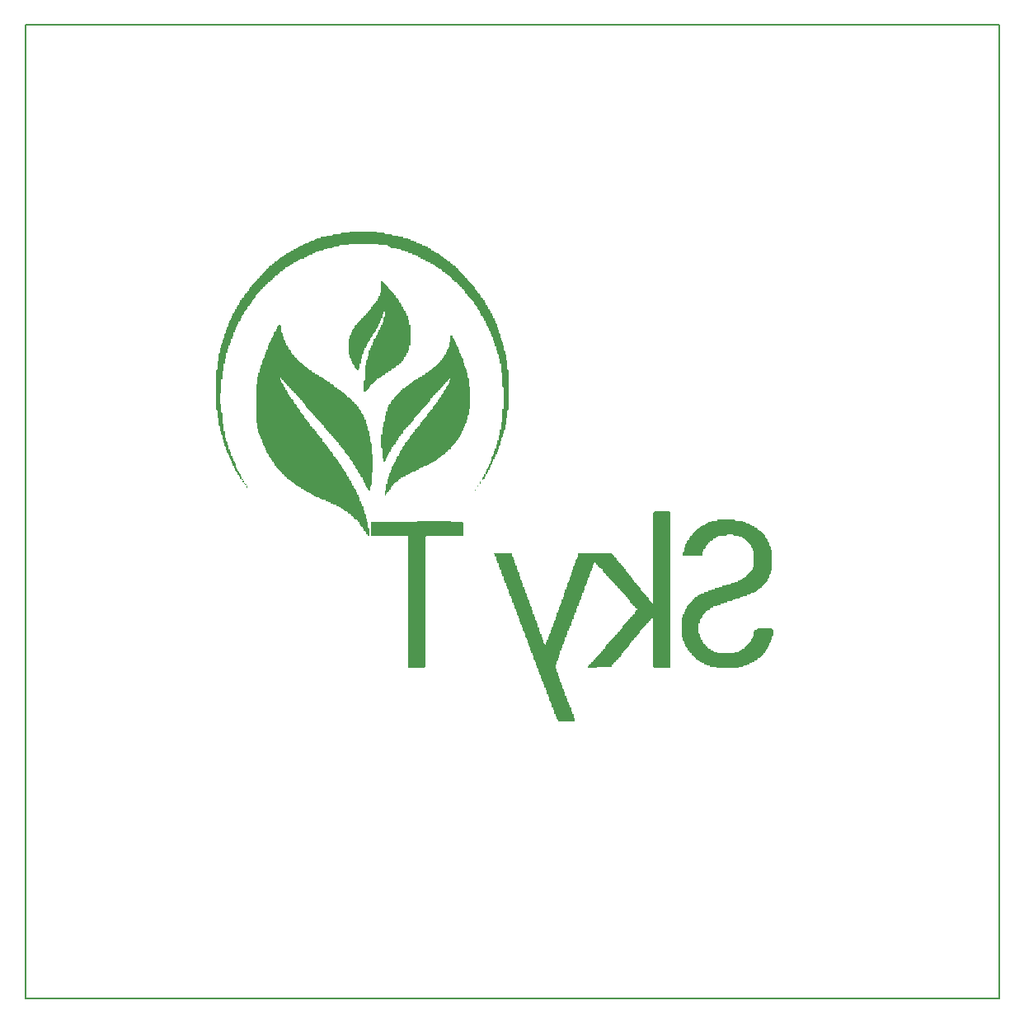
<source format=gbr>
G04 PROTEUS GERBER X2 FILE*
%TF.GenerationSoftware,Labcenter,Proteus,8.13-SP0-Build31525*%
%TF.CreationDate,2025-07-06T18:18:02+00:00*%
%TF.FileFunction,Legend,Bot*%
%TF.FilePolarity,Positive*%
%TF.Part,Single*%
%TF.SameCoordinates,{7c6f6ce9-c7c3-4c68-b218-349a6216ac96}*%
%FSLAX45Y45*%
%MOMM*%
G01*
%TA.AperFunction,Profile*%
%ADD71C,0.203200*%
%TA.AperFunction,NonMaterial*%
%ADD23C,0.063500*%
%TD.AperFunction*%
D71*
X-5000000Y-5000000D02*
X+5000000Y-5000000D01*
X+5000000Y+5000000D01*
X-5000000Y+5000000D01*
X-5000000Y-5000000D01*
D23*
X+468508Y-2146548D02*
X+631068Y-2146548D01*
X+468508Y-2141468D02*
X+636148Y-2141468D01*
X+468508Y-2136388D02*
X+636148Y-2136388D01*
X+468508Y-2131308D02*
X+636148Y-2131308D01*
X+463428Y-2126228D02*
X+636148Y-2126228D01*
X+458348Y-2121148D02*
X+636148Y-2121148D01*
X+453268Y-2116068D02*
X+631068Y-2116068D01*
X+453268Y-2110988D02*
X+625988Y-2110988D01*
X+453268Y-2105908D02*
X+620908Y-2105908D01*
X+453268Y-2100828D02*
X+620908Y-2100828D01*
X+448188Y-2095748D02*
X+620908Y-2095748D01*
X+443108Y-2090668D02*
X+620908Y-2090668D01*
X+443108Y-2085588D02*
X+620908Y-2085588D01*
X+443108Y-2080508D02*
X+620908Y-2080508D01*
X+443108Y-2075428D02*
X+615828Y-2075428D01*
X+438028Y-2070348D02*
X+610748Y-2070348D01*
X+427868Y-2065268D02*
X+610748Y-2065268D01*
X+427868Y-2060188D02*
X+610748Y-2060188D01*
X+427868Y-2055108D02*
X+610748Y-2055108D01*
X+427868Y-2050028D02*
X+605668Y-2050028D01*
X+427868Y-2044948D02*
X+600588Y-2044948D01*
X+427868Y-2039868D02*
X+595508Y-2039868D01*
X+427868Y-2034788D02*
X+595508Y-2034788D01*
X+422788Y-2029708D02*
X+595508Y-2029708D01*
X+417708Y-2024628D02*
X+595508Y-2024628D01*
X+417708Y-2019548D02*
X+595508Y-2019548D01*
X+417708Y-2014468D02*
X+595508Y-2014468D01*
X+417708Y-2009388D02*
X+595508Y-2009388D01*
X+412628Y-2004308D02*
X+585348Y-2004308D01*
X+407548Y-1999228D02*
X+585348Y-1999228D01*
X+407548Y-1994148D02*
X+585348Y-1994148D01*
X+407548Y-1989068D02*
X+585348Y-1989068D01*
X+407548Y-1983988D02*
X+585348Y-1983988D01*
X+407548Y-1978908D02*
X+575188Y-1978908D01*
X+407548Y-1973828D02*
X+575188Y-1973828D01*
X+402468Y-1968748D02*
X+570108Y-1968748D01*
X+402468Y-1963668D02*
X+570108Y-1963668D01*
X+392308Y-1958588D02*
X+570108Y-1958588D01*
X+392308Y-1953508D02*
X+565028Y-1953508D01*
X+392308Y-1948428D02*
X+559948Y-1948428D01*
X+392308Y-1943348D02*
X+559948Y-1943348D01*
X+387228Y-1938268D02*
X+559948Y-1938268D01*
X+382148Y-1933188D02*
X+559948Y-1933188D01*
X+382148Y-1928108D02*
X+559948Y-1928108D01*
X+382148Y-1923028D02*
X+559948Y-1923028D01*
X+382148Y-1917948D02*
X+559948Y-1917948D01*
X+382148Y-1912868D02*
X+549788Y-1912868D01*
X+382148Y-1907788D02*
X+549788Y-1907788D01*
X+382148Y-1902708D02*
X+549788Y-1902708D01*
X+377068Y-1897628D02*
X+549788Y-1897628D01*
X+366908Y-1892548D02*
X+549788Y-1892548D01*
X+366908Y-1887468D02*
X+539628Y-1887468D01*
X+366908Y-1882388D02*
X+534548Y-1882388D01*
X+366908Y-1877308D02*
X+534548Y-1877308D01*
X+366908Y-1872228D02*
X+534548Y-1872228D01*
X+356748Y-1867148D02*
X+534548Y-1867148D01*
X+356748Y-1862068D02*
X+534548Y-1862068D01*
X+356748Y-1856988D02*
X+534548Y-1856988D01*
X+356748Y-1851908D02*
X+534548Y-1851908D01*
X+356748Y-1846828D02*
X+529468Y-1846828D01*
X+356748Y-1841748D02*
X+524388Y-1841748D01*
X+356748Y-1836668D02*
X+524388Y-1836668D01*
X+351668Y-1831588D02*
X+524388Y-1831588D01*
X+346588Y-1826508D02*
X+524388Y-1826508D01*
X+341508Y-1821428D02*
X+519308Y-1821428D01*
X+341508Y-1816348D02*
X+514228Y-1816348D01*
X+341508Y-1811268D02*
X+509148Y-1811268D01*
X+341508Y-1806188D02*
X+509148Y-1806188D01*
X+331348Y-1801108D02*
X+509148Y-1801108D01*
X+331348Y-1796028D02*
X+509148Y-1796028D01*
X+331348Y-1790948D02*
X+509148Y-1790948D01*
X+331348Y-1785868D02*
X+509148Y-1785868D01*
X+331348Y-1780788D02*
X+504068Y-1780788D01*
X+331348Y-1775708D02*
X+498988Y-1775708D01*
X+331348Y-1770628D02*
X+498988Y-1770628D01*
X+326268Y-1765548D02*
X+498988Y-1765548D01*
X+321188Y-1760468D02*
X+498988Y-1760468D01*
X+321188Y-1755388D02*
X+493908Y-1755388D01*
X+321188Y-1750308D02*
X+488828Y-1750308D01*
X+321188Y-1745228D02*
X+483748Y-1745228D01*
X+316108Y-1740148D02*
X+483748Y-1740148D01*
X+311028Y-1735068D02*
X+483748Y-1735068D01*
X+305948Y-1729988D02*
X+483748Y-1729988D01*
X+305948Y-1724908D02*
X+483748Y-1724908D01*
X+305948Y-1719828D02*
X+483748Y-1719828D01*
X+305948Y-1714748D02*
X+478668Y-1714748D01*
X+300868Y-1709668D02*
X+473588Y-1709668D01*
X+295788Y-1704588D02*
X+473588Y-1704588D01*
X+295788Y-1699508D02*
X+473588Y-1699508D01*
X+295788Y-1694428D02*
X+473588Y-1694428D01*
X+295788Y-1689348D02*
X+468508Y-1689348D01*
X+295788Y-1684268D02*
X+463428Y-1684268D01*
X+295788Y-1679188D02*
X+463428Y-1679188D01*
X+290708Y-1674108D02*
X+463428Y-1674108D01*
X+285628Y-1669028D02*
X+463428Y-1669028D01*
X+280548Y-1663948D02*
X+463428Y-1663948D01*
X+280548Y-1658868D02*
X+463428Y-1658868D01*
X+280548Y-1653788D02*
X+463428Y-1653788D01*
X+280548Y-1648708D02*
X+458348Y-1648708D01*
X+275468Y-1643628D02*
X+448188Y-1643628D01*
X+270388Y-1638548D02*
X+448188Y-1638548D01*
X+270388Y-1633468D02*
X+448188Y-1633468D01*
X+270388Y-1628388D02*
X+448188Y-1628388D01*
X+270388Y-1623308D02*
X+448188Y-1623308D01*
X+270388Y-1618228D02*
X+448188Y-1618228D01*
X+270388Y-1613148D02*
X+448188Y-1613148D01*
X+270388Y-1608068D02*
X+443108Y-1608068D01*
X+260228Y-1602988D02*
X+438028Y-1602988D01*
X-1065652Y-1597908D02*
X-908172Y-1597908D01*
X+255148Y-1597908D02*
X+438028Y-1597908D01*
X+778388Y-1597908D02*
X+854588Y-1597908D01*
X+1454028Y-1597908D02*
X+1611508Y-1597908D01*
X+2099188Y-1597908D02*
X+2312548Y-1597908D01*
X-1065652Y-1592828D02*
X-908172Y-1592828D01*
X+255148Y-1592828D02*
X+438028Y-1592828D01*
X+778388Y-1592828D02*
X+859668Y-1592828D01*
X+1454028Y-1592828D02*
X+1611508Y-1592828D01*
X+2094108Y-1592828D02*
X+2317628Y-1592828D01*
X-1065652Y-1587748D02*
X-898012Y-1587748D01*
X+255148Y-1587748D02*
X+438028Y-1587748D01*
X+778388Y-1587748D02*
X+1017148Y-1587748D01*
X+1443868Y-1587748D02*
X+1611508Y-1587748D01*
X+2038228Y-1587748D02*
X+2363348Y-1587748D01*
X-1065652Y-1582668D02*
X-898012Y-1582668D01*
X+255148Y-1582668D02*
X+438028Y-1582668D01*
X+778388Y-1582668D02*
X+1017148Y-1582668D01*
X+1443868Y-1582668D02*
X+1611508Y-1582668D01*
X+2033148Y-1582668D02*
X+2363348Y-1582668D01*
X-1065652Y-1577588D02*
X-898012Y-1577588D01*
X+250068Y-1577588D02*
X+438028Y-1577588D01*
X+788548Y-1577588D02*
X+1017148Y-1577588D01*
X+1443868Y-1577588D02*
X+1611508Y-1577588D01*
X+2033148Y-1577588D02*
X+2368428Y-1577588D01*
X-1065652Y-1572508D02*
X-898012Y-1572508D01*
X+244988Y-1572508D02*
X+438028Y-1572508D01*
X+788548Y-1572508D02*
X+1017148Y-1572508D01*
X+1443868Y-1572508D02*
X+1611508Y-1572508D01*
X+1997588Y-1572508D02*
X+2398908Y-1572508D01*
X-1065652Y-1567428D02*
X-898012Y-1567428D01*
X+244988Y-1567428D02*
X+438028Y-1567428D01*
X+793628Y-1567428D02*
X+1017148Y-1567428D01*
X+1443868Y-1567428D02*
X+1611508Y-1567428D01*
X+1997588Y-1567428D02*
X+2403988Y-1567428D01*
X-1065652Y-1562348D02*
X-898012Y-1562348D01*
X+244988Y-1562348D02*
X+448188Y-1562348D01*
X+798708Y-1562348D02*
X+1027308Y-1562348D01*
X+1443868Y-1562348D02*
X+1611508Y-1562348D01*
X+1977268Y-1562348D02*
X+2424308Y-1562348D01*
X-1065652Y-1557268D02*
X-898012Y-1557268D01*
X+244988Y-1557268D02*
X+448188Y-1557268D01*
X+803788Y-1557268D02*
X+1027308Y-1557268D01*
X+1443868Y-1557268D02*
X+1611508Y-1557268D01*
X+1972188Y-1557268D02*
X+2424308Y-1557268D01*
X-1065652Y-1552188D02*
X-898012Y-1552188D01*
X+244988Y-1552188D02*
X+448188Y-1552188D01*
X+808868Y-1552188D02*
X+1032388Y-1552188D01*
X+1443868Y-1552188D02*
X+1611508Y-1552188D01*
X+1972188Y-1552188D02*
X+2429388Y-1552188D01*
X-1065652Y-1547108D02*
X-898012Y-1547108D01*
X+244988Y-1547108D02*
X+448188Y-1547108D01*
X+813948Y-1547108D02*
X+1042548Y-1547108D01*
X+1443868Y-1547108D02*
X+1611508Y-1547108D01*
X+1951868Y-1547108D02*
X+2449708Y-1547108D01*
X-1065652Y-1542028D02*
X-898012Y-1542028D01*
X+244988Y-1542028D02*
X+448188Y-1542028D01*
X+819028Y-1542028D02*
X+1042548Y-1542028D01*
X+1443868Y-1542028D02*
X+1611508Y-1542028D01*
X+1946788Y-1542028D02*
X+2449708Y-1542028D01*
X-1065652Y-1536948D02*
X-898012Y-1536948D01*
X+239908Y-1536948D02*
X+448188Y-1536948D01*
X+824108Y-1536948D02*
X+1047628Y-1536948D01*
X+1443868Y-1536948D02*
X+1611508Y-1536948D01*
X+1941708Y-1536948D02*
X+2454788Y-1536948D01*
X-1065652Y-1531868D02*
X-898012Y-1531868D01*
X+234828Y-1531868D02*
X+448188Y-1531868D01*
X+824108Y-1531868D02*
X+1052708Y-1531868D01*
X+1443868Y-1531868D02*
X+1611508Y-1531868D01*
X+1926468Y-1531868D02*
X+2475108Y-1531868D01*
X-1065652Y-1526788D02*
X-898012Y-1526788D01*
X+234828Y-1526788D02*
X+453268Y-1526788D01*
X+834268Y-1526788D02*
X+1057788Y-1526788D01*
X+1443868Y-1526788D02*
X+1611508Y-1526788D01*
X+1921388Y-1526788D02*
X+2475108Y-1526788D01*
X-1065652Y-1521708D02*
X-898012Y-1521708D01*
X+234828Y-1521708D02*
X+458348Y-1521708D01*
X+839348Y-1521708D02*
X+1062868Y-1521708D01*
X+1443868Y-1521708D02*
X+1611508Y-1521708D01*
X+1901068Y-1521708D02*
X+2495428Y-1521708D01*
X-1065652Y-1516628D02*
X-898012Y-1516628D01*
X+229748Y-1516628D02*
X+463428Y-1516628D01*
X+839348Y-1516628D02*
X+1067948Y-1516628D01*
X+1443868Y-1516628D02*
X+1611508Y-1516628D01*
X+1901068Y-1516628D02*
X+2500508Y-1516628D01*
X-1065652Y-1511548D02*
X-898012Y-1511548D01*
X+229748Y-1511548D02*
X+463428Y-1511548D01*
X+849508Y-1511548D02*
X+1073028Y-1511548D01*
X+1443868Y-1511548D02*
X+1611508Y-1511548D01*
X+1895988Y-1511548D02*
X+2505588Y-1511548D01*
X-1065652Y-1506468D02*
X-898012Y-1506468D01*
X+219588Y-1506468D02*
X+463428Y-1506468D01*
X+849508Y-1506468D02*
X+1078108Y-1506468D01*
X+1443868Y-1506468D02*
X+1611508Y-1506468D01*
X+1885828Y-1506468D02*
X+2510668Y-1506468D01*
X-1065652Y-1501388D02*
X-898012Y-1501388D01*
X+219588Y-1501388D02*
X+463428Y-1501388D01*
X+854588Y-1501388D02*
X+1078108Y-1501388D01*
X+1443868Y-1501388D02*
X+1611508Y-1501388D01*
X+1885828Y-1501388D02*
X+2510668Y-1501388D01*
X-1065652Y-1496308D02*
X-898012Y-1496308D01*
X+219588Y-1496308D02*
X+468508Y-1496308D01*
X+859668Y-1496308D02*
X+1088268Y-1496308D01*
X+1443868Y-1496308D02*
X+1611508Y-1496308D01*
X+1880748Y-1496308D02*
X+2520828Y-1496308D01*
X-1065652Y-1491228D02*
X-898012Y-1491228D01*
X+219588Y-1491228D02*
X+473588Y-1491228D01*
X+864748Y-1491228D02*
X+1093348Y-1491228D01*
X+1443868Y-1491228D02*
X+1611508Y-1491228D01*
X+1875668Y-1491228D02*
X+2536068Y-1491228D01*
X-1065652Y-1486148D02*
X-898012Y-1486148D01*
X+219588Y-1486148D02*
X+473588Y-1486148D01*
X+869828Y-1486148D02*
X+1093348Y-1486148D01*
X+1443868Y-1486148D02*
X+1611508Y-1486148D01*
X+1870588Y-1486148D02*
X+2541148Y-1486148D01*
X-1065652Y-1481068D02*
X-898012Y-1481068D01*
X+219588Y-1481068D02*
X+473588Y-1481068D01*
X+874908Y-1481068D02*
X+1103508Y-1481068D01*
X+1443868Y-1481068D02*
X+1611508Y-1481068D01*
X+1865508Y-1481068D02*
X+2546228Y-1481068D01*
X-1065652Y-1475988D02*
X-898012Y-1475988D01*
X+219588Y-1475988D02*
X+473588Y-1475988D01*
X+879988Y-1475988D02*
X+1103508Y-1475988D01*
X+1443868Y-1475988D02*
X+1611508Y-1475988D01*
X+1860428Y-1475988D02*
X+2551308Y-1475988D01*
X-1065652Y-1470908D02*
X-898012Y-1470908D01*
X+214508Y-1470908D02*
X+473588Y-1470908D01*
X+885068Y-1470908D02*
X+1108588Y-1470908D01*
X+1443868Y-1470908D02*
X+1611508Y-1470908D01*
X+1855348Y-1470908D02*
X+2551308Y-1470908D01*
X-1065652Y-1465828D02*
X-898012Y-1465828D01*
X+209428Y-1465828D02*
X+473588Y-1465828D01*
X+885068Y-1465828D02*
X+1113668Y-1465828D01*
X+1443868Y-1465828D02*
X+1611508Y-1465828D01*
X+1840108Y-1465828D02*
X+2561468Y-1465828D01*
X-1065652Y-1460748D02*
X-898012Y-1460748D01*
X+209428Y-1460748D02*
X+473588Y-1460748D01*
X+895228Y-1460748D02*
X+1113668Y-1460748D01*
X+1443868Y-1460748D02*
X+1611508Y-1460748D01*
X+1840108Y-1460748D02*
X+2561468Y-1460748D01*
X-1065652Y-1455668D02*
X-898012Y-1455668D01*
X+209428Y-1455668D02*
X+483748Y-1455668D01*
X+900308Y-1455668D02*
X+1113668Y-1455668D01*
X+1443868Y-1455668D02*
X+1611508Y-1455668D01*
X+1840108Y-1455668D02*
X+2571628Y-1455668D01*
X-1065652Y-1450588D02*
X-898012Y-1450588D01*
X+209428Y-1450588D02*
X+483748Y-1450588D01*
X+900308Y-1450588D02*
X+1118748Y-1450588D01*
X+1443868Y-1450588D02*
X+1611508Y-1450588D01*
X+1840108Y-1450588D02*
X+2571628Y-1450588D01*
X-1065652Y-1445508D02*
X-898012Y-1445508D01*
X+204348Y-1445508D02*
X+483748Y-1445508D01*
X+910468Y-1445508D02*
X+1118748Y-1445508D01*
X+1443868Y-1445508D02*
X+1611508Y-1445508D01*
X+1835028Y-1445508D02*
X+2094108Y-1445508D01*
X+2282068Y-1445508D02*
X+2576708Y-1445508D01*
X-1065652Y-1440428D02*
X-898012Y-1440428D01*
X+194188Y-1440428D02*
X+483748Y-1440428D01*
X+910468Y-1440428D02*
X+1128908Y-1440428D01*
X+1443868Y-1440428D02*
X+1611508Y-1440428D01*
X+1824868Y-1440428D02*
X+2094108Y-1440428D01*
X+2282068Y-1440428D02*
X+2586868Y-1440428D01*
X-1065652Y-1435348D02*
X-898012Y-1435348D01*
X+194188Y-1435348D02*
X+483748Y-1435348D01*
X+915548Y-1435348D02*
X+1128908Y-1435348D01*
X+1443868Y-1435348D02*
X+1611508Y-1435348D01*
X+1824868Y-1435348D02*
X+2063628Y-1435348D01*
X+2322708Y-1435348D02*
X+2586868Y-1435348D01*
X-1065652Y-1430268D02*
X-898012Y-1430268D01*
X+194188Y-1430268D02*
X+483748Y-1430268D01*
X+920628Y-1430268D02*
X+1133988Y-1430268D01*
X+1443868Y-1430268D02*
X+1611508Y-1430268D01*
X+1819788Y-1430268D02*
X+2053468Y-1430268D01*
X+2332868Y-1430268D02*
X+2591948Y-1430268D01*
X-1065652Y-1425188D02*
X-898012Y-1425188D01*
X+194188Y-1425188D02*
X+483748Y-1425188D01*
X+925708Y-1425188D02*
X+1139068Y-1425188D01*
X+1443868Y-1425188D02*
X+1611508Y-1425188D01*
X+1814708Y-1425188D02*
X+2053468Y-1425188D01*
X+2332868Y-1425188D02*
X+2597028Y-1425188D01*
X-1065652Y-1420108D02*
X-898012Y-1420108D01*
X+194188Y-1420108D02*
X+488828Y-1420108D01*
X+930788Y-1420108D02*
X+1144148Y-1420108D01*
X+1443868Y-1420108D02*
X+1611508Y-1420108D01*
X+1809628Y-1420108D02*
X+2033148Y-1420108D01*
X+2353188Y-1420108D02*
X+2597028Y-1420108D01*
X-1065652Y-1415028D02*
X-898012Y-1415028D01*
X+184028Y-1415028D02*
X+493908Y-1415028D01*
X+935868Y-1415028D02*
X+1149228Y-1415028D01*
X+1443868Y-1415028D02*
X+1611508Y-1415028D01*
X+1804548Y-1415028D02*
X+2028068Y-1415028D01*
X+2358268Y-1415028D02*
X+2597028Y-1415028D01*
X-1065652Y-1409948D02*
X-898012Y-1409948D01*
X+184028Y-1409948D02*
X+498988Y-1409948D01*
X+940948Y-1409948D02*
X+1154308Y-1409948D01*
X+1443868Y-1409948D02*
X+1611508Y-1409948D01*
X+1799468Y-1409948D02*
X+2028068Y-1409948D01*
X+2358268Y-1409948D02*
X+2597028Y-1409948D01*
X-1065652Y-1404868D02*
X-898012Y-1404868D01*
X+184028Y-1404868D02*
X+498988Y-1404868D01*
X+946028Y-1404868D02*
X+1159388Y-1404868D01*
X+1443868Y-1404868D02*
X+1611508Y-1404868D01*
X+1799468Y-1404868D02*
X+2007748Y-1404868D01*
X+2378588Y-1404868D02*
X+2602108Y-1404868D01*
X-1065652Y-1399788D02*
X-898012Y-1399788D01*
X+184028Y-1399788D02*
X+498988Y-1399788D01*
X+951108Y-1399788D02*
X+1164468Y-1399788D01*
X+1443868Y-1399788D02*
X+1611508Y-1399788D01*
X+1799468Y-1399788D02*
X+2002668Y-1399788D01*
X+2383668Y-1399788D02*
X+2612268Y-1399788D01*
X-1065652Y-1394708D02*
X-898012Y-1394708D01*
X+184028Y-1394708D02*
X+498988Y-1394708D01*
X+951108Y-1394708D02*
X+1164468Y-1394708D01*
X+1443868Y-1394708D02*
X+1611508Y-1394708D01*
X+1799468Y-1394708D02*
X+1997588Y-1394708D01*
X+2388748Y-1394708D02*
X+2612268Y-1394708D01*
X-1065652Y-1389628D02*
X-898012Y-1389628D01*
X+184028Y-1389628D02*
X+504068Y-1389628D01*
X+951108Y-1389628D02*
X+1174628Y-1389628D01*
X+1443868Y-1389628D02*
X+1611508Y-1389628D01*
X+1794388Y-1389628D02*
X+1992508Y-1389628D01*
X+2393828Y-1389628D02*
X+2617348Y-1389628D01*
X-1065652Y-1384548D02*
X-898012Y-1384548D01*
X+184028Y-1384548D02*
X+509148Y-1384548D01*
X+951108Y-1384548D02*
X+1179708Y-1384548D01*
X+1443868Y-1384548D02*
X+1611508Y-1384548D01*
X+1789308Y-1384548D02*
X+1992508Y-1384548D01*
X+2393828Y-1384548D02*
X+2622428Y-1384548D01*
X-1065652Y-1379468D02*
X-898012Y-1379468D01*
X+178948Y-1379468D02*
X+509148Y-1379468D01*
X+956188Y-1379468D02*
X+1179708Y-1379468D01*
X+1443868Y-1379468D02*
X+1611508Y-1379468D01*
X+1784228Y-1379468D02*
X+1982348Y-1379468D01*
X+2403988Y-1379468D02*
X+2622428Y-1379468D01*
X-1065652Y-1374388D02*
X-898012Y-1374388D01*
X+173868Y-1374388D02*
X+509148Y-1374388D01*
X+961268Y-1374388D02*
X+1189868Y-1374388D01*
X+1443868Y-1374388D02*
X+1611508Y-1374388D01*
X+1779148Y-1374388D02*
X+1982348Y-1374388D01*
X+2403988Y-1374388D02*
X+2622428Y-1374388D01*
X-1065652Y-1369308D02*
X-898012Y-1369308D01*
X+168788Y-1369308D02*
X+509148Y-1369308D01*
X+966348Y-1369308D02*
X+1189868Y-1369308D01*
X+1443868Y-1369308D02*
X+1611508Y-1369308D01*
X+1774068Y-1369308D02*
X+1977268Y-1369308D01*
X+2409068Y-1369308D02*
X+2622428Y-1369308D01*
X-1065652Y-1364228D02*
X-898012Y-1364228D01*
X+168788Y-1364228D02*
X+326268Y-1364228D01*
X+341508Y-1364228D02*
X+509148Y-1364228D01*
X+971428Y-1364228D02*
X+1194948Y-1364228D01*
X+1443868Y-1364228D02*
X+1611508Y-1364228D01*
X+1774068Y-1364228D02*
X+1972188Y-1364228D01*
X+2419228Y-1364228D02*
X+2627508Y-1364228D01*
X-1065652Y-1359148D02*
X-898012Y-1359148D01*
X+168788Y-1359148D02*
X+326268Y-1359148D01*
X+341508Y-1359148D02*
X+509148Y-1359148D01*
X+971428Y-1359148D02*
X+1200028Y-1359148D01*
X+1443868Y-1359148D02*
X+1611508Y-1359148D01*
X+1774068Y-1359148D02*
X+1967108Y-1359148D01*
X+2419228Y-1359148D02*
X+2632588Y-1359148D01*
X-1065652Y-1354068D02*
X-898012Y-1354068D01*
X+168788Y-1354068D02*
X+316108Y-1354068D01*
X+341508Y-1354068D02*
X+514228Y-1354068D01*
X+981588Y-1354068D02*
X+1200028Y-1354068D01*
X+1443868Y-1354068D02*
X+1611508Y-1354068D01*
X+1774068Y-1354068D02*
X+1962028Y-1354068D01*
X+2424308Y-1354068D02*
X+2632588Y-1354068D01*
X-1065652Y-1348988D02*
X-898012Y-1348988D01*
X+163708Y-1348988D02*
X+316108Y-1348988D01*
X+341508Y-1348988D02*
X+519308Y-1348988D01*
X+986668Y-1348988D02*
X+1200028Y-1348988D01*
X+1443868Y-1348988D02*
X+1611508Y-1348988D01*
X+1768988Y-1348988D02*
X+1956948Y-1348988D01*
X+2429388Y-1348988D02*
X+2632588Y-1348988D01*
X-1065652Y-1343908D02*
X-898012Y-1343908D01*
X+158628Y-1343908D02*
X+311028Y-1343908D01*
X+346588Y-1343908D02*
X+524388Y-1343908D01*
X+986668Y-1343908D02*
X+1205108Y-1343908D01*
X+1443868Y-1343908D02*
X+1611508Y-1343908D01*
X+1763908Y-1343908D02*
X+1951868Y-1343908D01*
X+2434468Y-1343908D02*
X+2637668Y-1343908D01*
X-1065652Y-1338828D02*
X-898012Y-1338828D01*
X+158628Y-1338828D02*
X+311028Y-1338828D01*
X+351668Y-1338828D02*
X+524388Y-1338828D01*
X+996828Y-1338828D02*
X+1205108Y-1338828D01*
X+1443868Y-1338828D02*
X+1611508Y-1338828D01*
X+1763908Y-1338828D02*
X+1946788Y-1338828D01*
X+2439548Y-1338828D02*
X+2637668Y-1338828D01*
X-1065652Y-1333748D02*
X-898012Y-1333748D01*
X+158628Y-1333748D02*
X+311028Y-1333748D01*
X+356748Y-1333748D02*
X+524388Y-1333748D01*
X+996828Y-1333748D02*
X+1215268Y-1333748D01*
X+1443868Y-1333748D02*
X+1611508Y-1333748D01*
X+1763908Y-1333748D02*
X+1941708Y-1333748D01*
X+2444628Y-1333748D02*
X+2647828Y-1333748D01*
X-1065652Y-1328668D02*
X-898012Y-1328668D01*
X+158628Y-1328668D02*
X+311028Y-1328668D01*
X+356748Y-1328668D02*
X+524388Y-1328668D01*
X+1001908Y-1328668D02*
X+1215268Y-1328668D01*
X+1443868Y-1328668D02*
X+1611508Y-1328668D01*
X+1763908Y-1328668D02*
X+1941708Y-1328668D01*
X+2449708Y-1328668D02*
X+2647828Y-1328668D01*
X-1065652Y-1323588D02*
X-898012Y-1323588D01*
X+158628Y-1323588D02*
X+311028Y-1323588D01*
X+356748Y-1323588D02*
X+529468Y-1323588D01*
X+1006988Y-1323588D02*
X+1220348Y-1323588D01*
X+1443868Y-1323588D02*
X+1611508Y-1323588D01*
X+1758828Y-1323588D02*
X+1941708Y-1323588D01*
X+2454788Y-1323588D02*
X+2647828Y-1323588D01*
X-1065652Y-1318508D02*
X-898012Y-1318508D01*
X+158628Y-1318508D02*
X+311028Y-1318508D01*
X+356748Y-1318508D02*
X+534548Y-1318508D01*
X+1012068Y-1318508D02*
X+1225428Y-1318508D01*
X+1443868Y-1318508D02*
X+1611508Y-1318508D01*
X+1753748Y-1318508D02*
X+1941708Y-1318508D01*
X+2454788Y-1318508D02*
X+2647828Y-1318508D01*
X-1065652Y-1313428D02*
X-898012Y-1313428D01*
X+158628Y-1313428D02*
X+305948Y-1313428D01*
X+366908Y-1313428D02*
X+534548Y-1313428D01*
X+1017148Y-1313428D02*
X+1230508Y-1313428D01*
X+1443868Y-1313428D02*
X+1611508Y-1313428D01*
X+1753748Y-1313428D02*
X+1936628Y-1313428D01*
X+2454788Y-1313428D02*
X+2647828Y-1313428D01*
X-1065652Y-1308348D02*
X-898012Y-1308348D01*
X+148468Y-1308348D02*
X+300868Y-1308348D01*
X+366908Y-1308348D02*
X+534548Y-1308348D01*
X+1022228Y-1308348D02*
X+1235588Y-1308348D01*
X+1443868Y-1308348D02*
X+1611508Y-1308348D01*
X+1753748Y-1308348D02*
X+1931548Y-1308348D01*
X+2454788Y-1308348D02*
X+2657988Y-1308348D01*
X-1065652Y-1303268D02*
X-898012Y-1303268D01*
X+148468Y-1303268D02*
X+300868Y-1303268D01*
X+366908Y-1303268D02*
X+534548Y-1303268D01*
X+1027308Y-1303268D02*
X+1240668Y-1303268D01*
X+1443868Y-1303268D02*
X+1611508Y-1303268D01*
X+1753748Y-1303268D02*
X+1931548Y-1303268D01*
X+2459868Y-1303268D02*
X+2657988Y-1303268D01*
X-1065652Y-1298188D02*
X-898012Y-1298188D01*
X+148468Y-1298188D02*
X+300868Y-1298188D01*
X+366908Y-1298188D02*
X+534548Y-1298188D01*
X+1032388Y-1298188D02*
X+1245748Y-1298188D01*
X+1443868Y-1298188D02*
X+1611508Y-1298188D01*
X+1753748Y-1298188D02*
X+1931548Y-1298188D01*
X+2464948Y-1298188D02*
X+2657988Y-1298188D01*
X-1065652Y-1293108D02*
X-898012Y-1293108D01*
X+148468Y-1293108D02*
X+300868Y-1293108D01*
X+366908Y-1293108D02*
X+534548Y-1293108D01*
X+1037468Y-1293108D02*
X+1250828Y-1293108D01*
X+1443868Y-1293108D02*
X+1611508Y-1293108D01*
X+1753748Y-1293108D02*
X+1931548Y-1293108D01*
X+2470028Y-1293108D02*
X+2657988Y-1293108D01*
X-1065652Y-1288028D02*
X-898012Y-1288028D01*
X+143388Y-1288028D02*
X+295788Y-1288028D01*
X+366908Y-1288028D02*
X+534548Y-1288028D01*
X+1042548Y-1288028D02*
X+1250828Y-1288028D01*
X+1443868Y-1288028D02*
X+1611508Y-1288028D01*
X+1748668Y-1288028D02*
X+1926468Y-1288028D01*
X+2470028Y-1288028D02*
X+2657988Y-1288028D01*
X-1065652Y-1282948D02*
X-898012Y-1282948D01*
X+138308Y-1282948D02*
X+290708Y-1282948D01*
X+366908Y-1282948D02*
X+544708Y-1282948D01*
X+1047628Y-1282948D02*
X+1260988Y-1282948D01*
X+1443868Y-1282948D02*
X+1611508Y-1282948D01*
X+1743588Y-1282948D02*
X+1921388Y-1282948D01*
X+2470028Y-1282948D02*
X+2657988Y-1282948D01*
X-1065652Y-1277868D02*
X-898012Y-1277868D01*
X+133228Y-1277868D02*
X+290708Y-1277868D01*
X+371988Y-1277868D02*
X+549788Y-1277868D01*
X+1047628Y-1277868D02*
X+1266068Y-1277868D01*
X+1443868Y-1277868D02*
X+1611508Y-1277868D01*
X+1738508Y-1277868D02*
X+1916308Y-1277868D01*
X+2470028Y-1277868D02*
X+2657988Y-1277868D01*
X-1065652Y-1272788D02*
X-898012Y-1272788D01*
X+133228Y-1272788D02*
X+290708Y-1272788D01*
X+377068Y-1272788D02*
X+549788Y-1272788D01*
X+1057788Y-1272788D02*
X+1266068Y-1272788D01*
X+1443868Y-1272788D02*
X+1611508Y-1272788D01*
X+1738508Y-1272788D02*
X+1916308Y-1272788D01*
X+2475108Y-1272788D02*
X+2663068Y-1272788D01*
X-1065652Y-1267708D02*
X-898012Y-1267708D01*
X+133228Y-1267708D02*
X+290708Y-1267708D01*
X+382148Y-1267708D02*
X+549788Y-1267708D01*
X+1057788Y-1267708D02*
X+1276228Y-1267708D01*
X+1443868Y-1267708D02*
X+1611508Y-1267708D01*
X+1738508Y-1267708D02*
X+1916308Y-1267708D01*
X+2480188Y-1267708D02*
X+2668148Y-1267708D01*
X-1065652Y-1262628D02*
X-898012Y-1262628D01*
X+133228Y-1262628D02*
X+290708Y-1262628D01*
X+382148Y-1262628D02*
X+549788Y-1262628D01*
X+1062868Y-1262628D02*
X+1276228Y-1262628D01*
X+1443868Y-1262628D02*
X+1611508Y-1262628D01*
X+1738508Y-1262628D02*
X+1916308Y-1262628D01*
X+2480188Y-1262628D02*
X+2673228Y-1262628D01*
X-1065652Y-1257548D02*
X-898012Y-1257548D01*
X+133228Y-1257548D02*
X+290708Y-1257548D01*
X+382148Y-1257548D02*
X+554868Y-1257548D01*
X+1073028Y-1257548D02*
X+1281308Y-1257548D01*
X+1443868Y-1257548D02*
X+1611508Y-1257548D01*
X+1738508Y-1257548D02*
X+1916308Y-1257548D01*
X+2480188Y-1257548D02*
X+2673228Y-1257548D01*
X-1065652Y-1252468D02*
X-898012Y-1252468D01*
X+133228Y-1252468D02*
X+285628Y-1252468D01*
X+382148Y-1252468D02*
X+559948Y-1252468D01*
X+1073028Y-1252468D02*
X+1286388Y-1252468D01*
X+1443868Y-1252468D02*
X+1611508Y-1252468D01*
X+1738508Y-1252468D02*
X+1916308Y-1252468D01*
X+2480188Y-1252468D02*
X+2673228Y-1252468D01*
X-1065652Y-1247388D02*
X-898012Y-1247388D01*
X+133228Y-1247388D02*
X+280548Y-1247388D01*
X+387228Y-1247388D02*
X+559948Y-1247388D01*
X+1078108Y-1247388D02*
X+1291468Y-1247388D01*
X+1443868Y-1247388D02*
X+1611508Y-1247388D01*
X+1738508Y-1247388D02*
X+1911228Y-1247388D01*
X+2480188Y-1247388D02*
X+2673228Y-1247388D01*
X-1065652Y-1242308D02*
X-898012Y-1242308D01*
X+123068Y-1242308D02*
X+275468Y-1242308D01*
X+392308Y-1242308D02*
X+559948Y-1242308D01*
X+1083188Y-1242308D02*
X+1296548Y-1242308D01*
X+1443868Y-1242308D02*
X+1611508Y-1242308D01*
X+1738508Y-1242308D02*
X+1906148Y-1242308D01*
X+2480188Y-1242308D02*
X+2673228Y-1242308D01*
X-1065652Y-1237228D02*
X-898012Y-1237228D01*
X+123068Y-1237228D02*
X+275468Y-1237228D01*
X+392308Y-1237228D02*
X+559948Y-1237228D01*
X+1088268Y-1237228D02*
X+1301628Y-1237228D01*
X+1443868Y-1237228D02*
X+1611508Y-1237228D01*
X+1738508Y-1237228D02*
X+1906148Y-1237228D01*
X+2480188Y-1237228D02*
X+2673228Y-1237228D01*
X-1065652Y-1232148D02*
X-898012Y-1232148D01*
X+123068Y-1232148D02*
X+275468Y-1232148D01*
X+392308Y-1232148D02*
X+559948Y-1232148D01*
X+1093348Y-1232148D02*
X+1301628Y-1232148D01*
X+1443868Y-1232148D02*
X+1611508Y-1232148D01*
X+1738508Y-1232148D02*
X+1906148Y-1232148D01*
X+2480188Y-1232148D02*
X+2673228Y-1232148D01*
X-1065652Y-1227068D02*
X-898012Y-1227068D01*
X+123068Y-1227068D02*
X+275468Y-1227068D01*
X+392308Y-1227068D02*
X+559948Y-1227068D01*
X+1098428Y-1227068D02*
X+1301628Y-1227068D01*
X+1443868Y-1227068D02*
X+1611508Y-1227068D01*
X+1738508Y-1227068D02*
X+1906148Y-1227068D01*
X+2480188Y-1227068D02*
X+2673228Y-1227068D01*
X-1065652Y-1221988D02*
X-898012Y-1221988D01*
X+117988Y-1221988D02*
X+270388Y-1221988D01*
X+392308Y-1221988D02*
X+559948Y-1221988D01*
X+1103508Y-1221988D02*
X+1301628Y-1221988D01*
X+1443868Y-1221988D02*
X+1611508Y-1221988D01*
X+1738508Y-1221988D02*
X+1906148Y-1221988D01*
X+2485268Y-1221988D02*
X+2673228Y-1221988D01*
X-1065652Y-1216908D02*
X-898012Y-1216908D01*
X+112908Y-1216908D02*
X+265308Y-1216908D01*
X+392308Y-1216908D02*
X+565028Y-1216908D01*
X+1108588Y-1216908D02*
X+1306708Y-1216908D01*
X+1443868Y-1216908D02*
X+1611508Y-1216908D01*
X+1738508Y-1216908D02*
X+1906148Y-1216908D01*
X+2490348Y-1216908D02*
X+2673228Y-1216908D01*
X-1065652Y-1211828D02*
X-898012Y-1211828D01*
X+107828Y-1211828D02*
X+265308Y-1211828D01*
X+392308Y-1211828D02*
X+570108Y-1211828D01*
X+1108588Y-1211828D02*
X+1311788Y-1211828D01*
X+1443868Y-1211828D02*
X+1611508Y-1211828D01*
X+1738508Y-1211828D02*
X+1906148Y-1211828D01*
X+2495428Y-1211828D02*
X+2673228Y-1211828D01*
X-1065652Y-1206748D02*
X-898012Y-1206748D01*
X+107828Y-1206748D02*
X+265308Y-1206748D01*
X+402468Y-1206748D02*
X+570108Y-1206748D01*
X+1118748Y-1206748D02*
X+1316868Y-1206748D01*
X+1443868Y-1206748D02*
X+1611508Y-1206748D01*
X+1738508Y-1206748D02*
X+1906148Y-1206748D01*
X+2515748Y-1206748D02*
X+2663068Y-1206748D01*
X-1065652Y-1201668D02*
X-898012Y-1201668D01*
X+107828Y-1201668D02*
X+265308Y-1201668D01*
X+407548Y-1201668D02*
X+570108Y-1201668D01*
X+1123828Y-1201668D02*
X+1321948Y-1201668D01*
X+1443868Y-1201668D02*
X+1611508Y-1201668D01*
X+1738508Y-1201668D02*
X+1906148Y-1201668D01*
X+2515748Y-1201668D02*
X+2657988Y-1201668D01*
X-1065652Y-1196588D02*
X-898012Y-1196588D01*
X+107828Y-1196588D02*
X+265308Y-1196588D01*
X+407548Y-1196588D02*
X+575188Y-1196588D01*
X+1123828Y-1196588D02*
X+1327028Y-1196588D01*
X+1443868Y-1196588D02*
X+1611508Y-1196588D01*
X+1738508Y-1196588D02*
X+1906148Y-1196588D01*
X+2520828Y-1196588D02*
X+2657988Y-1196588D01*
X-1065652Y-1191508D02*
X-898012Y-1191508D01*
X+107828Y-1191508D02*
X+265308Y-1191508D01*
X+407548Y-1191508D02*
X+575188Y-1191508D01*
X+1133988Y-1191508D02*
X+1332108Y-1191508D01*
X+1443868Y-1191508D02*
X+1611508Y-1191508D01*
X+1738508Y-1191508D02*
X+1906148Y-1191508D01*
X-1065652Y-1186428D02*
X-898012Y-1186428D01*
X+107828Y-1186428D02*
X+265308Y-1186428D01*
X+407548Y-1186428D02*
X+585348Y-1186428D01*
X+1133988Y-1186428D02*
X+1337188Y-1186428D01*
X+1443868Y-1186428D02*
X+1611508Y-1186428D01*
X+1738508Y-1186428D02*
X+1906148Y-1186428D01*
X-1065652Y-1181348D02*
X-898012Y-1181348D01*
X+107828Y-1181348D02*
X+255148Y-1181348D01*
X+412628Y-1181348D02*
X+585348Y-1181348D01*
X+1133988Y-1181348D02*
X+1342268Y-1181348D01*
X+1443868Y-1181348D02*
X+1611508Y-1181348D01*
X+1738508Y-1181348D02*
X+1906148Y-1181348D01*
X-1065652Y-1176268D02*
X-898012Y-1176268D01*
X+102748Y-1176268D02*
X+250068Y-1176268D01*
X+417708Y-1176268D02*
X+585348Y-1176268D01*
X+1133988Y-1176268D02*
X+1347348Y-1176268D01*
X+1443868Y-1176268D02*
X+1611508Y-1176268D01*
X+1738508Y-1176268D02*
X+1906148Y-1176268D01*
X-1065652Y-1171188D02*
X-898012Y-1171188D01*
X+97668Y-1171188D02*
X+250068Y-1171188D01*
X+417708Y-1171188D02*
X+585348Y-1171188D01*
X+1133988Y-1171188D02*
X+1352428Y-1171188D01*
X+1443868Y-1171188D02*
X+1611508Y-1171188D01*
X+1738508Y-1171188D02*
X+1906148Y-1171188D01*
X-1065652Y-1166108D02*
X-898012Y-1166108D01*
X+97668Y-1166108D02*
X+250068Y-1166108D01*
X+417708Y-1166108D02*
X+590428Y-1166108D01*
X+1144148Y-1166108D02*
X+1352428Y-1166108D01*
X+1443868Y-1166108D02*
X+1611508Y-1166108D01*
X+1738508Y-1166108D02*
X+1906148Y-1166108D01*
X-1065652Y-1161028D02*
X-898012Y-1161028D01*
X+97668Y-1161028D02*
X+250068Y-1161028D01*
X+417708Y-1161028D02*
X+595508Y-1161028D01*
X+1144148Y-1161028D02*
X+1362588Y-1161028D01*
X+1443868Y-1161028D02*
X+1611508Y-1161028D01*
X+1738508Y-1161028D02*
X+1906148Y-1161028D01*
X-1065652Y-1155948D02*
X-898012Y-1155948D01*
X+97668Y-1155948D02*
X+250068Y-1155948D01*
X+417708Y-1155948D02*
X+595508Y-1155948D01*
X+1149228Y-1155948D02*
X+1362588Y-1155948D01*
X+1443868Y-1155948D02*
X+1611508Y-1155948D01*
X+1738508Y-1155948D02*
X+1906148Y-1155948D01*
X-1065652Y-1150868D02*
X-898012Y-1150868D01*
X+92588Y-1150868D02*
X+250068Y-1150868D01*
X+417708Y-1150868D02*
X+595508Y-1150868D01*
X+1159388Y-1150868D02*
X+1367668Y-1150868D01*
X+1443868Y-1150868D02*
X+1611508Y-1150868D01*
X+1738508Y-1150868D02*
X+1906148Y-1150868D01*
X-1065652Y-1145788D02*
X-898012Y-1145788D01*
X+82428Y-1145788D02*
X+250068Y-1145788D01*
X+417708Y-1145788D02*
X+595508Y-1145788D01*
X+1159388Y-1145788D02*
X+1372748Y-1145788D01*
X+1443868Y-1145788D02*
X+1611508Y-1145788D01*
X+1738508Y-1145788D02*
X+1906148Y-1145788D01*
X-1065652Y-1140708D02*
X-898012Y-1140708D01*
X+82428Y-1140708D02*
X+244988Y-1140708D01*
X+427868Y-1140708D02*
X+595508Y-1140708D01*
X+1164468Y-1140708D02*
X+1377828Y-1140708D01*
X+1443868Y-1140708D02*
X+1611508Y-1140708D01*
X+1738508Y-1140708D02*
X+1906148Y-1140708D01*
X-1065652Y-1135628D02*
X-898012Y-1135628D01*
X+82428Y-1135628D02*
X+239908Y-1135628D01*
X+427868Y-1135628D02*
X+595508Y-1135628D01*
X+1169548Y-1135628D02*
X+1382908Y-1135628D01*
X+1443868Y-1135628D02*
X+1611508Y-1135628D01*
X+1738508Y-1135628D02*
X+1916308Y-1135628D01*
X-1065652Y-1130548D02*
X-898012Y-1130548D01*
X+82428Y-1130548D02*
X+239908Y-1130548D01*
X+427868Y-1130548D02*
X+595508Y-1130548D01*
X+1174628Y-1130548D02*
X+1387988Y-1130548D01*
X+1443868Y-1130548D02*
X+1611508Y-1130548D01*
X+1738508Y-1130548D02*
X+1916308Y-1130548D01*
X-1065652Y-1125468D02*
X-898012Y-1125468D01*
X+82428Y-1125468D02*
X+239908Y-1125468D01*
X+427868Y-1125468D02*
X+600588Y-1125468D01*
X+1179708Y-1125468D02*
X+1393068Y-1125468D01*
X+1443868Y-1125468D02*
X+1611508Y-1125468D01*
X+1738508Y-1125468D02*
X+1916308Y-1125468D01*
X-1065652Y-1120388D02*
X-898012Y-1120388D01*
X+72268Y-1120388D02*
X+239908Y-1120388D01*
X+427868Y-1120388D02*
X+610748Y-1120388D01*
X+1184788Y-1120388D02*
X+1398148Y-1120388D01*
X+1443868Y-1120388D02*
X+1611508Y-1120388D01*
X+1738508Y-1120388D02*
X+1916308Y-1120388D01*
X-1065652Y-1115308D02*
X-898012Y-1115308D01*
X+72268Y-1115308D02*
X+234828Y-1115308D01*
X+438028Y-1115308D02*
X+610748Y-1115308D01*
X+1189868Y-1115308D02*
X+1403228Y-1115308D01*
X+1443868Y-1115308D02*
X+1611508Y-1115308D01*
X+1738508Y-1115308D02*
X+1916308Y-1115308D01*
X-1065652Y-1110228D02*
X-898012Y-1110228D01*
X+72268Y-1110228D02*
X+229748Y-1110228D01*
X+443108Y-1110228D02*
X+610748Y-1110228D01*
X+1194948Y-1110228D02*
X+1408308Y-1110228D01*
X+1443868Y-1110228D02*
X+1611508Y-1110228D01*
X+1738508Y-1110228D02*
X+1916308Y-1110228D01*
X-1065652Y-1105148D02*
X-898012Y-1105148D01*
X+72268Y-1105148D02*
X+224668Y-1105148D01*
X+443108Y-1105148D02*
X+610748Y-1105148D01*
X+1194948Y-1105148D02*
X+1413388Y-1105148D01*
X+1443868Y-1105148D02*
X+1611508Y-1105148D01*
X+1738508Y-1105148D02*
X+1916308Y-1105148D01*
X-1065652Y-1100068D02*
X-898012Y-1100068D01*
X+72268Y-1100068D02*
X+224668Y-1100068D01*
X+443108Y-1100068D02*
X+610748Y-1100068D01*
X+1205108Y-1100068D02*
X+1413388Y-1100068D01*
X+1443868Y-1100068D02*
X+1611508Y-1100068D01*
X+1738508Y-1100068D02*
X+1921388Y-1100068D01*
X-1065652Y-1094988D02*
X-898012Y-1094988D01*
X+72268Y-1094988D02*
X+224668Y-1094988D01*
X+443108Y-1094988D02*
X+620908Y-1094988D01*
X+1210188Y-1094988D02*
X+1423548Y-1094988D01*
X+1443868Y-1094988D02*
X+1611508Y-1094988D01*
X+1738508Y-1094988D02*
X+1931548Y-1094988D01*
X-1065652Y-1089908D02*
X-898012Y-1089908D01*
X+72268Y-1089908D02*
X+224668Y-1089908D01*
X+443108Y-1089908D02*
X+620908Y-1089908D01*
X+1210188Y-1089908D02*
X+1423548Y-1089908D01*
X+1443868Y-1089908D02*
X+1611508Y-1089908D01*
X+1743588Y-1089908D02*
X+1931548Y-1089908D01*
X-1065652Y-1084828D02*
X-898012Y-1084828D01*
X+67188Y-1084828D02*
X+224668Y-1084828D01*
X+443108Y-1084828D02*
X+620908Y-1084828D01*
X+1220348Y-1084828D02*
X+1428628Y-1084828D01*
X+1438788Y-1084828D02*
X+1611508Y-1084828D01*
X+1748668Y-1084828D02*
X+1936628Y-1084828D01*
X-1065652Y-1079748D02*
X-898012Y-1079748D01*
X+62108Y-1079748D02*
X+224668Y-1079748D01*
X+443108Y-1079748D02*
X+620908Y-1079748D01*
X+1220348Y-1079748D02*
X+1611508Y-1079748D01*
X+1753748Y-1079748D02*
X+1941708Y-1079748D01*
X-1065652Y-1074668D02*
X-898012Y-1074668D01*
X+62108Y-1074668D02*
X+219588Y-1074668D01*
X+448188Y-1074668D02*
X+620908Y-1074668D01*
X+1225428Y-1074668D02*
X+1611508Y-1074668D01*
X+1753748Y-1074668D02*
X+1941708Y-1074668D01*
X-1065652Y-1069588D02*
X-898012Y-1069588D01*
X+62108Y-1069588D02*
X+214508Y-1069588D01*
X+453268Y-1069588D02*
X+620908Y-1069588D01*
X+1230508Y-1069588D02*
X+1611508Y-1069588D01*
X+1753748Y-1069588D02*
X+1941708Y-1069588D01*
X-1065652Y-1064508D02*
X-898012Y-1064508D01*
X+57028Y-1064508D02*
X+214508Y-1064508D01*
X+453268Y-1064508D02*
X+620908Y-1064508D01*
X+1235588Y-1064508D02*
X+1611508Y-1064508D01*
X+1753748Y-1064508D02*
X+1941708Y-1064508D01*
X-1065652Y-1059428D02*
X-898012Y-1059428D01*
X+57028Y-1059428D02*
X+214508Y-1059428D01*
X+453268Y-1059428D02*
X+625988Y-1059428D01*
X+1240668Y-1059428D02*
X+1611508Y-1059428D01*
X+1753748Y-1059428D02*
X+1946788Y-1059428D01*
X-1065652Y-1054348D02*
X-898012Y-1054348D01*
X+46868Y-1054348D02*
X+214508Y-1054348D01*
X+453268Y-1054348D02*
X+631068Y-1054348D01*
X+1245748Y-1054348D02*
X+1611508Y-1054348D01*
X+1753748Y-1054348D02*
X+1956948Y-1054348D01*
X-1065652Y-1049268D02*
X-898012Y-1049268D01*
X+46868Y-1049268D02*
X+209428Y-1049268D01*
X+453268Y-1049268D02*
X+636148Y-1049268D01*
X+1250828Y-1049268D02*
X+1611508Y-1049268D01*
X+1753748Y-1049268D02*
X+1956948Y-1049268D01*
X-1065652Y-1044188D02*
X-898012Y-1044188D01*
X+46868Y-1044188D02*
X+204348Y-1044188D01*
X+453268Y-1044188D02*
X+636148Y-1044188D01*
X+1255908Y-1044188D02*
X+1611508Y-1044188D01*
X+1763908Y-1044188D02*
X+1962028Y-1044188D01*
X-1065652Y-1039108D02*
X-898012Y-1039108D01*
X+46868Y-1039108D02*
X+204348Y-1039108D01*
X+453268Y-1039108D02*
X+636148Y-1039108D01*
X+1255908Y-1039108D02*
X+1611508Y-1039108D01*
X+1763908Y-1039108D02*
X+1967108Y-1039108D01*
X-1065652Y-1034028D02*
X-898012Y-1034028D01*
X+46868Y-1034028D02*
X+204348Y-1034028D01*
X+463428Y-1034028D02*
X+636148Y-1034028D01*
X+1255908Y-1034028D02*
X+1611508Y-1034028D01*
X+1763908Y-1034028D02*
X+1972188Y-1034028D01*
X-1065652Y-1028948D02*
X-898012Y-1028948D01*
X+46868Y-1028948D02*
X+204348Y-1028948D01*
X+468508Y-1028948D02*
X+646308Y-1028948D01*
X+1255908Y-1028948D02*
X+1611508Y-1028948D01*
X+1763908Y-1028948D02*
X+1977268Y-1028948D01*
X-1065652Y-1023868D02*
X-898012Y-1023868D01*
X+46868Y-1023868D02*
X+204348Y-1023868D01*
X+468508Y-1023868D02*
X+646308Y-1023868D01*
X+1260988Y-1023868D02*
X+1611508Y-1023868D01*
X+1763908Y-1023868D02*
X+1982348Y-1023868D01*
X-1065652Y-1018788D02*
X-898012Y-1018788D01*
X+41788Y-1018788D02*
X+204348Y-1018788D01*
X+468508Y-1018788D02*
X+646308Y-1018788D01*
X+1266068Y-1018788D02*
X+1611508Y-1018788D01*
X+1774068Y-1018788D02*
X+1982348Y-1018788D01*
X-1065652Y-1013708D02*
X-898012Y-1013708D01*
X+36708Y-1013708D02*
X+204348Y-1013708D01*
X+468508Y-1013708D02*
X+646308Y-1013708D01*
X+1271148Y-1013708D02*
X+1611508Y-1013708D01*
X+1774068Y-1013708D02*
X+1992508Y-1013708D01*
X-1065652Y-1008628D02*
X-898012Y-1008628D01*
X+36708Y-1008628D02*
X+194188Y-1008628D01*
X+473588Y-1008628D02*
X+646308Y-1008628D01*
X+1276228Y-1008628D02*
X+1611508Y-1008628D01*
X+1774068Y-1008628D02*
X+1992508Y-1008628D01*
X-1065652Y-1003548D02*
X-898012Y-1003548D01*
X+36708Y-1003548D02*
X+189108Y-1003548D01*
X+478668Y-1003548D02*
X+646308Y-1003548D01*
X+1281308Y-1003548D02*
X+1611508Y-1003548D01*
X+1774068Y-1003548D02*
X+1997588Y-1003548D01*
X-1065652Y-998468D02*
X-898012Y-998468D01*
X+36708Y-998468D02*
X+189108Y-998468D01*
X+478668Y-998468D02*
X+646308Y-998468D01*
X+1281308Y-998468D02*
X+1611508Y-998468D01*
X+1779148Y-998468D02*
X+2017908Y-998468D01*
X-1065652Y-993388D02*
X-898012Y-993388D01*
X+31628Y-993388D02*
X+189108Y-993388D01*
X+478668Y-993388D02*
X+651388Y-993388D01*
X+1281308Y-993388D02*
X+1611508Y-993388D01*
X+1784228Y-993388D02*
X+2017908Y-993388D01*
X-1065652Y-988308D02*
X-898012Y-988308D01*
X+26548Y-988308D02*
X+189108Y-988308D01*
X+478668Y-988308D02*
X+656468Y-988308D01*
X+1271148Y-988308D02*
X+1611508Y-988308D01*
X+1789308Y-988308D02*
X+2028068Y-988308D01*
X-1065652Y-983228D02*
X-898012Y-983228D01*
X+21468Y-983228D02*
X+189108Y-983228D01*
X+478668Y-983228D02*
X+656468Y-983228D01*
X+1271148Y-983228D02*
X+1611508Y-983228D01*
X+1789308Y-983228D02*
X+2028068Y-983228D01*
X-1065652Y-978148D02*
X-898012Y-978148D01*
X+21468Y-978148D02*
X+189108Y-978148D01*
X+478668Y-978148D02*
X+656468Y-978148D01*
X+1266068Y-978148D02*
X+1611508Y-978148D01*
X+1789308Y-978148D02*
X+2033148Y-978148D01*
X-1065652Y-973068D02*
X-898012Y-973068D01*
X+21468Y-973068D02*
X+189108Y-973068D01*
X+478668Y-973068D02*
X+656468Y-973068D01*
X+1255908Y-973068D02*
X+1611508Y-973068D01*
X+1789308Y-973068D02*
X+2053468Y-973068D01*
X-1065652Y-967988D02*
X-898012Y-967988D01*
X+21468Y-967988D02*
X+184028Y-967988D01*
X+488828Y-967988D02*
X+661548Y-967988D01*
X+1255908Y-967988D02*
X+1611508Y-967988D01*
X+1794388Y-967988D02*
X+2058548Y-967988D01*
X-1065652Y-962908D02*
X-898012Y-962908D01*
X+21468Y-962908D02*
X+178948Y-962908D01*
X+488828Y-962908D02*
X+666628Y-962908D01*
X+1250828Y-962908D02*
X+1611508Y-962908D01*
X+1799468Y-962908D02*
X+2089028Y-962908D01*
X-1065652Y-957828D02*
X-898012Y-957828D01*
X+21468Y-957828D02*
X+178948Y-957828D01*
X+493908Y-957828D02*
X+671708Y-957828D01*
X+1245748Y-957828D02*
X+1611508Y-957828D01*
X+1804548Y-957828D02*
X+2094108Y-957828D01*
X-1065652Y-952748D02*
X-898012Y-952748D01*
X+21468Y-952748D02*
X+178948Y-952748D01*
X+493908Y-952748D02*
X+671708Y-952748D01*
X+1240668Y-952748D02*
X+1611508Y-952748D01*
X+1809628Y-952748D02*
X+2094108Y-952748D01*
X-1065652Y-947668D02*
X-898012Y-947668D01*
X+11308Y-947668D02*
X+178948Y-947668D01*
X+493908Y-947668D02*
X+671708Y-947668D01*
X+1235588Y-947668D02*
X+1611508Y-947668D01*
X+1814708Y-947668D02*
X+2129668Y-947668D01*
X-1065652Y-942588D02*
X-898012Y-942588D01*
X+11308Y-942588D02*
X+173868Y-942588D01*
X+498988Y-942588D02*
X+671708Y-942588D01*
X+1230508Y-942588D02*
X+1611508Y-942588D01*
X+1819788Y-942588D02*
X+2129668Y-942588D01*
X-1065652Y-937508D02*
X-898012Y-937508D01*
X+11308Y-937508D02*
X+168788Y-937508D01*
X+504068Y-937508D02*
X+671708Y-937508D01*
X+1225428Y-937508D02*
X+1428628Y-937508D01*
X+1443868Y-937508D02*
X+1611508Y-937508D01*
X+1824868Y-937508D02*
X+2134748Y-937508D01*
X-1065652Y-932428D02*
X-898012Y-932428D01*
X+11308Y-932428D02*
X+163708Y-932428D01*
X+504068Y-932428D02*
X+671708Y-932428D01*
X+1220348Y-932428D02*
X+1423548Y-932428D01*
X+1443868Y-932428D02*
X+1611508Y-932428D01*
X+1824868Y-932428D02*
X+2165228Y-932428D01*
X-1065652Y-927348D02*
X-898012Y-927348D01*
X+6228Y-927348D02*
X+163708Y-927348D01*
X+504068Y-927348D02*
X+671708Y-927348D01*
X+1220348Y-927348D02*
X+1418468Y-927348D01*
X+1443868Y-927348D02*
X+1611508Y-927348D01*
X+1835028Y-927348D02*
X+2165228Y-927348D01*
X-1065652Y-922268D02*
X-898012Y-922268D01*
X+1148Y-922268D02*
X+163708Y-922268D01*
X+504068Y-922268D02*
X+681868Y-922268D01*
X+1210188Y-922268D02*
X+1413388Y-922268D01*
X+1443868Y-922268D02*
X+1611508Y-922268D01*
X+1840108Y-922268D02*
X+2200788Y-922268D01*
X-1065652Y-917188D02*
X-898012Y-917188D01*
X-3932Y-917188D02*
X+163708Y-917188D01*
X+504068Y-917188D02*
X+681868Y-917188D01*
X+1210188Y-917188D02*
X+1408308Y-917188D01*
X+1443868Y-917188D02*
X+1611508Y-917188D01*
X+1840108Y-917188D02*
X+2200788Y-917188D01*
X-1065652Y-912108D02*
X-898012Y-912108D01*
X-3932Y-912108D02*
X+163708Y-912108D01*
X+504068Y-912108D02*
X+681868Y-912108D01*
X+1210188Y-912108D02*
X+1403228Y-912108D01*
X+1443868Y-912108D02*
X+1611508Y-912108D01*
X+1850268Y-912108D02*
X+2205868Y-912108D01*
X-1065652Y-907028D02*
X-898012Y-907028D01*
X-3932Y-907028D02*
X+163708Y-907028D01*
X+504068Y-907028D02*
X+681868Y-907028D01*
X+1210188Y-907028D02*
X+1398148Y-907028D01*
X+1443868Y-907028D02*
X+1611508Y-907028D01*
X+1850268Y-907028D02*
X+2251588Y-907028D01*
X-1065652Y-901948D02*
X-898012Y-901948D01*
X-3932Y-901948D02*
X+158628Y-901948D01*
X+509148Y-901948D02*
X+686948Y-901948D01*
X+1205108Y-901948D02*
X+1398148Y-901948D01*
X+1443868Y-901948D02*
X+1611508Y-901948D01*
X+1855348Y-901948D02*
X+2251588Y-901948D01*
X-1065652Y-896868D02*
X-898012Y-896868D01*
X-3932Y-896868D02*
X+153548Y-896868D01*
X+514228Y-896868D02*
X+692028Y-896868D01*
X+1200028Y-896868D02*
X+1398148Y-896868D01*
X+1443868Y-896868D02*
X+1611508Y-896868D01*
X+1860428Y-896868D02*
X+2261748Y-896868D01*
X-1065652Y-891788D02*
X-898012Y-891788D01*
X-3932Y-891788D02*
X+153548Y-891788D01*
X+519308Y-891788D02*
X+697108Y-891788D01*
X+1194948Y-891788D02*
X+1398148Y-891788D01*
X+1443868Y-891788D02*
X+1611508Y-891788D01*
X+1865508Y-891788D02*
X+2287148Y-891788D01*
X-1065652Y-886708D02*
X-898012Y-886708D01*
X-3932Y-886708D02*
X+153548Y-886708D01*
X+519308Y-886708D02*
X+697108Y-886708D01*
X+1194948Y-886708D02*
X+1393068Y-886708D01*
X+1443868Y-886708D02*
X+1611508Y-886708D01*
X+1870588Y-886708D02*
X+2292228Y-886708D01*
X-1065652Y-881628D02*
X-898012Y-881628D01*
X-14092Y-881628D02*
X+153548Y-881628D01*
X+519308Y-881628D02*
X+697108Y-881628D01*
X+1184788Y-881628D02*
X+1387988Y-881628D01*
X+1443868Y-881628D02*
X+1611508Y-881628D01*
X+1875668Y-881628D02*
X+2322708Y-881628D01*
X-1065652Y-876548D02*
X-898012Y-876548D01*
X-14092Y-876548D02*
X+148468Y-876548D01*
X+519308Y-876548D02*
X+697108Y-876548D01*
X+1184788Y-876548D02*
X+1382908Y-876548D01*
X+1443868Y-876548D02*
X+1611508Y-876548D01*
X+1875668Y-876548D02*
X+2327788Y-876548D01*
X-1065652Y-871468D02*
X-898012Y-871468D01*
X-14092Y-871468D02*
X+143388Y-871468D01*
X+529468Y-871468D02*
X+697108Y-871468D01*
X+1179708Y-871468D02*
X+1377828Y-871468D01*
X+1443868Y-871468D02*
X+1611508Y-871468D01*
X+1895988Y-871468D02*
X+2332868Y-871468D01*
X-1065652Y-866388D02*
X-898012Y-866388D01*
X-14092Y-866388D02*
X+138308Y-866388D01*
X+529468Y-866388D02*
X+697108Y-866388D01*
X+1169548Y-866388D02*
X+1372748Y-866388D01*
X+1443868Y-866388D02*
X+1611508Y-866388D01*
X+1901068Y-866388D02*
X+2363348Y-866388D01*
X-1065652Y-861308D02*
X-898012Y-861308D01*
X-14092Y-861308D02*
X+138308Y-861308D01*
X+529468Y-861308D02*
X+697108Y-861308D01*
X+1169548Y-861308D02*
X+1367668Y-861308D01*
X+1443868Y-861308D02*
X+1611508Y-861308D01*
X+1906148Y-861308D02*
X+2363348Y-861308D01*
X-1065652Y-856228D02*
X-898012Y-856228D01*
X-24252Y-856228D02*
X+138308Y-856228D01*
X+529468Y-856228D02*
X+707268Y-856228D01*
X+1164468Y-856228D02*
X+1362588Y-856228D01*
X+1443868Y-856228D02*
X+1611508Y-856228D01*
X+1911228Y-856228D02*
X+2398908Y-856228D01*
X-1065652Y-851148D02*
X-898012Y-851148D01*
X-24252Y-851148D02*
X+138308Y-851148D01*
X+529468Y-851148D02*
X+707268Y-851148D01*
X+1159388Y-851148D02*
X+1362588Y-851148D01*
X+1443868Y-851148D02*
X+1611508Y-851148D01*
X+1916308Y-851148D02*
X+2398908Y-851148D01*
X-1065652Y-846068D02*
X-898012Y-846068D01*
X-24252Y-846068D02*
X+138308Y-846068D01*
X+529468Y-846068D02*
X+707268Y-846068D01*
X+1154308Y-846068D02*
X+1352428Y-846068D01*
X+1443868Y-846068D02*
X+1611508Y-846068D01*
X+1936628Y-846068D02*
X+2403988Y-846068D01*
X-1065652Y-840988D02*
X-898012Y-840988D01*
X-24252Y-840988D02*
X+138308Y-840988D01*
X+529468Y-840988D02*
X+707268Y-840988D01*
X+1149228Y-840988D02*
X+1352428Y-840988D01*
X+1443868Y-840988D02*
X+1611508Y-840988D01*
X+1936628Y-840988D02*
X+2434468Y-840988D01*
X-1065652Y-835908D02*
X-898012Y-835908D01*
X-29332Y-835908D02*
X+133228Y-835908D01*
X+534548Y-835908D02*
X+707268Y-835908D01*
X+1144148Y-835908D02*
X+1347348Y-835908D01*
X+1443868Y-835908D02*
X+1611508Y-835908D01*
X+1967108Y-835908D02*
X+2439548Y-835908D01*
X-1065652Y-830828D02*
X-898012Y-830828D01*
X-34412Y-830828D02*
X+128148Y-830828D01*
X+539628Y-830828D02*
X+712348Y-830828D01*
X+1139068Y-830828D02*
X+1337188Y-830828D01*
X+1443868Y-830828D02*
X+1611508Y-830828D01*
X+1972188Y-830828D02*
X+2444628Y-830828D01*
X-1065652Y-825748D02*
X-898012Y-825748D01*
X-39492Y-825748D02*
X+128148Y-825748D01*
X+539628Y-825748D02*
X+722508Y-825748D01*
X+1133988Y-825748D02*
X+1337188Y-825748D01*
X+1443868Y-825748D02*
X+1611508Y-825748D01*
X+1972188Y-825748D02*
X+2475108Y-825748D01*
X-1065652Y-820668D02*
X-898012Y-820668D01*
X-39492Y-820668D02*
X+128148Y-820668D01*
X+539628Y-820668D02*
X+722508Y-820668D01*
X+1133988Y-820668D02*
X+1332108Y-820668D01*
X+1443868Y-820668D02*
X+1611508Y-820668D01*
X+2007748Y-820668D02*
X+2475108Y-820668D01*
X-1065652Y-815588D02*
X-898012Y-815588D01*
X-39492Y-815588D02*
X+128148Y-815588D01*
X+539628Y-815588D02*
X+722508Y-815588D01*
X+1123828Y-815588D02*
X+1327028Y-815588D01*
X+1443868Y-815588D02*
X+1611508Y-815588D01*
X+2012828Y-815588D02*
X+2495428Y-815588D01*
X-1065652Y-810508D02*
X-898012Y-810508D01*
X-39492Y-810508D02*
X+128148Y-810508D01*
X+539628Y-810508D02*
X+722508Y-810508D01*
X+1118748Y-810508D02*
X+1321948Y-810508D01*
X+1443868Y-810508D02*
X+1611508Y-810508D01*
X+2012828Y-810508D02*
X+2500508Y-810508D01*
X-1065652Y-805428D02*
X-898012Y-805428D01*
X-39492Y-805428D02*
X+128148Y-805428D01*
X+539628Y-805428D02*
X+722508Y-805428D01*
X+1118748Y-805428D02*
X+1316868Y-805428D01*
X+1443868Y-805428D02*
X+1611508Y-805428D01*
X+2048388Y-805428D02*
X+2505588Y-805428D01*
X-1065652Y-800348D02*
X-898012Y-800348D01*
X-39492Y-800348D02*
X+128148Y-800348D01*
X+539628Y-800348D02*
X+732668Y-800348D01*
X+1108588Y-800348D02*
X+1311788Y-800348D01*
X+1443868Y-800348D02*
X+1611508Y-800348D01*
X+2048388Y-800348D02*
X+2510668Y-800348D01*
X-1065652Y-795268D02*
X-898012Y-795268D01*
X-39492Y-795268D02*
X+123068Y-795268D01*
X+549788Y-795268D02*
X+732668Y-795268D01*
X+1108588Y-795268D02*
X+1311788Y-795268D01*
X+1443868Y-795268D02*
X+1611508Y-795268D01*
X+2078868Y-795268D02*
X+2510668Y-795268D01*
X-1065652Y-790188D02*
X-898012Y-790188D01*
X-44572Y-790188D02*
X+117988Y-790188D01*
X+554868Y-790188D02*
X+732668Y-790188D01*
X+1103508Y-790188D02*
X+1311788Y-790188D01*
X+1443868Y-790188D02*
X+1611508Y-790188D01*
X+2083948Y-790188D02*
X+2520828Y-790188D01*
X-1065652Y-785108D02*
X-898012Y-785108D01*
X-49652Y-785108D02*
X+112908Y-785108D01*
X+554868Y-785108D02*
X+732668Y-785108D01*
X+1098428Y-785108D02*
X+1311788Y-785108D01*
X+1443868Y-785108D02*
X+1611508Y-785108D01*
X+2083948Y-785108D02*
X+2536068Y-785108D01*
X-1065652Y-780028D02*
X-898012Y-780028D01*
X-49652Y-780028D02*
X+112908Y-780028D01*
X+554868Y-780028D02*
X+732668Y-780028D01*
X+1093348Y-780028D02*
X+1306708Y-780028D01*
X+1443868Y-780028D02*
X+1611508Y-780028D01*
X+2119508Y-780028D02*
X+2541148Y-780028D01*
X-1065652Y-774948D02*
X-898012Y-774948D01*
X-49652Y-774948D02*
X+112908Y-774948D01*
X+554868Y-774948D02*
X+732668Y-774948D01*
X+1088268Y-774948D02*
X+1301628Y-774948D01*
X+1443868Y-774948D02*
X+1611508Y-774948D01*
X+2119508Y-774948D02*
X+2546228Y-774948D01*
X-1065652Y-769868D02*
X-898012Y-769868D01*
X-54732Y-769868D02*
X+112908Y-769868D01*
X+554868Y-769868D02*
X+732668Y-769868D01*
X+1083188Y-769868D02*
X+1296548Y-769868D01*
X+1443868Y-769868D02*
X+1611508Y-769868D01*
X+2124588Y-769868D02*
X+2551308Y-769868D01*
X-1065652Y-764788D02*
X-898012Y-764788D01*
X-54732Y-764788D02*
X+102748Y-764788D01*
X+565028Y-764788D02*
X+737748Y-764788D01*
X+1078108Y-764788D02*
X+1291468Y-764788D01*
X+1443868Y-764788D02*
X+1611508Y-764788D01*
X+2155068Y-764788D02*
X+2551308Y-764788D01*
X-1065652Y-759708D02*
X-898012Y-759708D01*
X-64892Y-759708D02*
X+102748Y-759708D01*
X+565028Y-759708D02*
X+742828Y-759708D01*
X+1073028Y-759708D02*
X+1286388Y-759708D01*
X+1443868Y-759708D02*
X+1611508Y-759708D01*
X+2160148Y-759708D02*
X+2561468Y-759708D01*
X-1065652Y-754628D02*
X-898012Y-754628D01*
X-64892Y-754628D02*
X+102748Y-754628D01*
X+565028Y-754628D02*
X+742828Y-754628D01*
X+1073028Y-754628D02*
X+1281308Y-754628D01*
X+1443868Y-754628D02*
X+1611508Y-754628D01*
X+2190628Y-754628D02*
X+2561468Y-754628D01*
X-1065652Y-749548D02*
X-898012Y-749548D01*
X-64892Y-749548D02*
X+102748Y-749548D01*
X+565028Y-749548D02*
X+742828Y-749548D01*
X+1062868Y-749548D02*
X+1276228Y-749548D01*
X+1443868Y-749548D02*
X+1611508Y-749548D01*
X+2195708Y-749548D02*
X+2571628Y-749548D01*
X-1065652Y-744468D02*
X-898012Y-744468D01*
X-64892Y-744468D02*
X+102748Y-744468D01*
X+565028Y-744468D02*
X+747908Y-744468D01*
X+1057788Y-744468D02*
X+1276228Y-744468D01*
X+1443868Y-744468D02*
X+1611508Y-744468D01*
X+2195708Y-744468D02*
X+2571628Y-744468D01*
X-1065652Y-739388D02*
X-898012Y-739388D01*
X-64892Y-739388D02*
X+102748Y-739388D01*
X+565028Y-739388D02*
X+747908Y-739388D01*
X+1057788Y-739388D02*
X+1266068Y-739388D01*
X+1443868Y-739388D02*
X+1611508Y-739388D01*
X+2241428Y-739388D02*
X+2576708Y-739388D01*
X-1065652Y-734308D02*
X-898012Y-734308D01*
X-64892Y-734308D02*
X+102748Y-734308D01*
X+565028Y-734308D02*
X+758068Y-734308D01*
X+1047628Y-734308D02*
X+1266068Y-734308D01*
X+1443868Y-734308D02*
X+1611508Y-734308D01*
X+2246508Y-734308D02*
X+2586868Y-734308D01*
X-1065652Y-729228D02*
X-898012Y-729228D01*
X-64892Y-729228D02*
X+97668Y-729228D01*
X+570108Y-729228D02*
X+758068Y-729228D01*
X+1047628Y-729228D02*
X+1260988Y-729228D01*
X+1443868Y-729228D02*
X+1611508Y-729228D01*
X+2276988Y-729228D02*
X+2586868Y-729228D01*
X-1065652Y-724148D02*
X-898012Y-724148D01*
X-69972Y-724148D02*
X+92588Y-724148D01*
X+575188Y-724148D02*
X+758068Y-724148D01*
X+1042548Y-724148D02*
X+1250828Y-724148D01*
X+1443868Y-724148D02*
X+1611508Y-724148D01*
X+2282068Y-724148D02*
X+2591948Y-724148D01*
X-1065652Y-719068D02*
X-898012Y-719068D01*
X-75052Y-719068D02*
X+92588Y-719068D01*
X+580268Y-719068D02*
X+758068Y-719068D01*
X+1037468Y-719068D02*
X+1250828Y-719068D01*
X+1443868Y-719068D02*
X+1611508Y-719068D01*
X+2282068Y-719068D02*
X+2597028Y-719068D01*
X-1065652Y-713988D02*
X-898012Y-713988D01*
X-75052Y-713988D02*
X+92588Y-713988D01*
X+580268Y-713988D02*
X+758068Y-713988D01*
X+1032388Y-713988D02*
X+1245748Y-713988D01*
X+1443868Y-713988D02*
X+1611508Y-713988D01*
X+2317628Y-713988D02*
X+2602108Y-713988D01*
X-1065652Y-708908D02*
X-898012Y-708908D01*
X-75052Y-708908D02*
X+92588Y-708908D01*
X+580268Y-708908D02*
X+758068Y-708908D01*
X+1027308Y-708908D02*
X+1240668Y-708908D01*
X+1443868Y-708908D02*
X+1611508Y-708908D01*
X+2317628Y-708908D02*
X+2607188Y-708908D01*
X-1065652Y-703828D02*
X-898012Y-703828D01*
X-75052Y-703828D02*
X+87508Y-703828D01*
X+580268Y-703828D02*
X+758068Y-703828D01*
X+1022228Y-703828D02*
X+1235588Y-703828D01*
X+1443868Y-703828D02*
X+1611508Y-703828D01*
X+2322708Y-703828D02*
X+2612268Y-703828D01*
X-1065652Y-698748D02*
X-898012Y-698748D01*
X-80132Y-698748D02*
X+82428Y-698748D01*
X+590428Y-698748D02*
X+763148Y-698748D01*
X+1017148Y-698748D02*
X+1230508Y-698748D01*
X+1443868Y-698748D02*
X+1611508Y-698748D01*
X+2343028Y-698748D02*
X+2612268Y-698748D01*
X-1065652Y-693668D02*
X-898012Y-693668D01*
X-90292Y-693668D02*
X+77348Y-693668D01*
X+590428Y-693668D02*
X+768228Y-693668D01*
X+1012068Y-693668D02*
X+1225428Y-693668D01*
X+1443868Y-693668D02*
X+1611508Y-693668D01*
X+2343028Y-693668D02*
X+2612268Y-693668D01*
X-1065652Y-688588D02*
X-898012Y-688588D01*
X-90292Y-688588D02*
X+77348Y-688588D01*
X+590428Y-688588D02*
X+768228Y-688588D01*
X+1006988Y-688588D02*
X+1225428Y-688588D01*
X+1443868Y-688588D02*
X+1611508Y-688588D01*
X+2363348Y-688588D02*
X+2612268Y-688588D01*
X-1065652Y-683508D02*
X-898012Y-683508D01*
X-90292Y-683508D02*
X+77348Y-683508D01*
X+590428Y-683508D02*
X+768228Y-683508D01*
X+1001908Y-683508D02*
X+1225428Y-683508D01*
X+1443868Y-683508D02*
X+1611508Y-683508D01*
X+2368428Y-683508D02*
X+2617348Y-683508D01*
X-1065652Y-678428D02*
X-898012Y-678428D01*
X-90292Y-678428D02*
X+77348Y-678428D01*
X+590428Y-678428D02*
X+768228Y-678428D01*
X+996828Y-678428D02*
X+1225428Y-678428D01*
X+1443868Y-678428D02*
X+1611508Y-678428D01*
X+2368428Y-678428D02*
X+2622428Y-678428D01*
X-1065652Y-673348D02*
X-898012Y-673348D01*
X-90292Y-673348D02*
X+77348Y-673348D01*
X+590428Y-673348D02*
X+773308Y-673348D01*
X+996828Y-673348D02*
X+1220348Y-673348D01*
X+1443868Y-673348D02*
X+1611508Y-673348D01*
X+2388748Y-673348D02*
X+2627508Y-673348D01*
X-1065652Y-668268D02*
X-898012Y-668268D01*
X-90292Y-668268D02*
X+77348Y-668268D01*
X+590428Y-668268D02*
X+778388Y-668268D01*
X+986668Y-668268D02*
X+1215268Y-668268D01*
X+1443868Y-668268D02*
X+1611508Y-668268D01*
X+2393828Y-668268D02*
X+2632588Y-668268D01*
X-1065652Y-663188D02*
X-898012Y-663188D01*
X-90292Y-663188D02*
X+77348Y-663188D01*
X+595508Y-663188D02*
X+783468Y-663188D01*
X+986668Y-663188D02*
X+1210188Y-663188D01*
X+1443868Y-663188D02*
X+1611508Y-663188D01*
X+2398908Y-663188D02*
X+2632588Y-663188D01*
X-1065652Y-658108D02*
X-898012Y-658108D01*
X-95372Y-658108D02*
X+67188Y-658108D01*
X+600588Y-658108D02*
X+783468Y-658108D01*
X+981588Y-658108D02*
X+1205108Y-658108D01*
X+1443868Y-658108D02*
X+1611508Y-658108D01*
X+2403988Y-658108D02*
X+2632588Y-658108D01*
X-1065652Y-653028D02*
X-898012Y-653028D01*
X-100452Y-653028D02*
X+67188Y-653028D01*
X+605668Y-653028D02*
X+783468Y-653028D01*
X+971428Y-653028D02*
X+1200028Y-653028D01*
X+1443868Y-653028D02*
X+1611508Y-653028D01*
X+2403988Y-653028D02*
X+2632588Y-653028D01*
X-1065652Y-647948D02*
X-898012Y-647948D01*
X-100452Y-647948D02*
X+67188Y-647948D01*
X+605668Y-647948D02*
X+783468Y-647948D01*
X+971428Y-647948D02*
X+1194948Y-647948D01*
X+1443868Y-647948D02*
X+1611508Y-647948D01*
X+2414148Y-647948D02*
X+2632588Y-647948D01*
X-1065652Y-642868D02*
X-898012Y-642868D01*
X-100452Y-642868D02*
X+67188Y-642868D01*
X+605668Y-642868D02*
X+783468Y-642868D01*
X+966348Y-642868D02*
X+1189868Y-642868D01*
X+1443868Y-642868D02*
X+1611508Y-642868D01*
X+2419228Y-642868D02*
X+2632588Y-642868D01*
X-1065652Y-637788D02*
X-898012Y-637788D01*
X-100452Y-637788D02*
X+67188Y-637788D01*
X+605668Y-637788D02*
X+783468Y-637788D01*
X+961268Y-637788D02*
X+1189868Y-637788D01*
X+1443868Y-637788D02*
X+1611508Y-637788D01*
X+2419228Y-637788D02*
X+2637668Y-637788D01*
X-1065652Y-632708D02*
X-898012Y-632708D01*
X-105532Y-632708D02*
X+67188Y-632708D01*
X+605668Y-632708D02*
X+783468Y-632708D01*
X+956188Y-632708D02*
X+1179708Y-632708D01*
X+1443868Y-632708D02*
X+1611508Y-632708D01*
X+2429388Y-632708D02*
X+2637668Y-632708D01*
X-1065652Y-627628D02*
X-898012Y-627628D01*
X-110612Y-627628D02*
X+67188Y-627628D01*
X+605668Y-627628D02*
X+793628Y-627628D01*
X+951108Y-627628D02*
X+1179708Y-627628D01*
X+1443868Y-627628D02*
X+1611508Y-627628D01*
X+2429388Y-627628D02*
X+2647828Y-627628D01*
X-1065652Y-622548D02*
X-898012Y-622548D01*
X-110612Y-622548D02*
X+62108Y-622548D01*
X+610748Y-622548D02*
X+793628Y-622548D01*
X+946028Y-622548D02*
X+1174628Y-622548D01*
X+1443868Y-622548D02*
X+1611508Y-622548D01*
X+2434468Y-622548D02*
X+2647828Y-622548D01*
X-1065652Y-617468D02*
X-898012Y-617468D01*
X-110612Y-617468D02*
X+57028Y-617468D01*
X+615828Y-617468D02*
X+793628Y-617468D01*
X+940948Y-617468D02*
X+1164468Y-617468D01*
X+1443868Y-617468D02*
X+1611508Y-617468D01*
X+2439548Y-617468D02*
X+2647828Y-617468D01*
X-1065652Y-612388D02*
X-898012Y-612388D01*
X-110612Y-612388D02*
X+51948Y-612388D01*
X+615828Y-612388D02*
X+793628Y-612388D01*
X+935868Y-612388D02*
X+1164468Y-612388D01*
X+1443868Y-612388D02*
X+1611508Y-612388D01*
X+2444628Y-612388D02*
X+2647828Y-612388D01*
X-1065652Y-607308D02*
X-898012Y-607308D01*
X-110612Y-607308D02*
X+51948Y-607308D01*
X+615828Y-607308D02*
X+798708Y-607308D01*
X+935868Y-607308D02*
X+1154308Y-607308D01*
X+1443868Y-607308D02*
X+1611508Y-607308D01*
X+2449708Y-607308D02*
X+2647828Y-607308D01*
X-1065652Y-602228D02*
X-898012Y-602228D01*
X-110612Y-602228D02*
X+51948Y-602228D01*
X+615828Y-602228D02*
X+803788Y-602228D01*
X+925708Y-602228D02*
X+1154308Y-602228D01*
X+1443868Y-602228D02*
X+1611508Y-602228D01*
X+2454788Y-602228D02*
X+2647828Y-602228D01*
X-1065652Y-597148D02*
X-898012Y-597148D01*
X-115692Y-597148D02*
X+51948Y-597148D01*
X+615828Y-597148D02*
X+808868Y-597148D01*
X+925708Y-597148D02*
X+1154308Y-597148D01*
X+1443868Y-597148D02*
X+1611508Y-597148D01*
X+2459868Y-597148D02*
X+2647828Y-597148D01*
X-1065652Y-592068D02*
X-898012Y-592068D01*
X-115692Y-592068D02*
X+41788Y-592068D01*
X+625988Y-592068D02*
X+808868Y-592068D01*
X+925708Y-592068D02*
X+1154308Y-592068D01*
X+1443868Y-592068D02*
X+1611508Y-592068D01*
X+2464948Y-592068D02*
X+2652908Y-592068D01*
X-1065652Y-586988D02*
X-898012Y-586988D01*
X-125852Y-586988D02*
X+41788Y-586988D01*
X+625988Y-586988D02*
X+808868Y-586988D01*
X+925708Y-586988D02*
X+1154308Y-586988D01*
X+1443868Y-586988D02*
X+1611508Y-586988D01*
X+2470028Y-586988D02*
X+2657988Y-586988D01*
X-1065652Y-581908D02*
X-898012Y-581908D01*
X-125852Y-581908D02*
X+41788Y-581908D01*
X+625988Y-581908D02*
X+808868Y-581908D01*
X+920628Y-581908D02*
X+1144148Y-581908D01*
X+1443868Y-581908D02*
X+1611508Y-581908D01*
X+2470028Y-581908D02*
X+2657988Y-581908D01*
X-1065652Y-576828D02*
X-898012Y-576828D01*
X-125852Y-576828D02*
X+41788Y-576828D01*
X+625988Y-576828D02*
X+813948Y-576828D01*
X+915548Y-576828D02*
X+1144148Y-576828D01*
X+1443868Y-576828D02*
X+1611508Y-576828D01*
X+2470028Y-576828D02*
X+2657988Y-576828D01*
X-1065652Y-571748D02*
X-898012Y-571748D01*
X-125852Y-571748D02*
X+41788Y-571748D01*
X+625988Y-571748D02*
X+819028Y-571748D01*
X+900308Y-571748D02*
X+1139068Y-571748D01*
X+1443868Y-571748D02*
X+1611508Y-571748D01*
X+2470028Y-571748D02*
X+2657988Y-571748D01*
X-1065652Y-566668D02*
X-898012Y-566668D01*
X-125852Y-566668D02*
X+41788Y-566668D01*
X+625988Y-566668D02*
X+819028Y-566668D01*
X+895228Y-566668D02*
X+1128908Y-566668D01*
X+1443868Y-566668D02*
X+1611508Y-566668D01*
X+2475108Y-566668D02*
X+2657988Y-566668D01*
X-1065652Y-561588D02*
X-898012Y-561588D01*
X-136012Y-561588D02*
X+41788Y-561588D01*
X+625988Y-561588D02*
X+819028Y-561588D01*
X+890148Y-561588D02*
X+1128908Y-561588D01*
X+1443868Y-561588D02*
X+1611508Y-561588D01*
X+2480188Y-561588D02*
X+2657988Y-561588D01*
X-1065652Y-556508D02*
X-898012Y-556508D01*
X-136012Y-556508D02*
X+36708Y-556508D01*
X+631068Y-556508D02*
X+819028Y-556508D01*
X+885068Y-556508D02*
X+1123828Y-556508D01*
X+1443868Y-556508D02*
X+1611508Y-556508D01*
X+2480188Y-556508D02*
X+2657988Y-556508D01*
X-1065652Y-551428D02*
X-898012Y-551428D01*
X-136012Y-551428D02*
X+31628Y-551428D01*
X+636148Y-551428D02*
X+819028Y-551428D01*
X+879988Y-551428D02*
X+1118748Y-551428D01*
X+1443868Y-551428D02*
X+1611508Y-551428D01*
X+2480188Y-551428D02*
X+2657988Y-551428D01*
X-1065652Y-546348D02*
X-898012Y-546348D01*
X-136012Y-546348D02*
X+26548Y-546348D01*
X+641228Y-546348D02*
X+819028Y-546348D01*
X+874908Y-546348D02*
X+1113668Y-546348D01*
X+1443868Y-546348D02*
X+1611508Y-546348D01*
X+2480188Y-546348D02*
X+2657988Y-546348D01*
X-1065652Y-541268D02*
X-898012Y-541268D01*
X-136012Y-541268D02*
X+26548Y-541268D01*
X+641228Y-541268D02*
X+819028Y-541268D01*
X+874908Y-541268D02*
X+1108588Y-541268D01*
X+1443868Y-541268D02*
X+1611508Y-541268D01*
X+2480188Y-541268D02*
X+2657988Y-541268D01*
X-1065652Y-536188D02*
X-898012Y-536188D01*
X-136012Y-536188D02*
X+26548Y-536188D01*
X+641228Y-536188D02*
X+829188Y-536188D01*
X+864748Y-536188D02*
X+1103508Y-536188D01*
X+1443868Y-536188D02*
X+1611508Y-536188D01*
X+2480188Y-536188D02*
X+2657988Y-536188D01*
X-1065652Y-531108D02*
X-898012Y-531108D01*
X-136012Y-531108D02*
X+26548Y-531108D01*
X+641228Y-531108D02*
X+829188Y-531108D01*
X+859668Y-531108D02*
X+1103508Y-531108D01*
X+1443868Y-531108D02*
X+1611508Y-531108D01*
X+2480188Y-531108D02*
X+2657988Y-531108D01*
X-1065652Y-526028D02*
X-898012Y-526028D01*
X-141092Y-526028D02*
X+21468Y-526028D01*
X+651388Y-526028D02*
X+829188Y-526028D01*
X+859668Y-526028D02*
X+1093348Y-526028D01*
X+1443868Y-526028D02*
X+1611508Y-526028D01*
X+2480188Y-526028D02*
X+2657988Y-526028D01*
X-1065652Y-520948D02*
X-898012Y-520948D01*
X-151252Y-520948D02*
X+16388Y-520948D01*
X+651388Y-520948D02*
X+829188Y-520948D01*
X+849508Y-520948D02*
X+1093348Y-520948D01*
X+1443868Y-520948D02*
X+1611508Y-520948D01*
X+2480188Y-520948D02*
X+2657988Y-520948D01*
X-1065652Y-515868D02*
X-898012Y-515868D01*
X-151252Y-515868D02*
X+16388Y-515868D01*
X+651388Y-515868D02*
X+834268Y-515868D01*
X+849508Y-515868D02*
X+1088268Y-515868D01*
X+1443868Y-515868D02*
X+1611508Y-515868D01*
X+2480188Y-515868D02*
X+2657988Y-515868D01*
X-1065652Y-510788D02*
X-898012Y-510788D01*
X-151252Y-510788D02*
X+16388Y-510788D01*
X+651388Y-510788D02*
X+839348Y-510788D01*
X+844428Y-510788D02*
X+1078108Y-510788D01*
X+1443868Y-510788D02*
X+1611508Y-510788D01*
X+2480188Y-510788D02*
X+2657988Y-510788D01*
X-1065652Y-505708D02*
X-898012Y-505708D01*
X-151252Y-505708D02*
X+16388Y-505708D01*
X+651388Y-505708D02*
X+1078108Y-505708D01*
X+1443868Y-505708D02*
X+1611508Y-505708D01*
X+2480188Y-505708D02*
X+2657988Y-505708D01*
X-1065652Y-500628D02*
X-898012Y-500628D01*
X-151252Y-500628D02*
X+16388Y-500628D01*
X+651388Y-500628D02*
X+1067948Y-500628D01*
X+1443868Y-500628D02*
X+1611508Y-500628D01*
X+2480188Y-500628D02*
X+2657988Y-500628D01*
X-1065652Y-495548D02*
X-898012Y-495548D01*
X-161412Y-495548D02*
X+16388Y-495548D01*
X+651388Y-495548D02*
X+1067948Y-495548D01*
X+1443868Y-495548D02*
X+1611508Y-495548D01*
X+2480188Y-495548D02*
X+2657988Y-495548D01*
X-1065652Y-490468D02*
X-898012Y-490468D01*
X-161412Y-490468D02*
X+16388Y-490468D01*
X+656468Y-490468D02*
X+1067948Y-490468D01*
X+1443868Y-490468D02*
X+1611508Y-490468D01*
X+2480188Y-490468D02*
X+2657988Y-490468D01*
X-1065652Y-485388D02*
X-898012Y-485388D01*
X-161412Y-485388D02*
X+6228Y-485388D01*
X+661548Y-485388D02*
X+1067948Y-485388D01*
X+1443868Y-485388D02*
X+1611508Y-485388D01*
X+2480188Y-485388D02*
X+2657988Y-485388D01*
X-1065652Y-480308D02*
X-898012Y-480308D01*
X-161412Y-480308D02*
X+6228Y-480308D01*
X+666628Y-480308D02*
X+1067948Y-480308D01*
X+1443868Y-480308D02*
X+1611508Y-480308D01*
X+2480188Y-480308D02*
X+2657988Y-480308D01*
X-1065652Y-475228D02*
X-898012Y-475228D01*
X-161412Y-475228D02*
X+6228Y-475228D01*
X+666628Y-475228D02*
X+1057788Y-475228D01*
X+1443868Y-475228D02*
X+1611508Y-475228D01*
X+2480188Y-475228D02*
X+2657988Y-475228D01*
X-1065652Y-470148D02*
X-898012Y-470148D01*
X-161412Y-470148D02*
X+6228Y-470148D01*
X+666628Y-470148D02*
X+1052708Y-470148D01*
X+1443868Y-470148D02*
X+1611508Y-470148D01*
X+2480188Y-470148D02*
X+2657988Y-470148D01*
X-1065652Y-465068D02*
X-898012Y-465068D01*
X-161412Y-465068D02*
X+1148Y-465068D01*
X+666628Y-465068D02*
X+1052708Y-465068D01*
X+1443868Y-465068D02*
X+1611508Y-465068D01*
X+2480188Y-465068D02*
X+2657988Y-465068D01*
X-1065652Y-459988D02*
X-898012Y-459988D01*
X-166492Y-459988D02*
X-3932Y-459988D01*
X+671708Y-459988D02*
X+1042548Y-459988D01*
X+1443868Y-459988D02*
X+1611508Y-459988D01*
X+2480188Y-459988D02*
X+2657988Y-459988D01*
X-1065652Y-454908D02*
X-898012Y-454908D01*
X-171572Y-454908D02*
X-9012Y-454908D01*
X+676788Y-454908D02*
X+1042548Y-454908D01*
X+1443868Y-454908D02*
X+1611508Y-454908D01*
X+2480188Y-454908D02*
X+2657988Y-454908D01*
X-1065652Y-449828D02*
X-898012Y-449828D01*
X-176652Y-449828D02*
X-9012Y-449828D01*
X+676788Y-449828D02*
X+1037468Y-449828D01*
X+1443868Y-449828D02*
X+1611508Y-449828D01*
X+2480188Y-449828D02*
X+2657988Y-449828D01*
X-1065652Y-444748D02*
X-898012Y-444748D01*
X-176652Y-444748D02*
X-9012Y-444748D01*
X+676788Y-444748D02*
X+1032388Y-444748D01*
X+1443868Y-444748D02*
X+1611508Y-444748D01*
X+2480188Y-444748D02*
X+2657988Y-444748D01*
X-1065652Y-439668D02*
X-898012Y-439668D01*
X-176652Y-439668D02*
X-9012Y-439668D01*
X+676788Y-439668D02*
X+1027308Y-439668D01*
X+1443868Y-439668D02*
X+1611508Y-439668D01*
X+1753748Y-439668D02*
X+1941708Y-439668D01*
X+2480188Y-439668D02*
X+2657988Y-439668D01*
X-1065652Y-434588D02*
X-898012Y-434588D01*
X-176652Y-434588D02*
X-9012Y-434588D01*
X+676788Y-434588D02*
X+1022228Y-434588D01*
X+1443868Y-434588D02*
X+1611508Y-434588D01*
X+1753748Y-434588D02*
X+1941708Y-434588D01*
X+2480188Y-434588D02*
X+2657988Y-434588D01*
X-1065652Y-429508D02*
X-898012Y-429508D01*
X-186812Y-429508D02*
X-9012Y-429508D01*
X+676788Y-429508D02*
X+1017148Y-429508D01*
X+1443868Y-429508D02*
X+1611508Y-429508D01*
X+1753748Y-429508D02*
X+1941708Y-429508D01*
X+2480188Y-429508D02*
X+2657988Y-429508D01*
X-1065652Y-424428D02*
X-898012Y-424428D01*
X-186812Y-424428D02*
X-9012Y-424428D01*
X+676788Y-424428D02*
X+1017148Y-424428D01*
X+1443868Y-424428D02*
X+1611508Y-424428D01*
X+1753748Y-424428D02*
X+1941708Y-424428D01*
X+2480188Y-424428D02*
X+2657988Y-424428D01*
X-1065652Y-419348D02*
X-898012Y-419348D01*
X+1443868Y-419348D02*
X+1611508Y-419348D01*
X+1753748Y-419348D02*
X+1941708Y-419348D01*
X+2480188Y-419348D02*
X+2657988Y-419348D01*
X-1065652Y-414268D02*
X-898012Y-414268D01*
X+1443868Y-414268D02*
X+1611508Y-414268D01*
X+1753748Y-414268D02*
X+1941708Y-414268D01*
X+2480188Y-414268D02*
X+2657988Y-414268D01*
X-1065652Y-409188D02*
X-898012Y-409188D01*
X+1443868Y-409188D02*
X+1611508Y-409188D01*
X+1758828Y-409188D02*
X+1946788Y-409188D01*
X+2480188Y-409188D02*
X+2657988Y-409188D01*
X-1065652Y-404108D02*
X-898012Y-404108D01*
X+1443868Y-404108D02*
X+1611508Y-404108D01*
X+1763908Y-404108D02*
X+1951868Y-404108D01*
X+2480188Y-404108D02*
X+2657988Y-404108D01*
X-1065652Y-399028D02*
X-898012Y-399028D01*
X+1443868Y-399028D02*
X+1611508Y-399028D01*
X+1763908Y-399028D02*
X+1956948Y-399028D01*
X+2480188Y-399028D02*
X+2657988Y-399028D01*
X-1065652Y-393948D02*
X-898012Y-393948D01*
X+1443868Y-393948D02*
X+1611508Y-393948D01*
X+1763908Y-393948D02*
X+1956948Y-393948D01*
X+2480188Y-393948D02*
X+2652908Y-393948D01*
X-1065652Y-388868D02*
X-898012Y-388868D01*
X+1443868Y-388868D02*
X+1611508Y-388868D01*
X+1763908Y-388868D02*
X+1956948Y-388868D01*
X+2470028Y-388868D02*
X+2647828Y-388868D01*
X-1065652Y-383788D02*
X-898012Y-383788D01*
X+1443868Y-383788D02*
X+1611508Y-383788D01*
X+1763908Y-383788D02*
X+1956948Y-383788D01*
X+2470028Y-383788D02*
X+2647828Y-383788D01*
X-1065652Y-378708D02*
X-898012Y-378708D01*
X+1443868Y-378708D02*
X+1611508Y-378708D01*
X+1763908Y-378708D02*
X+1962028Y-378708D01*
X+2470028Y-378708D02*
X+2647828Y-378708D01*
X-1065652Y-373628D02*
X-898012Y-373628D01*
X+1443868Y-373628D02*
X+1611508Y-373628D01*
X+1763908Y-373628D02*
X+1967108Y-373628D01*
X+2470028Y-373628D02*
X+2647828Y-373628D01*
X-1065652Y-368548D02*
X-898012Y-368548D01*
X+1443868Y-368548D02*
X+1611508Y-368548D01*
X+1768988Y-368548D02*
X+1972188Y-368548D01*
X+2464948Y-368548D02*
X+2647828Y-368548D01*
X-1065652Y-363468D02*
X-898012Y-363468D01*
X+1443868Y-363468D02*
X+1611508Y-363468D01*
X+1774068Y-363468D02*
X+1977268Y-363468D01*
X+2459868Y-363468D02*
X+2647828Y-363468D01*
X-1065652Y-358388D02*
X-898012Y-358388D01*
X+1443868Y-358388D02*
X+1611508Y-358388D01*
X+1774068Y-358388D02*
X+1982348Y-358388D01*
X+2454788Y-358388D02*
X+2647828Y-358388D01*
X-1065652Y-353308D02*
X-898012Y-353308D01*
X+1443868Y-353308D02*
X+1611508Y-353308D01*
X+1774068Y-353308D02*
X+1982348Y-353308D01*
X+2454788Y-353308D02*
X+2637668Y-353308D01*
X-1065652Y-348228D02*
X-898012Y-348228D01*
X+1443868Y-348228D02*
X+1611508Y-348228D01*
X+1774068Y-348228D02*
X+1982348Y-348228D01*
X+2454788Y-348228D02*
X+2637668Y-348228D01*
X-1065652Y-343148D02*
X-898012Y-343148D01*
X+1443868Y-343148D02*
X+1611508Y-343148D01*
X+1774068Y-343148D02*
X+1982348Y-343148D01*
X+2454788Y-343148D02*
X+2632588Y-343148D01*
X-1065652Y-338068D02*
X-898012Y-338068D01*
X+1443868Y-338068D02*
X+1611508Y-338068D01*
X+1774068Y-338068D02*
X+1987428Y-338068D01*
X+2449708Y-338068D02*
X+2632588Y-338068D01*
X-1065652Y-332988D02*
X-898012Y-332988D01*
X+1443868Y-332988D02*
X+1611508Y-332988D01*
X+1779148Y-332988D02*
X+1992508Y-332988D01*
X+2444628Y-332988D02*
X+2632588Y-332988D01*
X-1065652Y-327908D02*
X-898012Y-327908D01*
X+1443868Y-327908D02*
X+1611508Y-327908D01*
X+1784228Y-327908D02*
X+1992508Y-327908D01*
X+2439548Y-327908D02*
X+2632588Y-327908D01*
X-1065652Y-322828D02*
X-898012Y-322828D01*
X+1443868Y-322828D02*
X+1611508Y-322828D01*
X+1789308Y-322828D02*
X+2002668Y-322828D01*
X+2434468Y-322828D02*
X+2632588Y-322828D01*
X-1065652Y-317748D02*
X-898012Y-317748D01*
X+1443868Y-317748D02*
X+1611508Y-317748D01*
X+1789308Y-317748D02*
X+2007748Y-317748D01*
X+2429388Y-317748D02*
X+2632588Y-317748D01*
X-1065652Y-312668D02*
X-898012Y-312668D01*
X+1443868Y-312668D02*
X+1611508Y-312668D01*
X+1789308Y-312668D02*
X+2007748Y-312668D01*
X+2429388Y-312668D02*
X+2622428Y-312668D01*
X-1065652Y-307588D02*
X-898012Y-307588D01*
X+1443868Y-307588D02*
X+1611508Y-307588D01*
X+1789308Y-307588D02*
X+2017908Y-307588D01*
X+2419228Y-307588D02*
X+2622428Y-307588D01*
X-1065652Y-302508D02*
X-898012Y-302508D01*
X+1443868Y-302508D02*
X+1611508Y-302508D01*
X+1794388Y-302508D02*
X+2017908Y-302508D01*
X+2419228Y-302508D02*
X+2617348Y-302508D01*
X-1065652Y-297428D02*
X-898012Y-297428D01*
X+1443868Y-297428D02*
X+1611508Y-297428D01*
X+1799468Y-297428D02*
X+2022988Y-297428D01*
X+2414148Y-297428D02*
X+2612268Y-297428D01*
X-1065652Y-292348D02*
X-898012Y-292348D01*
X+1443868Y-292348D02*
X+1611508Y-292348D01*
X+1804548Y-292348D02*
X+2043308Y-292348D01*
X+2403988Y-292348D02*
X+2612268Y-292348D01*
X-1065652Y-287268D02*
X-898012Y-287268D01*
X+1443868Y-287268D02*
X+1611508Y-287268D01*
X+1809628Y-287268D02*
X+2043308Y-287268D01*
X+2403988Y-287268D02*
X+2612268Y-287268D01*
X-1065652Y-282188D02*
X-898012Y-282188D01*
X+1443868Y-282188D02*
X+1611508Y-282188D01*
X+1814708Y-282188D02*
X+2053468Y-282188D01*
X+2393828Y-282188D02*
X+2612268Y-282188D01*
X-1065652Y-277108D02*
X-898012Y-277108D01*
X+1443868Y-277108D02*
X+1611508Y-277108D01*
X+1814708Y-277108D02*
X+2053468Y-277108D01*
X+2393828Y-277108D02*
X+2607188Y-277108D01*
X-1065652Y-272028D02*
X-898012Y-272028D01*
X+1443868Y-272028D02*
X+1611508Y-272028D01*
X+1814708Y-272028D02*
X+2058548Y-272028D01*
X+2388748Y-272028D02*
X+2602108Y-272028D01*
X-1065652Y-266948D02*
X-898012Y-266948D01*
X+1443868Y-266948D02*
X+1611508Y-266948D01*
X+1814708Y-266948D02*
X+2078868Y-266948D01*
X+2368428Y-266948D02*
X+2597028Y-266948D01*
X-1065652Y-261868D02*
X-898012Y-261868D01*
X+1443868Y-261868D02*
X+1611508Y-261868D01*
X+1819788Y-261868D02*
X+2078868Y-261868D01*
X+2368428Y-261868D02*
X+2591948Y-261868D01*
X-1065652Y-256788D02*
X-898012Y-256788D01*
X+1443868Y-256788D02*
X+1611508Y-256788D01*
X+1824868Y-256788D02*
X+2089028Y-256788D01*
X+2358268Y-256788D02*
X+2586868Y-256788D01*
X-1065652Y-251708D02*
X-898012Y-251708D01*
X+1443868Y-251708D02*
X+1611508Y-251708D01*
X+1824868Y-251708D02*
X+2104268Y-251708D01*
X+2332868Y-251708D02*
X+2586868Y-251708D01*
X-1065652Y-246628D02*
X-892932Y-246628D01*
X+1443868Y-246628D02*
X+1611508Y-246628D01*
X+1835028Y-246628D02*
X+2109348Y-246628D01*
X+2327788Y-246628D02*
X+2586868Y-246628D01*
X-1482212Y-241548D02*
X-1477132Y-241548D01*
X-1446652Y-241548D02*
X-517012Y-241548D01*
X+1443868Y-241548D02*
X+1611508Y-241548D01*
X+1840108Y-241548D02*
X+2190628Y-241548D01*
X+2271908Y-241548D02*
X+2586868Y-241548D01*
X-1487292Y-236468D02*
X-1477132Y-236468D01*
X-1446652Y-236468D02*
X-511932Y-236468D01*
X+1443868Y-236468D02*
X+1611508Y-236468D01*
X+1840108Y-236468D02*
X+2190628Y-236468D01*
X+2271908Y-236468D02*
X+2581788Y-236468D01*
X-1487292Y-231388D02*
X-1477132Y-231388D01*
X-1446652Y-231388D02*
X-511932Y-231388D01*
X+1443868Y-231388D02*
X+1611508Y-231388D01*
X+1850268Y-231388D02*
X+2195708Y-231388D01*
X+2266828Y-231388D02*
X+2576708Y-231388D01*
X-1497452Y-226308D02*
X-1477132Y-226308D01*
X-1446652Y-226308D02*
X-511932Y-226308D01*
X+1443868Y-226308D02*
X+1611508Y-226308D01*
X+1850268Y-226308D02*
X+2571628Y-226308D01*
X-1497452Y-221228D02*
X-1477132Y-221228D01*
X-1446652Y-221228D02*
X-511932Y-221228D01*
X+1443868Y-221228D02*
X+1611508Y-221228D01*
X+1860428Y-221228D02*
X+2566548Y-221228D01*
X-1497452Y-216148D02*
X-1477132Y-216148D01*
X-1446652Y-216148D02*
X-511932Y-216148D01*
X+1443868Y-216148D02*
X+1611508Y-216148D01*
X+1860428Y-216148D02*
X+2561468Y-216148D01*
X-1497452Y-211068D02*
X-1477132Y-211068D01*
X-1446652Y-211068D02*
X-511932Y-211068D01*
X+1443868Y-211068D02*
X+1611508Y-211068D01*
X+1865508Y-211068D02*
X+2556388Y-211068D01*
X-1502532Y-205988D02*
X-1477132Y-205988D01*
X-1446652Y-205988D02*
X-511932Y-205988D01*
X+1443868Y-205988D02*
X+1611508Y-205988D01*
X+1870588Y-205988D02*
X+2551308Y-205988D01*
X-1507612Y-200908D02*
X-1477132Y-200908D01*
X-1446652Y-200908D02*
X-511932Y-200908D01*
X+1443868Y-200908D02*
X+1611508Y-200908D01*
X+1875668Y-200908D02*
X+2546228Y-200908D01*
X-1507612Y-195828D02*
X-1477132Y-195828D01*
X-1446652Y-195828D02*
X-511932Y-195828D01*
X+1443868Y-195828D02*
X+1611508Y-195828D01*
X+1880748Y-195828D02*
X+2530988Y-195828D01*
X-1517772Y-190748D02*
X-1477132Y-190748D01*
X-1446652Y-190748D02*
X-511932Y-190748D01*
X+1443868Y-190748D02*
X+1611508Y-190748D01*
X+1885828Y-190748D02*
X+2525908Y-190748D01*
X-1522852Y-185668D02*
X-1477132Y-185668D01*
X-1446652Y-185668D02*
X-511932Y-185668D01*
X+1443868Y-185668D02*
X+1611508Y-185668D01*
X+1890908Y-185668D02*
X+2520828Y-185668D01*
X-1522852Y-180588D02*
X-1477132Y-180588D01*
X-1446652Y-180588D02*
X-511932Y-180588D01*
X+1443868Y-180588D02*
X+1611508Y-180588D01*
X+1895988Y-180588D02*
X+2515748Y-180588D01*
X-1522852Y-175508D02*
X-1477132Y-175508D01*
X-1446652Y-175508D02*
X-511932Y-175508D01*
X+1443868Y-175508D02*
X+1611508Y-175508D01*
X+1901068Y-175508D02*
X+2510668Y-175508D01*
X-1522852Y-170428D02*
X-1482212Y-170428D01*
X-1446652Y-170428D02*
X-511932Y-170428D01*
X+1443868Y-170428D02*
X+1611508Y-170428D01*
X+1901068Y-170428D02*
X+2510668Y-170428D01*
X-1527932Y-165348D02*
X-1487292Y-165348D01*
X-1446652Y-165348D02*
X-511932Y-165348D01*
X+1443868Y-165348D02*
X+1611508Y-165348D01*
X+1921388Y-165348D02*
X+2500508Y-165348D01*
X-1533012Y-160268D02*
X-1492372Y-160268D01*
X-1446652Y-160268D02*
X-511932Y-160268D01*
X+1443868Y-160268D02*
X+1611508Y-160268D01*
X+1926468Y-160268D02*
X+2500508Y-160268D01*
X-1533012Y-155188D02*
X-1492372Y-155188D01*
X-1446652Y-155188D02*
X-511932Y-155188D01*
X+1443868Y-155188D02*
X+1611508Y-155188D01*
X+1931548Y-155188D02*
X+2480188Y-155188D01*
X-1543172Y-150108D02*
X-1492372Y-150108D01*
X-1446652Y-150108D02*
X-511932Y-150108D01*
X+1443868Y-150108D02*
X+1611508Y-150108D01*
X+1936628Y-150108D02*
X+2475108Y-150108D01*
X-1548252Y-145028D02*
X-1492372Y-145028D01*
X-1446652Y-145028D02*
X-511932Y-145028D01*
X+1443868Y-145028D02*
X+1611508Y-145028D01*
X+1936628Y-145028D02*
X+2475108Y-145028D01*
X-1548252Y-139948D02*
X-1492372Y-139948D01*
X-1446652Y-139948D02*
X-511932Y-139948D01*
X+1443868Y-139948D02*
X+1611508Y-139948D01*
X+1956948Y-139948D02*
X+2454788Y-139948D01*
X-1558412Y-134868D02*
X-1492372Y-134868D01*
X-1446652Y-134868D02*
X-511932Y-134868D01*
X+1443868Y-134868D02*
X+1611508Y-134868D01*
X+1962028Y-134868D02*
X+2449708Y-134868D01*
X-1558412Y-129788D02*
X-1492372Y-129788D01*
X-1446652Y-129788D02*
X-511932Y-129788D01*
X+1443868Y-129788D02*
X+1611508Y-129788D01*
X+1977268Y-129788D02*
X+2434468Y-129788D01*
X-1563492Y-124708D02*
X-1492372Y-124708D01*
X-1446652Y-124708D02*
X-511932Y-124708D01*
X+1443868Y-124708D02*
X+1611508Y-124708D01*
X+1987428Y-124708D02*
X+2424308Y-124708D01*
X-1568572Y-119628D02*
X-1492372Y-119628D01*
X-1446652Y-119628D02*
X-511932Y-119628D01*
X+1443868Y-119628D02*
X+1611508Y-119628D01*
X+1987428Y-119628D02*
X+2424308Y-119628D01*
X-1568572Y-114548D02*
X-1492372Y-114548D01*
X-1446652Y-114548D02*
X-511932Y-114548D01*
X+1443868Y-114548D02*
X+1611508Y-114548D01*
X+2007748Y-114548D02*
X+2393828Y-114548D01*
X-1568572Y-109468D02*
X-1492372Y-109468D01*
X-1446652Y-109468D02*
X-511932Y-109468D01*
X+1443868Y-109468D02*
X+1611508Y-109468D01*
X+2012828Y-109468D02*
X+2388748Y-109468D01*
X-1568572Y-104388D02*
X-1492372Y-104388D01*
X-1446652Y-104388D02*
X-517012Y-104388D01*
X+1443868Y-104388D02*
X+1611508Y-104388D01*
X+2012828Y-104388D02*
X+2383668Y-104388D01*
X-1573652Y-99308D02*
X-1502532Y-99308D01*
X-979292Y-99308D02*
X-633852Y-99308D01*
X+1443868Y-99308D02*
X+1611508Y-99308D01*
X+2048388Y-99308D02*
X+2363348Y-99308D01*
X-1583812Y-94228D02*
X-1502532Y-94228D01*
X-979292Y-94228D02*
X-638932Y-94228D01*
X+1443868Y-94228D02*
X+1611508Y-94228D01*
X+2048388Y-94228D02*
X+2363348Y-94228D01*
X-1583812Y-89148D02*
X-1502532Y-89148D01*
X+1443868Y-89148D02*
X+1611508Y-89148D01*
X+2104268Y-89148D02*
X+2282068Y-89148D01*
X-1588892Y-84068D02*
X-1502532Y-84068D01*
X+1443868Y-84068D02*
X+1611508Y-84068D01*
X+2109348Y-84068D02*
X+2276988Y-84068D01*
X-1593972Y-78988D02*
X-1502532Y-78988D01*
X+1443868Y-78988D02*
X+1611508Y-78988D01*
X+2109348Y-78988D02*
X+2276988Y-78988D01*
X-1599052Y-73908D02*
X-1502532Y-73908D01*
X+1443868Y-73908D02*
X+1611508Y-73908D01*
X-1619372Y-68828D02*
X-1502532Y-68828D01*
X+1443868Y-68828D02*
X+1611508Y-68828D01*
X-1619372Y-63748D02*
X-1507612Y-63748D01*
X+1443868Y-63748D02*
X+1611508Y-63748D01*
X-1624452Y-58668D02*
X-1512692Y-58668D01*
X+1443868Y-58668D02*
X+1611508Y-58668D01*
X-1629532Y-53588D02*
X-1512692Y-53588D01*
X+1443868Y-53588D02*
X+1611508Y-53588D01*
X-1634612Y-48508D02*
X-1512692Y-48508D01*
X+1443868Y-48508D02*
X+1611508Y-48508D01*
X-1639692Y-43428D02*
X-1512692Y-43428D01*
X+1443868Y-43428D02*
X+1611508Y-43428D01*
X-1644772Y-38348D02*
X-1512692Y-38348D01*
X+1443868Y-38348D02*
X+1611508Y-38348D01*
X-1649852Y-33268D02*
X-1512692Y-33268D01*
X+1443868Y-33268D02*
X+1611508Y-33268D01*
X-1654932Y-28188D02*
X-1512692Y-28188D01*
X+1443868Y-28188D02*
X+1611508Y-28188D01*
X-1660012Y-23108D02*
X-1517772Y-23108D01*
X+1443868Y-23108D02*
X+1611508Y-23108D01*
X-1665092Y-18028D02*
X-1527932Y-18028D01*
X+1443868Y-18028D02*
X+1611508Y-18028D01*
X-1680332Y-12948D02*
X-1527932Y-12948D01*
X+1443868Y-12948D02*
X+1611508Y-12948D01*
X-1685412Y-7868D02*
X-1527932Y-7868D01*
X+1448948Y-7868D02*
X+1611508Y-7868D01*
X-1690492Y-2788D02*
X-1527932Y-2788D01*
X+1454028Y-2788D02*
X+1611508Y-2788D01*
X-1695572Y+2292D02*
X-1527932Y+2292D01*
X+1459108Y+2292D02*
X+1606428Y+2292D01*
X-1695572Y+7372D02*
X-1527932Y+7372D01*
X-1715892Y+12452D02*
X-1527932Y+12452D01*
X-1720972Y+17532D02*
X-1533012Y+17532D01*
X-1726052Y+22612D02*
X-1538092Y+22612D01*
X-1731132Y+27692D02*
X-1538092Y+27692D01*
X-1736212Y+32772D02*
X-1538092Y+32772D01*
X-1756532Y+37852D02*
X-1538092Y+37852D01*
X-1756532Y+42932D02*
X-1538092Y+42932D01*
X-1761612Y+48012D02*
X-1538092Y+48012D01*
X-1781932Y+53092D02*
X-1538092Y+53092D01*
X-1781932Y+58172D02*
X-1548252Y+58172D01*
X-1802252Y+63252D02*
X-1553332Y+63252D01*
X-1807332Y+68332D02*
X-1553332Y+68332D01*
X-1807332Y+73412D02*
X-1553332Y+73412D01*
X-1842892Y+78492D02*
X-1553332Y+78492D01*
X-1842892Y+83572D02*
X-1558412Y+83572D01*
X-1847972Y+88652D02*
X-1563492Y+88652D01*
X-1868292Y+93732D02*
X-1563492Y+93732D01*
X-1868292Y+98812D02*
X-1563492Y+98812D01*
X-1888612Y+103892D02*
X-1563492Y+103892D01*
X-1893692Y+108972D02*
X-1568572Y+108972D01*
X-1893692Y+114052D02*
X-1573652Y+114052D01*
X-1914012Y+119132D02*
X-1578732Y+119132D01*
X-1919092Y+124212D02*
X-1578732Y+124212D01*
X-1924172Y+129292D02*
X-1578732Y+129292D01*
X-1954652Y+134372D02*
X-1578732Y+134372D01*
X-1954652Y+139452D02*
X-1578732Y+139452D01*
X-1974972Y+144532D02*
X-1578732Y+144532D01*
X-1980052Y+149612D02*
X-1578732Y+149612D01*
X-1985132Y+154692D02*
X-1588892Y+154692D01*
X-2015612Y+159772D02*
X-1588892Y+159772D01*
X-2015612Y+164852D02*
X-1588892Y+164852D01*
X-2035932Y+169932D02*
X-1588892Y+169932D01*
X-2041012Y+175012D02*
X-1588892Y+175012D01*
X-1309492Y+175012D02*
X-1304412Y+175012D01*
X-2041012Y+180092D02*
X-1599052Y+180092D01*
X-1309492Y+180092D02*
X-1304412Y+180092D01*
X-2061332Y+185172D02*
X-1599052Y+185172D01*
X-1309492Y+185172D02*
X-1304412Y+185172D01*
X-2066412Y+190252D02*
X-1599052Y+190252D01*
X-1309492Y+190252D02*
X-1304412Y+190252D01*
X-2071492Y+195332D02*
X-1599052Y+195332D01*
X-1309492Y+195332D02*
X-1299332Y+195332D01*
X-2086732Y+200412D02*
X-1604132Y+200412D01*
X-1309492Y+200412D02*
X-1294252Y+200412D01*
X-2091812Y+205492D02*
X-1609212Y+205492D01*
X-1309492Y+205492D02*
X-1289172Y+205492D01*
X-2112132Y+210572D02*
X-1614292Y+210572D01*
X-1309492Y+210572D02*
X-1284092Y+210572D01*
X-2112132Y+215652D02*
X-1614292Y+215652D01*
X-1309492Y+215652D02*
X-1279012Y+215652D01*
X-2117212Y+220732D02*
X-1614292Y+220732D01*
X-1299332Y+220732D02*
X-1273932Y+220732D01*
X-2137532Y+225812D02*
X-1614292Y+225812D01*
X-1472052Y+225812D02*
X-1466972Y+225812D01*
X-1299332Y+225812D02*
X-1268852Y+225812D01*
X-384932Y+225812D02*
X-379852Y+225812D01*
X-2137532Y+230892D02*
X-1619372Y+230892D01*
X-1472052Y+230892D02*
X-1466972Y+230892D01*
X-1299332Y+230892D02*
X-1263772Y+230892D01*
X-2147692Y+235972D02*
X-1624452Y+235972D01*
X-1482212Y+235972D02*
X-1466972Y+235972D01*
X-1299332Y+235972D02*
X-1258692Y+235972D01*
X-2162932Y+241052D02*
X-1629532Y+241052D01*
X-1482212Y+241052D02*
X-1466972Y+241052D01*
X-1299332Y+241052D02*
X-1253612Y+241052D01*
X-2168012Y+246132D02*
X-1634612Y+246132D01*
X-1487292Y+246132D02*
X-1466972Y+246132D01*
X-1299332Y+246132D02*
X-1253612Y+246132D01*
X-2731892Y+251212D02*
X-2726812Y+251212D01*
X-2173092Y+251212D02*
X-1639692Y+251212D01*
X-1492372Y+251212D02*
X-1466972Y+251212D01*
X-1299332Y+251212D02*
X-1253612Y+251212D01*
X-2731892Y+256292D02*
X-2726812Y+256292D01*
X-2178172Y+256292D02*
X-1639692Y+256292D01*
X-1497452Y+256292D02*
X-1466972Y+256292D01*
X-1299332Y+256292D02*
X-1253612Y+256292D01*
X-2731892Y+261372D02*
X-2726812Y+261372D01*
X-2183252Y+261372D02*
X-1639692Y+261372D01*
X-1497452Y+261372D02*
X-1466972Y+261372D01*
X-1299332Y+261372D02*
X-1248532Y+261372D01*
X-2731892Y+266452D02*
X-2726812Y+266452D01*
X-2198492Y+266452D02*
X-1639692Y+266452D01*
X-1497452Y+266452D02*
X-1466972Y+266452D01*
X-1299332Y+266452D02*
X-1243452Y+266452D01*
X-359532Y+266452D02*
X-354452Y+266452D01*
X-2203572Y+271532D02*
X-1644772Y+271532D01*
X-1497452Y+271532D02*
X-1461892Y+271532D01*
X-1299332Y+271532D02*
X-1243452Y+271532D01*
X-2223892Y+276612D02*
X-1649852Y+276612D01*
X-1507612Y+276612D02*
X-1456812Y+276612D01*
X-1299332Y+276612D02*
X-1233292Y+276612D01*
X-2742052Y+281692D02*
X-2736972Y+281692D01*
X-2223892Y+281692D02*
X-1649852Y+281692D01*
X-1507612Y+281692D02*
X-1451732Y+281692D01*
X-1299332Y+281692D02*
X-1228212Y+281692D01*
X-2228972Y+286772D02*
X-1649852Y+286772D01*
X-1507612Y+286772D02*
X-1451732Y+286772D01*
X-1289172Y+286772D02*
X-1228212Y+286772D01*
X-2757292Y+291852D02*
X-2752212Y+291852D01*
X-2234052Y+291852D02*
X-1649852Y+291852D01*
X-1507612Y+291852D02*
X-1451732Y+291852D01*
X-1284092Y+291852D02*
X-1218052Y+291852D01*
X-334132Y+291852D02*
X-329052Y+291852D01*
X-2239132Y+296932D02*
X-1654932Y+296932D01*
X-1507612Y+296932D02*
X-1451732Y+296932D01*
X-1284092Y+296932D02*
X-1218052Y+296932D01*
X-334132Y+296932D02*
X-329052Y+296932D01*
X-2244212Y+302012D02*
X-1660012Y+302012D01*
X-1517772Y+302012D02*
X-1451732Y+302012D01*
X-1284092Y+302012D02*
X-1212972Y+302012D01*
X-334132Y+302012D02*
X-329052Y+302012D01*
X-2767452Y+307092D02*
X-2762372Y+307092D01*
X-2264532Y+307092D02*
X-1665092Y+307092D01*
X-1522852Y+307092D02*
X-1451732Y+307092D01*
X-1284092Y+307092D02*
X-1192652Y+307092D01*
X-334132Y+307092D02*
X-329052Y+307092D01*
X-2767452Y+312172D02*
X-2762372Y+312172D01*
X-2264532Y+312172D02*
X-1665092Y+312172D01*
X-1522852Y+312172D02*
X-1451732Y+312172D01*
X-1284092Y+312172D02*
X-1192652Y+312172D01*
X-2767452Y+317252D02*
X-2762372Y+317252D01*
X-2274692Y+317252D02*
X-1665092Y+317252D01*
X-1522852Y+317252D02*
X-1451732Y+317252D01*
X-1284092Y+317252D02*
X-1182492Y+317252D01*
X-2767452Y+322332D02*
X-2762372Y+322332D01*
X-2274692Y+322332D02*
X-1665092Y+322332D01*
X-1522852Y+322332D02*
X-1451732Y+322332D01*
X-1284092Y+322332D02*
X-1182492Y+322332D01*
X-2279772Y+327412D02*
X-1675252Y+327412D01*
X-1522852Y+327412D02*
X-1451732Y+327412D01*
X-1284092Y+327412D02*
X-1177412Y+327412D01*
X-2782692Y+332492D02*
X-2772532Y+332492D01*
X-2300092Y+332492D02*
X-1675252Y+332492D01*
X-1533012Y+332492D02*
X-1451732Y+332492D01*
X-1284092Y+332492D02*
X-1167252Y+332492D01*
X-308732Y+332492D02*
X-303652Y+332492D01*
X-2300092Y+337572D02*
X-1680332Y+337572D01*
X-1533012Y+337572D02*
X-1451732Y+337572D01*
X-1279012Y+337572D02*
X-1167252Y+337572D01*
X-308732Y+337572D02*
X-303652Y+337572D01*
X-2305172Y+342652D02*
X-1685412Y+342652D01*
X-1533012Y+342652D02*
X-1451732Y+342652D01*
X-1273932Y+342652D02*
X-1162172Y+342652D01*
X-308732Y+342652D02*
X-293492Y+342652D01*
X-2792852Y+347732D02*
X-2787772Y+347732D01*
X-2310252Y+347732D02*
X-1685412Y+347732D01*
X-1533012Y+347732D02*
X-1451732Y+347732D01*
X-1273932Y+347732D02*
X-1157092Y+347732D01*
X-308732Y+347732D02*
X-293492Y+347732D01*
X-2792852Y+352812D02*
X-2787772Y+352812D01*
X-2315332Y+352812D02*
X-1685412Y+352812D01*
X-1538092Y+352812D02*
X-1451732Y+352812D01*
X-1273932Y+352812D02*
X-1152012Y+352812D01*
X-303652Y+352812D02*
X-293492Y+352812D01*
X-2792852Y+357892D02*
X-2787772Y+357892D01*
X-2320412Y+357892D02*
X-1685412Y+357892D01*
X-1543172Y+357892D02*
X-1451732Y+357892D01*
X-1273932Y+357892D02*
X-1131692Y+357892D01*
X-298572Y+357892D02*
X-293492Y+357892D01*
X-2325492Y+362972D02*
X-1690492Y+362972D01*
X-1548252Y+362972D02*
X-1451732Y+362972D01*
X-1268852Y+362972D02*
X-1131692Y+362972D01*
X-2330572Y+368052D02*
X-1700652Y+368052D01*
X-1553332Y+368052D02*
X-1451732Y+368052D01*
X-1263772Y+368052D02*
X-1126612Y+368052D01*
X-2803012Y+373132D02*
X-2797932Y+373132D01*
X-2335652Y+373132D02*
X-1700652Y+373132D01*
X-1558412Y+373132D02*
X-1451732Y+373132D01*
X-1263772Y+373132D02*
X-1106292Y+373132D01*
X-288412Y+373132D02*
X-278252Y+373132D01*
X-2808092Y+378212D02*
X-2797932Y+378212D01*
X-2335652Y+378212D02*
X-1705732Y+378212D01*
X-1558412Y+378212D02*
X-1451732Y+378212D01*
X-1263772Y+378212D02*
X-1106292Y+378212D01*
X-288412Y+378212D02*
X-278252Y+378212D01*
X-2813172Y+383292D02*
X-2797932Y+383292D01*
X-2345812Y+383292D02*
X-1710812Y+383292D01*
X-1558412Y+383292D02*
X-1451732Y+383292D01*
X-1263772Y+383292D02*
X-1085972Y+383292D01*
X-288412Y+383292D02*
X-278252Y+383292D01*
X-2818252Y+388372D02*
X-2803012Y+388372D01*
X-2350892Y+388372D02*
X-1710812Y+388372D01*
X-1558412Y+388372D02*
X-1451732Y+388372D01*
X-1263772Y+388372D02*
X-1080892Y+388372D01*
X-2818252Y+393452D02*
X-2808092Y+393452D01*
X-2350892Y+393452D02*
X-1710812Y+393452D01*
X-1563492Y+393452D02*
X-1451732Y+393452D01*
X-1263772Y+393452D02*
X-1080892Y+393452D01*
X-2818252Y+398532D02*
X-2813172Y+398532D01*
X-2361052Y+398532D02*
X-1710812Y+398532D01*
X-1568572Y+398532D02*
X-1451732Y+398532D01*
X-1263772Y+398532D02*
X-1060572Y+398532D01*
X-273172Y+398532D02*
X-268092Y+398532D01*
X-2818252Y+403612D02*
X-2813172Y+403612D01*
X-2361052Y+403612D02*
X-1715892Y+403612D01*
X-1573652Y+403612D02*
X-1451732Y+403612D01*
X-1253612Y+403612D02*
X-1055492Y+403612D01*
X-273172Y+403612D02*
X-268092Y+403612D01*
X-2823332Y+408692D02*
X-2813172Y+408692D01*
X-2366132Y+408692D02*
X-1720972Y+408692D01*
X-1578732Y+408692D02*
X-1446652Y+408692D01*
X-1248532Y+408692D02*
X-1050412Y+408692D01*
X-273172Y+408692D02*
X-263012Y+408692D01*
X-2828412Y+413772D02*
X-2813172Y+413772D01*
X-2371212Y+413772D02*
X-1726052Y+413772D01*
X-1583812Y+413772D02*
X-1441572Y+413772D01*
X-1248532Y+413772D02*
X-1035172Y+413772D01*
X-273172Y+413772D02*
X-252852Y+413772D01*
X-2833492Y+418852D02*
X-2818252Y+418852D01*
X-2376292Y+418852D02*
X-1731132Y+418852D01*
X-1583812Y+418852D02*
X-1441572Y+418852D01*
X-1248532Y+418852D02*
X-1030092Y+418852D01*
X-263012Y+418852D02*
X-252852Y+418852D01*
X-2838572Y+423932D02*
X-2823332Y+423932D01*
X-2381372Y+423932D02*
X-1736212Y+423932D01*
X-1583812Y+423932D02*
X-1441572Y+423932D01*
X-1248532Y+423932D02*
X-999612Y+423932D01*
X-263012Y+423932D02*
X-252852Y+423932D01*
X-2843652Y+429012D02*
X-2828412Y+429012D01*
X-2386452Y+429012D02*
X-1736212Y+429012D01*
X-1583812Y+429012D02*
X-1441572Y+429012D01*
X-1248532Y+429012D02*
X-994532Y+429012D01*
X-263012Y+429012D02*
X-252852Y+429012D01*
X-2843652Y+434092D02*
X-2833492Y+434092D01*
X-2391532Y+434092D02*
X-1736212Y+434092D01*
X-1588892Y+434092D02*
X-1441572Y+434092D01*
X-1238372Y+434092D02*
X-989452Y+434092D01*
X-263012Y+434092D02*
X-252852Y+434092D01*
X-2843652Y+439172D02*
X-2838572Y+439172D01*
X-2396612Y+439172D02*
X-1736212Y+439172D01*
X-1593972Y+439172D02*
X-1441572Y+439172D01*
X-1238372Y+439172D02*
X-969132Y+439172D01*
X-263012Y+439172D02*
X-242692Y+439172D01*
X-2843652Y+444252D02*
X-2838572Y+444252D01*
X-2401692Y+444252D02*
X-1746372Y+444252D01*
X-1599052Y+444252D02*
X-1441572Y+444252D01*
X-1238372Y+444252D02*
X-969132Y+444252D01*
X-252852Y+444252D02*
X-242692Y+444252D01*
X-2848732Y+449332D02*
X-2838572Y+449332D01*
X-2406772Y+449332D02*
X-1746372Y+449332D01*
X-1604132Y+449332D02*
X-1441572Y+449332D01*
X-1238372Y+449332D02*
X-964052Y+449332D01*
X-247772Y+449332D02*
X-242692Y+449332D01*
X-2853812Y+454412D02*
X-2838572Y+454412D01*
X-2411852Y+454412D02*
X-1751452Y+454412D01*
X-1609212Y+454412D02*
X-1441572Y+454412D01*
X-1238372Y+454412D02*
X-948812Y+454412D01*
X-247772Y+454412D02*
X-242692Y+454412D01*
X-2853812Y+459492D02*
X-2843652Y+459492D01*
X-2411852Y+459492D02*
X-1756532Y+459492D01*
X-1609212Y+459492D02*
X-1441572Y+459492D01*
X-1238372Y+459492D02*
X-943732Y+459492D01*
X-247772Y+459492D02*
X-237612Y+459492D01*
X-2853812Y+464572D02*
X-2848732Y+464572D01*
X-2422012Y+464572D02*
X-1761612Y+464572D01*
X-1609212Y+464572D02*
X-1441572Y+464572D01*
X-1238372Y+464572D02*
X-923412Y+464572D01*
X-247772Y+464572D02*
X-232532Y+464572D01*
X-2853812Y+469652D02*
X-2848732Y+469652D01*
X-2422012Y+469652D02*
X-1761612Y+469652D01*
X-1609212Y+469652D02*
X-1441572Y+469652D01*
X-1233292Y+469652D02*
X-923412Y+469652D01*
X-242692Y+469652D02*
X-232532Y+469652D01*
X-2858892Y+474732D02*
X-2848732Y+474732D01*
X-2427092Y+474732D02*
X-1761612Y+474732D01*
X-1614292Y+474732D02*
X-1441572Y+474732D01*
X-1228212Y+474732D02*
X-918332Y+474732D01*
X-237612Y+474732D02*
X-232532Y+474732D01*
X-2869052Y+479812D02*
X-2848732Y+479812D01*
X-2437252Y+479812D02*
X-1761612Y+479812D01*
X-1619372Y+479812D02*
X-1441572Y+479812D01*
X-1223132Y+479812D02*
X-882772Y+479812D01*
X-237612Y+479812D02*
X-232532Y+479812D01*
X-2869052Y+484892D02*
X-2848732Y+484892D01*
X-2437252Y+484892D02*
X-1771772Y+484892D01*
X-1619372Y+484892D02*
X-1441572Y+484892D01*
X-1218052Y+484892D02*
X-882772Y+484892D01*
X-237612Y+484892D02*
X-227452Y+484892D01*
X-2869052Y+489972D02*
X-2848732Y+489972D01*
X-2437252Y+489972D02*
X-1771772Y+489972D01*
X-1629532Y+489972D02*
X-1441572Y+489972D01*
X-1212972Y+489972D02*
X-862452Y+489972D01*
X-237612Y+489972D02*
X-222372Y+489972D01*
X-2869052Y+495052D02*
X-2848732Y+495052D01*
X-2437252Y+495052D02*
X-1776852Y+495052D01*
X-1634612Y+495052D02*
X-1441572Y+495052D01*
X-1212972Y+495052D02*
X-857372Y+495052D01*
X-232532Y+495052D02*
X-217292Y+495052D01*
X-2869052Y+500132D02*
X-2858892Y+500132D01*
X-2437252Y+500132D02*
X-1781932Y+500132D01*
X-1634612Y+500132D02*
X-1441572Y+500132D01*
X-1212972Y+500132D02*
X-857372Y+500132D01*
X-227452Y+500132D02*
X-217292Y+500132D01*
X-2879212Y+505212D02*
X-2858892Y+505212D01*
X-2447412Y+505212D02*
X-1787012Y+505212D01*
X-1634612Y+505212D02*
X-1441572Y+505212D01*
X-1212972Y+505212D02*
X-837052Y+505212D01*
X-222372Y+505212D02*
X-217292Y+505212D01*
X-2879212Y+510292D02*
X-2858892Y+510292D01*
X-2447412Y+510292D02*
X-1792092Y+510292D01*
X-1634612Y+510292D02*
X-1441572Y+510292D01*
X-1207892Y+510292D02*
X-831972Y+510292D01*
X-222372Y+510292D02*
X-217292Y+510292D01*
X-2879212Y+515372D02*
X-2858892Y+515372D01*
X-2452492Y+515372D02*
X-1797172Y+515372D01*
X-1639692Y+515372D02*
X-1441572Y+515372D01*
X-1202812Y+515372D02*
X-826892Y+515372D01*
X-222372Y+515372D02*
X-212212Y+515372D01*
X-2879212Y+520452D02*
X-2863972Y+520452D01*
X-2457572Y+520452D02*
X-1797172Y+520452D01*
X-1644772Y+520452D02*
X-1441572Y+520452D01*
X-1324732Y+520452D02*
X-1314572Y+520452D01*
X-1197732Y+520452D02*
X-811652Y+520452D01*
X-222372Y+520452D02*
X-207132Y+520452D01*
X-2884292Y+525532D02*
X-2869052Y+525532D01*
X-2462652Y+525532D02*
X-1797172Y+525532D01*
X-1644772Y+525532D02*
X-1441572Y+525532D01*
X-1324732Y+525532D02*
X-1314572Y+525532D01*
X-1197732Y+525532D02*
X-806572Y+525532D01*
X-217292Y+525532D02*
X-207132Y+525532D01*
X-2889372Y+530612D02*
X-2874132Y+530612D01*
X-2467732Y+530612D02*
X-1797172Y+530612D01*
X-1654932Y+530612D02*
X-1441572Y+530612D01*
X-1324732Y+530612D02*
X-1304412Y+530612D01*
X-1197732Y+530612D02*
X-786252Y+530612D01*
X-212212Y+530612D02*
X-207132Y+530612D01*
X-2889372Y+535692D02*
X-2874132Y+535692D01*
X-2472812Y+535692D02*
X-1802252Y+535692D01*
X-1660012Y+535692D02*
X-1441572Y+535692D01*
X-1324732Y+535692D02*
X-1304412Y+535692D01*
X-1197732Y+535692D02*
X-786252Y+535692D01*
X-212212Y+535692D02*
X-207132Y+535692D01*
X-2889372Y+540772D02*
X-2874132Y+540772D01*
X-2472812Y+540772D02*
X-1807332Y+540772D01*
X-1660012Y+540772D02*
X-1441572Y+540772D01*
X-1324732Y+540772D02*
X-1304412Y+540772D01*
X-1187572Y+540772D02*
X-781172Y+540772D01*
X-212212Y+540772D02*
X-202052Y+540772D01*
X-2889372Y+545852D02*
X-2874132Y+545852D01*
X-2472812Y+545852D02*
X-1812412Y+545852D01*
X-1670172Y+545852D02*
X-1441572Y+545852D01*
X-1324732Y+545852D02*
X-1304412Y+545852D01*
X-1187572Y+545852D02*
X-776092Y+545852D01*
X-212212Y+545852D02*
X-191892Y+545852D01*
X-2894452Y+550932D02*
X-2879212Y+550932D01*
X-2472812Y+550932D02*
X-1817492Y+550932D01*
X-1670172Y+550932D02*
X-1441572Y+550932D01*
X-1324732Y+550932D02*
X-1304412Y+550932D01*
X-1187572Y+550932D02*
X-771012Y+550932D01*
X-212212Y+550932D02*
X-191892Y+550932D01*
X-2899532Y+556012D02*
X-2884292Y+556012D01*
X-2482972Y+556012D02*
X-1822572Y+556012D01*
X-1670172Y+556012D02*
X-1441572Y+556012D01*
X-1334892Y+556012D02*
X-1294252Y+556012D01*
X-1187572Y+556012D02*
X-765932Y+556012D01*
X-212212Y+556012D02*
X-191892Y+556012D01*
X-2904612Y+561092D02*
X-2884292Y+561092D01*
X-2482972Y+561092D02*
X-1822572Y+561092D01*
X-1670172Y+561092D02*
X-1441572Y+561092D01*
X-1334892Y+561092D02*
X-1294252Y+561092D01*
X-1187572Y+561092D02*
X-750692Y+561092D01*
X-212212Y+561092D02*
X-191892Y+561092D01*
X-2904612Y+566172D02*
X-2884292Y+566172D01*
X-2488052Y+566172D02*
X-1832732Y+566172D01*
X-1670172Y+566172D02*
X-1441572Y+566172D01*
X-1334892Y+566172D02*
X-1294252Y+566172D01*
X-1177412Y+566172D02*
X-745612Y+566172D01*
X-202052Y+566172D02*
X-191892Y+566172D01*
X-2904612Y+571252D02*
X-2884292Y+571252D01*
X-2493132Y+571252D02*
X-1837812Y+571252D01*
X-1680332Y+571252D02*
X-1441572Y+571252D01*
X-1334892Y+571252D02*
X-1294252Y+571252D01*
X-1177412Y+571252D02*
X-735452Y+571252D01*
X-202052Y+571252D02*
X-181732Y+571252D01*
X-2904612Y+576332D02*
X-2889372Y+576332D01*
X-2498212Y+576332D02*
X-1837812Y+576332D01*
X-1680332Y+576332D02*
X-1441572Y+576332D01*
X-1334892Y+576332D02*
X-1289172Y+576332D01*
X-1172332Y+576332D02*
X-735452Y+576332D01*
X-196972Y+576332D02*
X-181732Y+576332D01*
X-2909692Y+581412D02*
X-2894452Y+581412D01*
X-2498212Y+581412D02*
X-1847972Y+581412D01*
X-1685412Y+581412D02*
X-1441572Y+581412D01*
X-1334892Y+581412D02*
X-1289172Y+581412D01*
X-1162172Y+581412D02*
X-730372Y+581412D01*
X-196972Y+581412D02*
X-181732Y+581412D01*
X-2914772Y+586492D02*
X-2899532Y+586492D01*
X-2498212Y+586492D02*
X-1847972Y+586492D01*
X-1695572Y+586492D02*
X-1441572Y+586492D01*
X-1334892Y+586492D02*
X-1279012Y+586492D01*
X-1162172Y+586492D02*
X-710052Y+586492D01*
X-196972Y+586492D02*
X-181732Y+586492D01*
X-2914772Y+591572D02*
X-2899532Y+591572D01*
X-2498212Y+591572D02*
X-1847972Y+591572D01*
X-1695572Y+591572D02*
X-1446652Y+591572D01*
X-1334892Y+591572D02*
X-1279012Y+591572D01*
X-1162172Y+591572D02*
X-710052Y+591572D01*
X-191892Y+591572D02*
X-176652Y+591572D01*
X-2914772Y+596652D02*
X-2899532Y+596652D01*
X-2508372Y+596652D02*
X-1847972Y+596652D01*
X-1705732Y+596652D02*
X-1451732Y+596652D01*
X-1334892Y+596652D02*
X-1279012Y+596652D01*
X-1162172Y+596652D02*
X-699892Y+596652D01*
X-186812Y+596652D02*
X-171572Y+596652D01*
X-2914772Y+601732D02*
X-2899532Y+601732D01*
X-2508372Y+601732D02*
X-1847972Y+601732D01*
X-1705732Y+601732D02*
X-1451732Y+601732D01*
X-1334892Y+601732D02*
X-1279012Y+601732D01*
X-1162172Y+601732D02*
X-699892Y+601732D01*
X-186812Y+601732D02*
X-166492Y+601732D01*
X-2919852Y+606812D02*
X-2899532Y+606812D01*
X-2513452Y+606812D02*
X-1858132Y+606812D01*
X-1710812Y+606812D02*
X-1451732Y+606812D01*
X-1334892Y+606812D02*
X-1273932Y+606812D01*
X-1152012Y+606812D02*
X-694812Y+606812D01*
X-186812Y+606812D02*
X-166492Y+606812D01*
X-2930012Y+611892D02*
X-2899532Y+611892D01*
X-2518532Y+611892D02*
X-1858132Y+611892D01*
X-1715892Y+611892D02*
X-1451732Y+611892D01*
X-1334892Y+611892D02*
X-1268852Y+611892D01*
X-1152012Y+611892D02*
X-689732Y+611892D01*
X-186812Y+611892D02*
X-166492Y+611892D01*
X-2930012Y+616972D02*
X-2904612Y+616972D01*
X-2523612Y+616972D02*
X-1868292Y+616972D01*
X-1720972Y+616972D02*
X-1451732Y+616972D01*
X-1334892Y+616972D02*
X-1268852Y+616972D01*
X-1152012Y+616972D02*
X-684652Y+616972D01*
X-186812Y+616972D02*
X-166492Y+616972D01*
X-2930012Y+622052D02*
X-2909692Y+622052D01*
X-2523612Y+622052D02*
X-1873372Y+622052D01*
X-1720972Y+622052D02*
X-1451732Y+622052D01*
X-1334892Y+622052D02*
X-1258692Y+622052D01*
X-1152012Y+622052D02*
X-679572Y+622052D01*
X-186812Y+622052D02*
X-161412Y+622052D01*
X-2930012Y+627132D02*
X-2909692Y+627132D01*
X-2523612Y+627132D02*
X-1873372Y+627132D01*
X-1720972Y+627132D02*
X-1451732Y+627132D01*
X-1334892Y+627132D02*
X-1253612Y+627132D01*
X-1152012Y+627132D02*
X-674492Y+627132D01*
X-186812Y+627132D02*
X-156332Y+627132D01*
X-2930012Y+632212D02*
X-2909692Y+632212D01*
X-2523612Y+632212D02*
X-1883532Y+632212D01*
X-1720972Y+632212D02*
X-1451732Y+632212D01*
X-1334892Y+632212D02*
X-1253612Y+632212D01*
X-1141852Y+632212D02*
X-674492Y+632212D01*
X-176652Y+632212D02*
X-156332Y+632212D01*
X-2940172Y+637292D02*
X-2909692Y+637292D01*
X-2533772Y+637292D02*
X-1883532Y+637292D01*
X-1731132Y+637292D02*
X-1451732Y+637292D01*
X-1334892Y+637292D02*
X-1253612Y+637292D01*
X-1136772Y+637292D02*
X-664332Y+637292D01*
X-176652Y+637292D02*
X-156332Y+637292D01*
X-2940172Y+642372D02*
X-2914772Y+642372D01*
X-2533772Y+642372D02*
X-1888612Y+642372D01*
X-1731132Y+642372D02*
X-1451732Y+642372D01*
X-1334892Y+642372D02*
X-1253612Y+642372D01*
X-1136772Y+642372D02*
X-659252Y+642372D01*
X-176652Y+642372D02*
X-156332Y+642372D01*
X-2940172Y+647452D02*
X-2919852Y+647452D01*
X-2533772Y+647452D02*
X-1893692Y+647452D01*
X-1736212Y+647452D02*
X-1451732Y+647452D01*
X-1334892Y+647452D02*
X-1248532Y+647452D01*
X-1126612Y+647452D02*
X-659252Y+647452D01*
X-176652Y+647452D02*
X-151252Y+647452D01*
X-2940172Y+652532D02*
X-2924932Y+652532D01*
X-2533772Y+652532D02*
X-1898772Y+652532D01*
X-1741292Y+652532D02*
X-1451732Y+652532D01*
X-1334892Y+652532D02*
X-1243452Y+652532D01*
X-1126612Y+652532D02*
X-638932Y+652532D01*
X-176652Y+652532D02*
X-146172Y+652532D01*
X-2940172Y+657612D02*
X-2924932Y+657612D01*
X-2533772Y+657612D02*
X-1898772Y+657612D01*
X-1746372Y+657612D02*
X-1451732Y+657612D01*
X-1339972Y+657612D02*
X-1243452Y+657612D01*
X-1126612Y+657612D02*
X-638932Y+657612D01*
X-166492Y+657612D02*
X-146172Y+657612D01*
X-2940172Y+662692D02*
X-2924932Y+662692D01*
X-2543932Y+662692D02*
X-1898772Y+662692D01*
X-1751452Y+662692D02*
X-1451732Y+662692D01*
X-1345052Y+662692D02*
X-1243452Y+662692D01*
X-1126612Y+662692D02*
X-638932Y+662692D01*
X-161412Y+662692D02*
X-146172Y+662692D01*
X-2940172Y+667772D02*
X-2924932Y+667772D01*
X-2543932Y+667772D02*
X-1898772Y+667772D01*
X-1756532Y+667772D02*
X-1451732Y+667772D01*
X-1350132Y+667772D02*
X-1243452Y+667772D01*
X-1126612Y+667772D02*
X-638932Y+667772D01*
X-161412Y+667772D02*
X-146172Y+667772D01*
X-2945252Y+672852D02*
X-2924932Y+672852D01*
X-2543932Y+672852D02*
X-1908932Y+672852D01*
X-1756532Y+672852D02*
X-1451732Y+672852D01*
X-1350132Y+672852D02*
X-1238372Y+672852D01*
X-1116452Y+672852D02*
X-633852Y+672852D01*
X-161412Y+672852D02*
X-146172Y+672852D01*
X-2950332Y+677932D02*
X-2924932Y+677932D01*
X-2543932Y+677932D02*
X-1908932Y+677932D01*
X-1766692Y+677932D02*
X-1451732Y+677932D01*
X-1350132Y+677932D02*
X-1233292Y+677932D01*
X-1111372Y+677932D02*
X-628772Y+677932D01*
X-161412Y+677932D02*
X-146172Y+677932D01*
X-2955412Y+683012D02*
X-2924932Y+683012D01*
X-2549012Y+683012D02*
X-1914012Y+683012D01*
X-1766692Y+683012D02*
X-1451732Y+683012D01*
X-1350132Y+683012D02*
X-1228212Y+683012D01*
X-1111372Y+683012D02*
X-623692Y+683012D01*
X-161412Y+683012D02*
X-141092Y+683012D01*
X-2955412Y+688092D02*
X-2935092Y+688092D01*
X-2554092Y+688092D02*
X-1919092Y+688092D01*
X-1771772Y+688092D02*
X-1451732Y+688092D01*
X-1350132Y+688092D02*
X-1223132Y+688092D01*
X-1101212Y+688092D02*
X-618612Y+688092D01*
X-161412Y+688092D02*
X-136012Y+688092D01*
X-2955412Y+693172D02*
X-2935092Y+693172D01*
X-2559172Y+693172D02*
X-1924172Y+693172D01*
X-1781932Y+693172D02*
X-1451732Y+693172D01*
X-1350132Y+693172D02*
X-1218052Y+693172D01*
X-1101212Y+693172D02*
X-613532Y+693172D01*
X-161412Y+693172D02*
X-130932Y+693172D01*
X-2955412Y+698252D02*
X-2935092Y+698252D01*
X-2559172Y+698252D02*
X-1929252Y+698252D01*
X-1781932Y+698252D02*
X-1451732Y+698252D01*
X-1350132Y+698252D02*
X-1218052Y+698252D01*
X-1101212Y+698252D02*
X-613532Y+698252D01*
X-156332Y+698252D02*
X-130932Y+698252D01*
X-2955412Y+703332D02*
X-2935092Y+703332D01*
X-2559172Y+703332D02*
X-1934332Y+703332D01*
X-1781932Y+703332D02*
X-1451732Y+703332D01*
X-1350132Y+703332D02*
X-1207892Y+703332D01*
X-1101212Y+703332D02*
X-603372Y+703332D01*
X-151252Y+703332D02*
X-130932Y+703332D01*
X-2955412Y+708412D02*
X-2935092Y+708412D01*
X-2559172Y+708412D02*
X-1934332Y+708412D01*
X-1781932Y+708412D02*
X-1456812Y+708412D01*
X-1350132Y+708412D02*
X-1207892Y+708412D01*
X-1101212Y+708412D02*
X-598292Y+708412D01*
X-151252Y+708412D02*
X-130932Y+708412D01*
X-2955412Y+713492D02*
X-2935092Y+713492D01*
X-2564252Y+713492D02*
X-1944492Y+713492D01*
X-1781932Y+713492D02*
X-1461892Y+713492D01*
X-1350132Y+713492D02*
X-1207892Y+713492D01*
X-1091052Y+713492D02*
X-598292Y+713492D01*
X-151252Y+713492D02*
X-130932Y+713492D01*
X-2965572Y+718572D02*
X-2935092Y+718572D01*
X-2569332Y+718572D02*
X-1944492Y+718572D01*
X-1792092Y+718572D02*
X-1466972Y+718572D01*
X-1350132Y+718572D02*
X-1207892Y+718572D01*
X-1091052Y+718572D02*
X-588132Y+718572D01*
X-151252Y+718572D02*
X-130932Y+718572D01*
X-2965572Y+723652D02*
X-2940172Y+723652D01*
X-2569332Y+723652D02*
X-1954652Y+723652D01*
X-1792092Y+723652D02*
X-1466972Y+723652D01*
X-1350132Y+723652D02*
X-1202812Y+723652D01*
X-1080892Y+723652D02*
X-588132Y+723652D01*
X-151252Y+723652D02*
X-130932Y+723652D01*
X-2965572Y+728732D02*
X-2945252Y+728732D01*
X-2569332Y+728732D02*
X-1959732Y+728732D01*
X-1802252Y+728732D02*
X-1466972Y+728732D01*
X-1350132Y+728732D02*
X-1197732Y+728732D01*
X-1075812Y+728732D02*
X-583052Y+728732D01*
X-151252Y+728732D02*
X-125852Y+728732D01*
X-2965572Y+733812D02*
X-2945252Y+733812D01*
X-2569332Y+733812D02*
X-1959732Y+733812D01*
X-1807332Y+733812D02*
X-1466972Y+733812D01*
X-1350132Y+733812D02*
X-1192652Y+733812D01*
X-1075812Y+733812D02*
X-577972Y+733812D01*
X-151252Y+733812D02*
X-120772Y+733812D01*
X-2965572Y+738892D02*
X-2945252Y+738892D01*
X-2569332Y+738892D02*
X-1959732Y+738892D01*
X-1807332Y+738892D02*
X-1466972Y+738892D01*
X-1350132Y+738892D02*
X-1192652Y+738892D01*
X-1065652Y+738892D02*
X-572892Y+738892D01*
X-141092Y+738892D02*
X-120772Y+738892D01*
X-2965572Y+743972D02*
X-2945252Y+743972D01*
X-2569332Y+743972D02*
X-1959732Y+743972D01*
X-1817492Y+743972D02*
X-1466972Y+743972D01*
X-1350132Y+743972D02*
X-1182492Y+743972D01*
X-1065652Y+743972D02*
X-567812Y+743972D01*
X-136012Y+743972D02*
X-120772Y+743972D01*
X-2965572Y+749052D02*
X-2945252Y+749052D01*
X-2569332Y+749052D02*
X-1959732Y+749052D01*
X-1817492Y+749052D02*
X-1466972Y+749052D01*
X-1350132Y+749052D02*
X-1182492Y+749052D01*
X-1060572Y+749052D02*
X-562732Y+749052D01*
X-136012Y+749052D02*
X-120772Y+749052D01*
X-2970652Y+754132D02*
X-2945252Y+754132D01*
X-2574412Y+754132D02*
X-1969892Y+754132D01*
X-1822572Y+754132D02*
X-1466972Y+754132D01*
X-1350132Y+754132D02*
X-1182492Y+754132D01*
X-1055492Y+754132D02*
X-562732Y+754132D01*
X-136012Y+754132D02*
X-120772Y+754132D01*
X-2975732Y+759212D02*
X-2945252Y+759212D01*
X-2584572Y+759212D02*
X-1969892Y+759212D01*
X-1827652Y+759212D02*
X-1466972Y+759212D01*
X-1350132Y+759212D02*
X-1182492Y+759212D01*
X-1050412Y+759212D02*
X-562732Y+759212D01*
X-136012Y+759212D02*
X-120772Y+759212D01*
X-2975732Y+764292D02*
X-2955412Y+764292D01*
X-2584572Y+764292D02*
X-1980052Y+764292D01*
X-1832732Y+764292D02*
X-1466972Y+764292D01*
X-1350132Y+764292D02*
X-1177412Y+764292D01*
X-1050412Y+764292D02*
X-562732Y+764292D01*
X-136012Y+764292D02*
X-115692Y+764292D01*
X-2975732Y+769372D02*
X-2960492Y+769372D01*
X-2584572Y+769372D02*
X-1985132Y+769372D01*
X-1837812Y+769372D02*
X-1466972Y+769372D01*
X-1350132Y+769372D02*
X-1172332Y+769372D01*
X-1050412Y+769372D02*
X-552572Y+769372D01*
X-136012Y+769372D02*
X-110612Y+769372D01*
X-2975732Y+774452D02*
X-2960492Y+774452D01*
X-2584572Y+774452D02*
X-1985132Y+774452D01*
X-1842892Y+774452D02*
X-1466972Y+774452D01*
X-1350132Y+774452D02*
X-1167252Y+774452D01*
X-1050412Y+774452D02*
X-552572Y+774452D01*
X-136012Y+774452D02*
X-105532Y+774452D01*
X-2975732Y+779532D02*
X-2960492Y+779532D01*
X-2584572Y+779532D02*
X-1995292Y+779532D01*
X-1842892Y+779532D02*
X-1477132Y+779532D01*
X-1350132Y+779532D02*
X-1167252Y+779532D01*
X-1040252Y+779532D02*
X-547492Y+779532D01*
X-136012Y+779532D02*
X-105532Y+779532D01*
X-2975732Y+784612D02*
X-2960492Y+784612D01*
X-2594732Y+784612D02*
X-1995292Y+784612D01*
X-1853052Y+784612D02*
X-1477132Y+784612D01*
X-1350132Y+784612D02*
X-1157092Y+784612D01*
X-1040252Y+784612D02*
X-542412Y+784612D01*
X-136012Y+784612D02*
X-105532Y+784612D01*
X-2980812Y+789692D02*
X-2960492Y+789692D01*
X-2594732Y+789692D02*
X-2000372Y+789692D01*
X-1858132Y+789692D02*
X-1477132Y+789692D01*
X-1345052Y+789692D02*
X-1157092Y+789692D01*
X-1035172Y+789692D02*
X-537332Y+789692D01*
X-130932Y+789692D02*
X-105532Y+789692D01*
X-2985892Y+794772D02*
X-2960492Y+794772D01*
X-2594732Y+794772D02*
X-2005452Y+794772D01*
X-1858132Y+794772D02*
X-1477132Y+794772D01*
X-1334892Y+794772D02*
X-1152012Y+794772D01*
X-1030092Y+794772D02*
X-537332Y+794772D01*
X-125852Y+794772D02*
X-105532Y+794772D01*
X-2990972Y+799852D02*
X-2960492Y+799852D01*
X-2594732Y+799852D02*
X-2010532Y+799852D01*
X-1868292Y+799852D02*
X-1477132Y+799852D01*
X-1334892Y+799852D02*
X-1141852Y+799852D01*
X-1025012Y+799852D02*
X-537332Y+799852D01*
X-125852Y+799852D02*
X-105532Y+799852D01*
X-2990972Y+804932D02*
X-2960492Y+804932D01*
X-2599812Y+804932D02*
X-2015612Y+804932D01*
X-1868292Y+804932D02*
X-1477132Y+804932D01*
X-1334892Y+804932D02*
X-1141852Y+804932D01*
X-1019932Y+804932D02*
X-537332Y+804932D01*
X-125852Y+804932D02*
X-105532Y+804932D01*
X-2990972Y+810012D02*
X-2960492Y+810012D01*
X-2604892Y+810012D02*
X-2020692Y+810012D01*
X-1878452Y+810012D02*
X-1477132Y+810012D01*
X-1334892Y+810012D02*
X-1131692Y+810012D01*
X-1014852Y+810012D02*
X-527172Y+810012D01*
X-125852Y+810012D02*
X-95372Y+810012D01*
X-2990972Y+815092D02*
X-2960492Y+815092D01*
X-2609972Y+815092D02*
X-2020692Y+815092D01*
X-1878452Y+815092D02*
X-1477132Y+815092D01*
X-1334892Y+815092D02*
X-1131692Y+815092D01*
X-1014852Y+815092D02*
X-527172Y+815092D01*
X-125852Y+815092D02*
X-95372Y+815092D01*
X-2990972Y+820172D02*
X-2960492Y+820172D01*
X-2609972Y+820172D02*
X-2020692Y+820172D01*
X-1883532Y+820172D02*
X-1477132Y+820172D01*
X-1334892Y+820172D02*
X-1131692Y+820172D01*
X-1004692Y+820172D02*
X-527172Y+820172D01*
X-125852Y+820172D02*
X-95372Y+820172D01*
X-2990972Y+825252D02*
X-2960492Y+825252D01*
X-2609972Y+825252D02*
X-2020692Y+825252D01*
X-1888612Y+825252D02*
X-1477132Y+825252D01*
X-1334892Y+825252D02*
X-1131692Y+825252D01*
X-1004692Y+825252D02*
X-527172Y+825252D01*
X-125852Y+825252D02*
X-95372Y+825252D01*
X-2990972Y+830332D02*
X-2965572Y+830332D01*
X-2609972Y+830332D02*
X-2025772Y+830332D01*
X-1893692Y+830332D02*
X-1482212Y+830332D01*
X-1334892Y+830332D02*
X-1131692Y+830332D01*
X-1004692Y+830332D02*
X-527172Y+830332D01*
X-125852Y+830332D02*
X-95372Y+830332D01*
X-2996052Y+835412D02*
X-2970652Y+835412D01*
X-2609972Y+835412D02*
X-2030852Y+835412D01*
X-1898772Y+835412D02*
X-1487292Y+835412D01*
X-1334892Y+835412D02*
X-1126612Y+835412D01*
X-1004692Y+835412D02*
X-517012Y+835412D01*
X-125852Y+835412D02*
X-95372Y+835412D01*
X-3001132Y+840492D02*
X-2970652Y+840492D01*
X-2609972Y+840492D02*
X-2035932Y+840492D01*
X-1903852Y+840492D02*
X-1492372Y+840492D01*
X-1334892Y+840492D02*
X-1121532Y+840492D01*
X-999612Y+840492D02*
X-511932Y+840492D01*
X-125852Y+840492D02*
X-95372Y+840492D01*
X-3001132Y+845572D02*
X-2970652Y+845572D01*
X-2609972Y+845572D02*
X-2041012Y+845572D01*
X-1908932Y+845572D02*
X-1492372Y+845572D01*
X-1334892Y+845572D02*
X-1116452Y+845572D01*
X-994532Y+845572D02*
X-511932Y+845572D01*
X-115692Y+845572D02*
X-90292Y+845572D01*
X-3001132Y+850652D02*
X-2970652Y+850652D01*
X-2609972Y+850652D02*
X-2046092Y+850652D01*
X-1914012Y+850652D02*
X-1492372Y+850652D01*
X-1334892Y+850652D02*
X-1106292Y+850652D01*
X-989452Y+850652D02*
X-511932Y+850652D01*
X-115692Y+850652D02*
X-85212Y+850652D01*
X-3001132Y+855732D02*
X-2970652Y+855732D01*
X-2609972Y+855732D02*
X-2051172Y+855732D01*
X-1919092Y+855732D02*
X-1492372Y+855732D01*
X-1334892Y+855732D02*
X-1106292Y+855732D01*
X-989452Y+855732D02*
X-511932Y+855732D01*
X-110612Y+855732D02*
X-80132Y+855732D01*
X-3001132Y+860812D02*
X-2970652Y+860812D01*
X-2615052Y+860812D02*
X-2056252Y+860812D01*
X-1919092Y+860812D02*
X-1492372Y+860812D01*
X-1334892Y+860812D02*
X-1101212Y+860812D01*
X-979292Y+860812D02*
X-506852Y+860812D01*
X-110612Y+860812D02*
X-80132Y+860812D01*
X-3001132Y+865892D02*
X-2970652Y+865892D01*
X-2620132Y+865892D02*
X-2056252Y+865892D01*
X-1929252Y+865892D02*
X-1492372Y+865892D01*
X-1334892Y+865892D02*
X-1096132Y+865892D01*
X-979292Y+865892D02*
X-501772Y+865892D01*
X-110612Y+865892D02*
X-80132Y+865892D01*
X-3001132Y+870972D02*
X-2970652Y+870972D01*
X-2620132Y+870972D02*
X-2066412Y+870972D01*
X-1929252Y+870972D02*
X-1492372Y+870972D01*
X-1329812Y+870972D02*
X-1091052Y+870972D01*
X-969132Y+870972D02*
X-501772Y+870972D01*
X-110612Y+870972D02*
X-80132Y+870972D01*
X-3001132Y+876052D02*
X-2970652Y+876052D01*
X-2620132Y+876052D02*
X-2071492Y+876052D01*
X-1929252Y+876052D02*
X-1492372Y+876052D01*
X-1324732Y+876052D02*
X-1085972Y+876052D01*
X-964052Y+876052D02*
X-501772Y+876052D01*
X-110612Y+876052D02*
X-80132Y+876052D01*
X-3001132Y+881132D02*
X-2970652Y+881132D01*
X-2620132Y+881132D02*
X-2071492Y+881132D01*
X-1929252Y+881132D02*
X-1492372Y+881132D01*
X-1324732Y+881132D02*
X-1080892Y+881132D01*
X-964052Y+881132D02*
X-501772Y+881132D01*
X-110612Y+881132D02*
X-80132Y+881132D01*
X-3006212Y+886212D02*
X-2970652Y+886212D01*
X-2620132Y+886212D02*
X-2081652Y+886212D01*
X-1934332Y+886212D02*
X-1497452Y+886212D01*
X-1324732Y+886212D02*
X-1080892Y+886212D01*
X-953892Y+886212D02*
X-496692Y+886212D01*
X-110612Y+886212D02*
X-80132Y+886212D01*
X-3016372Y+891292D02*
X-2970652Y+891292D01*
X-2620132Y+891292D02*
X-2081652Y+891292D01*
X-1939412Y+891292D02*
X-1502532Y+891292D01*
X-1324732Y+891292D02*
X-1070732Y+891292D01*
X-953892Y+891292D02*
X-491612Y+891292D01*
X-110612Y+891292D02*
X-80132Y+891292D01*
X-3016372Y+896372D02*
X-2970652Y+896372D01*
X-2620132Y+896372D02*
X-2081652Y+896372D01*
X-1944492Y+896372D02*
X-1502532Y+896372D01*
X-1324732Y+896372D02*
X-1070732Y+896372D01*
X-948812Y+896372D02*
X-491612Y+896372D01*
X-110612Y+896372D02*
X-80132Y+896372D01*
X-3016372Y+901452D02*
X-2970652Y+901452D01*
X-2620132Y+901452D02*
X-2081652Y+901452D01*
X-1949572Y+901452D02*
X-1502532Y+901452D01*
X-1324732Y+901452D02*
X-1065652Y+901452D01*
X-943732Y+901452D02*
X-491612Y+901452D01*
X-110612Y+901452D02*
X-75052Y+901452D01*
X-3016372Y+906532D02*
X-2970652Y+906532D01*
X-2620132Y+906532D02*
X-2081652Y+906532D01*
X-1954652Y+906532D02*
X-1502532Y+906532D01*
X-1324732Y+906532D02*
X-1055492Y+906532D01*
X-938652Y+906532D02*
X-491612Y+906532D01*
X-110612Y+906532D02*
X-69972Y+906532D01*
X-3016372Y+911612D02*
X-2980812Y+911612D01*
X-2620132Y+911612D02*
X-2091812Y+911612D01*
X-1954652Y+911612D02*
X-1512692Y+911612D01*
X-1324732Y+911612D02*
X-1055492Y+911612D01*
X-938652Y+911612D02*
X-486532Y+911612D01*
X-110612Y+911612D02*
X-69972Y+911612D01*
X-3016372Y+916692D02*
X-2985892Y+916692D01*
X-2630292Y+916692D02*
X-2096892Y+916692D01*
X-1964812Y+916692D02*
X-1512692Y+916692D01*
X-1324732Y+916692D02*
X-1045332Y+916692D01*
X-938652Y+916692D02*
X-481452Y+916692D01*
X-110612Y+916692D02*
X-69972Y+916692D01*
X-3016372Y+921772D02*
X-2985892Y+921772D01*
X-2630292Y+921772D02*
X-2096892Y+921772D01*
X-1964812Y+921772D02*
X-1512692Y+921772D01*
X-1319652Y+921772D02*
X-1045332Y+921772D01*
X-938652Y+921772D02*
X-476372Y+921772D01*
X-110612Y+921772D02*
X-69972Y+921772D01*
X-3016372Y+926852D02*
X-2985892Y+926852D01*
X-2630292Y+926852D02*
X-2107052Y+926852D01*
X-1969892Y+926852D02*
X-1512692Y+926852D01*
X-1314572Y+926852D02*
X-1040252Y+926852D01*
X-928492Y+926852D02*
X-476372Y+926852D01*
X-100452Y+926852D02*
X-69972Y+926852D01*
X-3016372Y+931932D02*
X-2985892Y+931932D01*
X-2630292Y+931932D02*
X-2107052Y+931932D01*
X-1974972Y+931932D02*
X-1512692Y+931932D01*
X-1309492Y+931932D02*
X-1035172Y+931932D01*
X-928492Y+931932D02*
X-476372Y+931932D01*
X-100452Y+931932D02*
X-69972Y+931932D01*
X-3016372Y+937012D02*
X-2985892Y+937012D01*
X-2630292Y+937012D02*
X-2112132Y+937012D01*
X-1980052Y+937012D02*
X-1512692Y+937012D01*
X-1309492Y+937012D02*
X-1030092Y+937012D01*
X-923412Y+937012D02*
X-476372Y+937012D01*
X-100452Y+937012D02*
X-69972Y+937012D01*
X-3016372Y+942092D02*
X-2985892Y+942092D01*
X-2630292Y+942092D02*
X-2117212Y+942092D01*
X-1985132Y+942092D02*
X-1512692Y+942092D01*
X-1309492Y+942092D02*
X-1025012Y+942092D01*
X-918332Y+942092D02*
X-476372Y+942092D01*
X-100452Y+942092D02*
X-69972Y+942092D01*
X-3016372Y+947172D02*
X-2985892Y+947172D01*
X-2630292Y+947172D02*
X-2122292Y+947172D01*
X-1990212Y+947172D02*
X-1517772Y+947172D01*
X-1309492Y+947172D02*
X-1019932Y+947172D01*
X-913252Y+947172D02*
X-476372Y+947172D01*
X-100452Y+947172D02*
X-69972Y+947172D01*
X-3016372Y+952252D02*
X-2985892Y+952252D01*
X-2630292Y+952252D02*
X-2127372Y+952252D01*
X-1995292Y+952252D02*
X-1522852Y+952252D01*
X-1309492Y+952252D02*
X-1019932Y+952252D01*
X-908172Y+952252D02*
X-476372Y+952252D01*
X-100452Y+952252D02*
X-69972Y+952252D01*
X-3016372Y+957332D02*
X-2985892Y+957332D01*
X-2630292Y+957332D02*
X-2132452Y+957332D01*
X-2000372Y+957332D02*
X-1527932Y+957332D01*
X-1309492Y+957332D02*
X-1019932Y+957332D01*
X-903092Y+957332D02*
X-466212Y+957332D01*
X-100452Y+957332D02*
X-69972Y+957332D01*
X-3016372Y+962412D02*
X-2985892Y+962412D01*
X-2630292Y+962412D02*
X-2137532Y+962412D01*
X-2005452Y+962412D02*
X-1527932Y+962412D01*
X-1309492Y+962412D02*
X-1019932Y+962412D01*
X-898012Y+962412D02*
X-466212Y+962412D01*
X-100452Y+962412D02*
X-69972Y+962412D01*
X-3021452Y+967492D02*
X-2985892Y+967492D01*
X-2630292Y+967492D02*
X-2142612Y+967492D01*
X-2005452Y+967492D02*
X-1527932Y+967492D01*
X-1309492Y+967492D02*
X-1014852Y+967492D01*
X-892932Y+967492D02*
X-466212Y+967492D01*
X-100452Y+967492D02*
X-64892Y+967492D01*
X-3026532Y+972572D02*
X-2985892Y+972572D01*
X-2630292Y+972572D02*
X-2142612Y+972572D01*
X-2015612Y+972572D02*
X-1527932Y+972572D01*
X-1309492Y+972572D02*
X-1009772Y+972572D01*
X-892932Y+972572D02*
X-466212Y+972572D01*
X-100452Y+972572D02*
X-59812Y+972572D01*
X-3026532Y+977652D02*
X-2985892Y+977652D01*
X-2630292Y+977652D02*
X-2142612Y+977652D01*
X-2015612Y+977652D02*
X-1533012Y+977652D01*
X-1309492Y+977652D02*
X-1004692Y+977652D01*
X-882772Y+977652D02*
X-466212Y+977652D01*
X-100452Y+977652D02*
X-59812Y+977652D01*
X-3026532Y+982732D02*
X-2985892Y+982732D01*
X-2630292Y+982732D02*
X-2142612Y+982732D01*
X-2025772Y+982732D02*
X-1538092Y+982732D01*
X-1309492Y+982732D02*
X-999612Y+982732D01*
X-877692Y+982732D02*
X-466212Y+982732D01*
X-100452Y+982732D02*
X-59812Y+982732D01*
X-3026532Y+987812D02*
X-2985892Y+987812D01*
X-2630292Y+987812D02*
X-2147692Y+987812D01*
X-2025772Y+987812D02*
X-1538092Y+987812D01*
X-1309492Y+987812D02*
X-994532Y+987812D01*
X-877692Y+987812D02*
X-466212Y+987812D01*
X-100452Y+987812D02*
X-59812Y+987812D01*
X-3026532Y+992892D02*
X-2985892Y+992892D01*
X-2630292Y+992892D02*
X-2152772Y+992892D01*
X-2030852Y+992892D02*
X-1538092Y+992892D01*
X-1299332Y+992892D02*
X-994532Y+992892D01*
X-877692Y+992892D02*
X-461132Y+992892D01*
X-100452Y+992892D02*
X-59812Y+992892D01*
X-3026532Y+997972D02*
X-2985892Y+997972D01*
X-2630292Y+997972D02*
X-2157852Y+997972D01*
X-2041012Y+997972D02*
X-1538092Y+997972D01*
X-1299332Y+997972D02*
X-984372Y+997972D01*
X-877692Y+997972D02*
X-456052Y+997972D01*
X-100452Y+997972D02*
X-59812Y+997972D01*
X-3026532Y+1003052D02*
X-2985892Y+1003052D01*
X-2630292Y+1003052D02*
X-2162932Y+1003052D01*
X-2041012Y+1003052D02*
X-1543172Y+1003052D01*
X-1299332Y+1003052D02*
X-984372Y+1003052D01*
X-872612Y+1003052D02*
X-450972Y+1003052D01*
X-100452Y+1003052D02*
X-59812Y+1003052D01*
X-3026532Y+1008132D02*
X-2985892Y+1008132D01*
X-2630292Y+1008132D02*
X-2168012Y+1008132D01*
X-2046092Y+1008132D02*
X-1548252Y+1008132D01*
X-1299332Y+1008132D02*
X-979292Y+1008132D01*
X-867532Y+1008132D02*
X-450972Y+1008132D01*
X-100452Y+1008132D02*
X-59812Y+1008132D01*
X-3026532Y+1013212D02*
X-2985892Y+1013212D01*
X-2630292Y+1013212D02*
X-2168012Y+1013212D01*
X-2051172Y+1013212D02*
X-1553332Y+1013212D01*
X-1299332Y+1013212D02*
X-969132Y+1013212D01*
X-867532Y+1013212D02*
X-450972Y+1013212D01*
X-100452Y+1013212D02*
X-59812Y+1013212D01*
X-3026532Y+1018292D02*
X-2990972Y+1018292D01*
X-2630292Y+1018292D02*
X-2178172Y+1018292D01*
X-2056252Y+1018292D02*
X-1558412Y+1018292D01*
X-1299332Y+1018292D02*
X-969132Y+1018292D01*
X-857372Y+1018292D02*
X-450972Y+1018292D01*
X-100452Y+1018292D02*
X-59812Y+1018292D01*
X-3026532Y+1023372D02*
X-2996052Y+1023372D01*
X-2630292Y+1023372D02*
X-2183252Y+1023372D01*
X-2061332Y+1023372D02*
X-1563492Y+1023372D01*
X-1299332Y+1023372D02*
X-958972Y+1023372D01*
X-852292Y+1023372D02*
X-450972Y+1023372D01*
X-100452Y+1023372D02*
X-59812Y+1023372D01*
X-3026532Y+1028452D02*
X-2996052Y+1028452D01*
X-2630292Y+1028452D02*
X-2183252Y+1028452D01*
X-2066412Y+1028452D02*
X-1563492Y+1028452D01*
X-1294252Y+1028452D02*
X-958972Y+1028452D01*
X-852292Y+1028452D02*
X-450972Y+1028452D01*
X-100452Y+1028452D02*
X-59812Y+1028452D01*
X-3026532Y+1033532D02*
X-2996052Y+1033532D01*
X-2630292Y+1033532D02*
X-2183252Y+1033532D01*
X-2066412Y+1033532D02*
X-1563492Y+1033532D01*
X-1289172Y+1033532D02*
X-953892Y+1033532D01*
X-842132Y+1033532D02*
X-450972Y+1033532D01*
X-100452Y+1033532D02*
X-59812Y+1033532D01*
X-3026532Y+1038612D02*
X-2996052Y+1038612D01*
X-2630292Y+1038612D02*
X-2183252Y+1038612D01*
X-2076572Y+1038612D02*
X-1563492Y+1038612D01*
X-1284092Y+1038612D02*
X-948812Y+1038612D01*
X-842132Y+1038612D02*
X-450972Y+1038612D01*
X-100452Y+1038612D02*
X-59812Y+1038612D01*
X-3031612Y+1043692D02*
X-2996052Y+1043692D01*
X-2630292Y+1043692D02*
X-2188332Y+1043692D01*
X-2076572Y+1043692D02*
X-1568572Y+1043692D01*
X-1284092Y+1043692D02*
X-943732Y+1043692D01*
X-837052Y+1043692D02*
X-450972Y+1043692D01*
X-100452Y+1043692D02*
X-54732Y+1043692D01*
X-3036692Y+1048772D02*
X-2996052Y+1048772D01*
X-2630292Y+1048772D02*
X-2193412Y+1048772D01*
X-2086732Y+1048772D02*
X-1573652Y+1048772D01*
X-1284092Y+1048772D02*
X-938652Y+1048772D01*
X-831972Y+1048772D02*
X-450972Y+1048772D01*
X-100452Y+1048772D02*
X-49652Y+1048772D01*
X-3041772Y+1053852D02*
X-2996052Y+1053852D01*
X-2630292Y+1053852D02*
X-2193412Y+1053852D01*
X-2091812Y+1053852D02*
X-1578732Y+1053852D01*
X-1284092Y+1053852D02*
X-933572Y+1053852D01*
X-826892Y+1053852D02*
X-450972Y+1053852D01*
X-100452Y+1053852D02*
X-44572Y+1053852D01*
X-3041772Y+1058932D02*
X-2996052Y+1058932D01*
X-2630292Y+1058932D02*
X-2203572Y+1058932D01*
X-2091812Y+1058932D02*
X-1583812Y+1058932D01*
X-1284092Y+1058932D02*
X-933572Y+1058932D01*
X-821812Y+1058932D02*
X-450972Y+1058932D01*
X-90292Y+1058932D02*
X-44572Y+1058932D01*
X-3041772Y+1064012D02*
X-2996052Y+1064012D01*
X-2630292Y+1064012D02*
X-2203572Y+1064012D01*
X-2101972Y+1064012D02*
X-1588892Y+1064012D01*
X-1284092Y+1064012D02*
X-923412Y+1064012D01*
X-816732Y+1064012D02*
X-440812Y+1064012D01*
X-90292Y+1064012D02*
X-44572Y+1064012D01*
X-3041772Y+1069092D02*
X-2996052Y+1069092D01*
X-2630292Y+1069092D02*
X-2208652Y+1069092D01*
X-2101972Y+1069092D02*
X-1588892Y+1069092D01*
X-1284092Y+1069092D02*
X-923412Y+1069092D01*
X-816732Y+1069092D02*
X-440812Y+1069092D01*
X-90292Y+1069092D02*
X-44572Y+1069092D01*
X-3041772Y+1074172D02*
X-2996052Y+1074172D01*
X-2630292Y+1074172D02*
X-2218812Y+1074172D01*
X-2107052Y+1074172D02*
X-1588892Y+1074172D01*
X-1273932Y+1074172D02*
X-918332Y+1074172D01*
X-816732Y+1074172D02*
X-440812Y+1074172D01*
X-90292Y+1074172D02*
X-44572Y+1074172D01*
X-3041772Y+1079252D02*
X-2996052Y+1079252D01*
X-2630292Y+1079252D02*
X-2218812Y+1079252D01*
X-2112132Y+1079252D02*
X-1588892Y+1079252D01*
X-1273932Y+1079252D02*
X-908172Y+1079252D01*
X-816732Y+1079252D02*
X-440812Y+1079252D01*
X-90292Y+1079252D02*
X-44572Y+1079252D01*
X-3041772Y+1084332D02*
X-2996052Y+1084332D01*
X-2630292Y+1084332D02*
X-2218812Y+1084332D01*
X-2117212Y+1084332D02*
X-1599052Y+1084332D01*
X-1273932Y+1084332D02*
X-908172Y+1084332D01*
X-811652Y+1084332D02*
X-440812Y+1084332D01*
X-90292Y+1084332D02*
X-44572Y+1084332D01*
X-3041772Y+1089412D02*
X-2996052Y+1089412D01*
X-2630292Y+1089412D02*
X-2218812Y+1089412D01*
X-2122292Y+1089412D02*
X-1599052Y+1089412D01*
X-1273932Y+1089412D02*
X-898012Y+1089412D01*
X-806572Y+1089412D02*
X-440812Y+1089412D01*
X-90292Y+1089412D02*
X-44572Y+1089412D01*
X-3041772Y+1094492D02*
X-2996052Y+1094492D01*
X-2630292Y+1094492D02*
X-2218812Y+1094492D01*
X-2127372Y+1094492D02*
X-1604132Y+1094492D01*
X-1273932Y+1094492D02*
X-898012Y+1094492D01*
X-801492Y+1094492D02*
X-440812Y+1094492D01*
X-90292Y+1094492D02*
X-44572Y+1094492D01*
X-3041772Y+1099572D02*
X-2996052Y+1099572D01*
X-2630292Y+1099572D02*
X-2228972Y+1099572D01*
X-2127372Y+1099572D02*
X-1609212Y+1099572D01*
X-1263772Y+1099572D02*
X-892932Y+1099572D01*
X-796412Y+1099572D02*
X-440812Y+1099572D01*
X-90292Y+1099572D02*
X-44572Y+1099572D01*
X-3041772Y+1104652D02*
X-2996052Y+1104652D01*
X-2630292Y+1104652D02*
X-2228972Y+1104652D01*
X-2127372Y+1104652D02*
X-1614292Y+1104652D01*
X-1263772Y+1104652D02*
X-887852Y+1104652D01*
X-791332Y+1104652D02*
X-440812Y+1104652D01*
X-90292Y+1104652D02*
X-44572Y+1104652D01*
X-3041772Y+1109732D02*
X-3001132Y+1109732D01*
X-2630292Y+1109732D02*
X-2234052Y+1109732D01*
X-2127372Y+1109732D02*
X-1619372Y+1109732D01*
X-1258692Y+1109732D02*
X-882772Y+1109732D01*
X-786252Y+1109732D02*
X-440812Y+1109732D01*
X-90292Y+1109732D02*
X-44572Y+1109732D01*
X-3041772Y+1114812D02*
X-3006212Y+1114812D01*
X-2630292Y+1114812D02*
X-2244212Y+1114812D01*
X-2132452Y+1114812D02*
X-1624452Y+1114812D01*
X-1248532Y+1114812D02*
X-877692Y+1114812D01*
X-781172Y+1114812D02*
X-440812Y+1114812D01*
X-90292Y+1114812D02*
X-44572Y+1114812D01*
X-3041772Y+1119892D02*
X-3011292Y+1119892D01*
X-2630292Y+1119892D02*
X-2244212Y+1119892D01*
X-2137532Y+1119892D02*
X-1624452Y+1119892D01*
X-1248532Y+1119892D02*
X-872612Y+1119892D01*
X-781172Y+1119892D02*
X-440812Y+1119892D01*
X-90292Y+1119892D02*
X-44572Y+1119892D01*
X-3041772Y+1124972D02*
X-3011292Y+1124972D01*
X-2630292Y+1124972D02*
X-2254372Y+1124972D01*
X-2142612Y+1124972D02*
X-1634612Y+1124972D01*
X-1248532Y+1124972D02*
X-872612Y+1124972D01*
X-771012Y+1124972D02*
X-440812Y+1124972D01*
X-90292Y+1124972D02*
X-44572Y+1124972D01*
X-3041772Y+1130052D02*
X-3011292Y+1130052D01*
X-2630292Y+1130052D02*
X-2254372Y+1130052D01*
X-2147692Y+1130052D02*
X-1639692Y+1130052D01*
X-1248532Y+1130052D02*
X-862452Y+1130052D01*
X-765932Y+1130052D02*
X-440812Y+1130052D01*
X-90292Y+1130052D02*
X-44572Y+1130052D01*
X-3041772Y+1135132D02*
X-3011292Y+1135132D01*
X-2630292Y+1135132D02*
X-2254372Y+1135132D01*
X-2152772Y+1135132D02*
X-1639692Y+1135132D01*
X-1248532Y+1135132D02*
X-857372Y+1135132D01*
X-765932Y+1135132D02*
X-440812Y+1135132D01*
X-90292Y+1135132D02*
X-44572Y+1135132D01*
X-3041772Y+1140212D02*
X-3011292Y+1140212D01*
X-2630292Y+1140212D02*
X-2254372Y+1140212D01*
X-2152772Y+1140212D02*
X-1649852Y+1140212D01*
X-1238372Y+1140212D02*
X-857372Y+1140212D01*
X-765932Y+1140212D02*
X-440812Y+1140212D01*
X-90292Y+1140212D02*
X-44572Y+1140212D01*
X-3041772Y+1145292D02*
X-3011292Y+1145292D01*
X-2630292Y+1145292D02*
X-2254372Y+1145292D01*
X-2162932Y+1145292D02*
X-1649852Y+1145292D01*
X-1238372Y+1145292D02*
X-847212Y+1145292D01*
X-765932Y+1145292D02*
X-440812Y+1145292D01*
X-90292Y+1145292D02*
X-44572Y+1145292D01*
X-3041772Y+1150372D02*
X-3011292Y+1150372D01*
X-2630292Y+1150372D02*
X-2264532Y+1150372D01*
X-2162932Y+1150372D02*
X-1654932Y+1150372D01*
X-1228212Y+1150372D02*
X-847212Y+1150372D01*
X-760852Y+1150372D02*
X-440812Y+1150372D01*
X-90292Y+1150372D02*
X-44572Y+1150372D01*
X-3041772Y+1155452D02*
X-3011292Y+1155452D01*
X-2630292Y+1155452D02*
X-2264532Y+1155452D01*
X-2173092Y+1155452D02*
X-1660012Y+1155452D01*
X-1223132Y+1155452D02*
X-847212Y+1155452D01*
X-755772Y+1155452D02*
X-440812Y+1155452D01*
X-90292Y+1155452D02*
X-44572Y+1155452D01*
X-3041772Y+1160532D02*
X-3011292Y+1160532D01*
X-2630292Y+1160532D02*
X-2269612Y+1160532D01*
X-2178172Y+1160532D02*
X-1665092Y+1160532D01*
X-1223132Y+1160532D02*
X-847212Y+1160532D01*
X-755772Y+1160532D02*
X-440812Y+1160532D01*
X-90292Y+1160532D02*
X-44572Y+1160532D01*
X-3041772Y+1165612D02*
X-3011292Y+1165612D01*
X-2630292Y+1165612D02*
X-2279772Y+1165612D01*
X-2178172Y+1165612D02*
X-1670172Y+1165612D01*
X-1212972Y+1165612D02*
X-847212Y+1165612D01*
X-745612Y+1165612D02*
X-440812Y+1165612D01*
X-90292Y+1165612D02*
X-44572Y+1165612D01*
X-3041772Y+1170692D02*
X-3011292Y+1170692D01*
X-2630292Y+1170692D02*
X-2279772Y+1170692D01*
X-2188332Y+1170692D02*
X-1675252Y+1170692D01*
X-1212972Y+1170692D02*
X-837052Y+1170692D01*
X-745612Y+1170692D02*
X-440812Y+1170692D01*
X-90292Y+1170692D02*
X-44572Y+1170692D01*
X-3041772Y+1175772D02*
X-3011292Y+1175772D01*
X-2630292Y+1175772D02*
X-2284852Y+1175772D01*
X-2188332Y+1175772D02*
X-1690492Y+1175772D01*
X-1207892Y+1175772D02*
X-831972Y+1175772D01*
X-740532Y+1175772D02*
X-440812Y+1175772D01*
X-90292Y+1175772D02*
X-44572Y+1175772D01*
X-3041772Y+1180852D02*
X-3011292Y+1180852D01*
X-2630292Y+1180852D02*
X-2289932Y+1180852D01*
X-2193412Y+1180852D02*
X-1700652Y+1180852D01*
X-1202812Y+1180852D02*
X-831972Y+1180852D01*
X-730372Y+1180852D02*
X-440812Y+1180852D01*
X-90292Y+1180852D02*
X-44572Y+1180852D01*
X-3041772Y+1185932D02*
X-3011292Y+1185932D01*
X-2630292Y+1185932D02*
X-2295012Y+1185932D01*
X-2198492Y+1185932D02*
X-1700652Y+1185932D01*
X-1197732Y+1185932D02*
X-821812Y+1185932D01*
X-730372Y+1185932D02*
X-440812Y+1185932D01*
X-90292Y+1185932D02*
X-44572Y+1185932D01*
X-3041772Y+1191012D02*
X-3011292Y+1191012D01*
X-2630292Y+1191012D02*
X-2295012Y+1191012D01*
X-2203572Y+1191012D02*
X-1705732Y+1191012D01*
X-1192652Y+1191012D02*
X-821812Y+1191012D01*
X-730372Y+1191012D02*
X-440812Y+1191012D01*
X-90292Y+1191012D02*
X-44572Y+1191012D01*
X-3041772Y+1196092D02*
X-3011292Y+1196092D01*
X-2630292Y+1196092D02*
X-2295012Y+1196092D01*
X-2208652Y+1196092D02*
X-1710812Y+1196092D01*
X-1187572Y+1196092D02*
X-811652Y+1196092D01*
X-730372Y+1196092D02*
X-440812Y+1196092D01*
X-90292Y+1196092D02*
X-44572Y+1196092D01*
X-3041772Y+1201172D02*
X-3011292Y+1201172D01*
X-2630292Y+1201172D02*
X-2295012Y+1201172D01*
X-2213732Y+1201172D02*
X-1715892Y+1201172D01*
X-1187572Y+1201172D02*
X-811652Y+1201172D01*
X-730372Y+1201172D02*
X-440812Y+1201172D01*
X-90292Y+1201172D02*
X-44572Y+1201172D01*
X-3041772Y+1206252D02*
X-3011292Y+1206252D01*
X-2630292Y+1206252D02*
X-2305172Y+1206252D01*
X-2213732Y+1206252D02*
X-1720972Y+1206252D01*
X-1177412Y+1206252D02*
X-806572Y+1206252D01*
X-720212Y+1206252D02*
X-440812Y+1206252D01*
X-90292Y+1206252D02*
X-44572Y+1206252D01*
X-3041772Y+1211332D02*
X-3011292Y+1211332D01*
X-2630292Y+1211332D02*
X-2305172Y+1211332D01*
X-2223892Y+1211332D02*
X-1726052Y+1211332D01*
X-1177412Y+1211332D02*
X-801492Y+1211332D01*
X-720212Y+1211332D02*
X-440812Y+1211332D01*
X-90292Y+1211332D02*
X-44572Y+1211332D01*
X-3041772Y+1216412D02*
X-3006212Y+1216412D01*
X-2630292Y+1216412D02*
X-2310252Y+1216412D01*
X-2223892Y+1216412D02*
X-1731132Y+1216412D01*
X-1172332Y+1216412D02*
X-796412Y+1216412D01*
X-715132Y+1216412D02*
X-440812Y+1216412D01*
X-90292Y+1216412D02*
X-44572Y+1216412D01*
X-3041772Y+1221492D02*
X-3001132Y+1221492D01*
X-2630292Y+1221492D02*
X-2315332Y+1221492D01*
X-2234052Y+1221492D02*
X-1736212Y+1221492D01*
X-1162172Y+1221492D02*
X-791332Y+1221492D01*
X-704972Y+1221492D02*
X-440812Y+1221492D01*
X-90292Y+1221492D02*
X-44572Y+1221492D01*
X-3041772Y+1226572D02*
X-2996052Y+1226572D01*
X-2630292Y+1226572D02*
X-2315332Y+1226572D01*
X-2239132Y+1226572D02*
X-1736212Y+1226572D01*
X-1162172Y+1226572D02*
X-786252Y+1226572D01*
X-704972Y+1226572D02*
X-440812Y+1226572D01*
X-90292Y+1226572D02*
X-44572Y+1226572D01*
X-3041772Y+1231652D02*
X-2996052Y+1231652D01*
X-2630292Y+1231652D02*
X-2315332Y+1231652D01*
X-2239132Y+1231652D02*
X-1756532Y+1231652D01*
X-1152012Y+1231652D02*
X-781172Y+1231652D01*
X-704972Y+1231652D02*
X-440812Y+1231652D01*
X-90292Y+1231652D02*
X-44572Y+1231652D01*
X-3041772Y+1236732D02*
X-2996052Y+1236732D01*
X-2630292Y+1236732D02*
X-2315332Y+1236732D01*
X-2249292Y+1236732D02*
X-1761612Y+1236732D01*
X-1152012Y+1236732D02*
X-776092Y+1236732D01*
X-704972Y+1236732D02*
X-440812Y+1236732D01*
X-90292Y+1236732D02*
X-44572Y+1236732D01*
X-3041772Y+1241812D02*
X-2996052Y+1241812D01*
X-2630292Y+1241812D02*
X-2320412Y+1241812D01*
X-2249292Y+1241812D02*
X-1766692Y+1241812D01*
X-1522852Y+1241812D02*
X-1512692Y+1241812D01*
X-1146932Y+1241812D02*
X-771012Y+1241812D01*
X-704972Y+1241812D02*
X-440812Y+1241812D01*
X-90292Y+1241812D02*
X-44572Y+1241812D01*
X-3041772Y+1246892D02*
X-2996052Y+1246892D01*
X-2630292Y+1246892D02*
X-2325492Y+1246892D01*
X-2254372Y+1246892D02*
X-1771772Y+1246892D01*
X-1522852Y+1246892D02*
X-1512692Y+1246892D01*
X-1141852Y+1246892D02*
X-771012Y+1246892D01*
X-694812Y+1246892D02*
X-440812Y+1246892D01*
X-90292Y+1246892D02*
X-44572Y+1246892D01*
X-3041772Y+1251972D02*
X-2996052Y+1251972D01*
X-2630292Y+1251972D02*
X-2330572Y+1251972D01*
X-2259452Y+1251972D02*
X-1771772Y+1251972D01*
X-1522852Y+1251972D02*
X-1502532Y+1251972D01*
X-1136772Y+1251972D02*
X-760852Y+1251972D01*
X-694812Y+1251972D02*
X-440812Y+1251972D01*
X-90292Y+1251972D02*
X-44572Y+1251972D01*
X-3041772Y+1257052D02*
X-2996052Y+1257052D01*
X-2630292Y+1257052D02*
X-2335652Y+1257052D01*
X-2264532Y+1257052D02*
X-1792092Y+1257052D01*
X-1522852Y+1257052D02*
X-1502532Y+1257052D01*
X-1131692Y+1257052D02*
X-760852Y+1257052D01*
X-684652Y+1257052D02*
X-440812Y+1257052D01*
X-90292Y+1257052D02*
X-44572Y+1257052D01*
X-3041772Y+1262132D02*
X-2996052Y+1262132D01*
X-2630292Y+1262132D02*
X-2340732Y+1262132D01*
X-2269612Y+1262132D02*
X-1797172Y+1262132D01*
X-1522852Y+1262132D02*
X-1492372Y+1262132D01*
X-1126612Y+1262132D02*
X-750692Y+1262132D01*
X-684652Y+1262132D02*
X-440812Y+1262132D01*
X-90292Y+1262132D02*
X-44572Y+1262132D01*
X-3041772Y+1267212D02*
X-2996052Y+1267212D01*
X-2630292Y+1267212D02*
X-2340732Y+1267212D01*
X-2274692Y+1267212D02*
X-1802252Y+1267212D01*
X-1522852Y+1267212D02*
X-1487292Y+1267212D01*
X-1126612Y+1267212D02*
X-750692Y+1267212D01*
X-679572Y+1267212D02*
X-440812Y+1267212D01*
X-90292Y+1267212D02*
X-44572Y+1267212D01*
X-3041772Y+1272292D02*
X-2996052Y+1272292D01*
X-2630292Y+1272292D02*
X-2340732Y+1272292D01*
X-2279772Y+1272292D02*
X-1807332Y+1272292D01*
X-1522852Y+1272292D02*
X-1487292Y+1272292D01*
X-1106292Y+1272292D02*
X-745612Y+1272292D01*
X-679572Y+1272292D02*
X-440812Y+1272292D01*
X-90292Y+1272292D02*
X-44572Y+1272292D01*
X-3041772Y+1277372D02*
X-2996052Y+1277372D01*
X-2630292Y+1277372D02*
X-2340732Y+1277372D01*
X-2284852Y+1277372D02*
X-1812412Y+1277372D01*
X-1522852Y+1277372D02*
X-1477132Y+1277372D01*
X-1101212Y+1277372D02*
X-735452Y+1277372D01*
X-679572Y+1277372D02*
X-440812Y+1277372D01*
X-90292Y+1277372D02*
X-44572Y+1277372D01*
X-3041772Y+1282452D02*
X-2996052Y+1282452D01*
X-2630292Y+1282452D02*
X-2345812Y+1282452D01*
X-2289932Y+1282452D02*
X-1827652Y+1282452D01*
X-1522852Y+1282452D02*
X-1477132Y+1282452D01*
X-1096132Y+1282452D02*
X-735452Y+1282452D01*
X-679572Y+1282452D02*
X-445892Y+1282452D01*
X-90292Y+1282452D02*
X-44572Y+1282452D01*
X-3041772Y+1287532D02*
X-2996052Y+1287532D01*
X-2630292Y+1287532D02*
X-2350892Y+1287532D01*
X-2289932Y+1287532D02*
X-1832732Y+1287532D01*
X-1522852Y+1287532D02*
X-1472052Y+1287532D01*
X-1091052Y+1287532D02*
X-730372Y+1287532D01*
X-669412Y+1287532D02*
X-450972Y+1287532D01*
X-95372Y+1287532D02*
X-44572Y+1287532D01*
X-3041772Y+1292612D02*
X-2996052Y+1292612D01*
X-2630292Y+1292612D02*
X-2355972Y+1292612D01*
X-2300092Y+1292612D02*
X-1837812Y+1292612D01*
X-1522852Y+1292612D02*
X-1466972Y+1292612D01*
X-1085972Y+1292612D02*
X-725292Y+1292612D01*
X-669412Y+1292612D02*
X-450972Y+1292612D01*
X-100452Y+1292612D02*
X-44572Y+1292612D01*
X-3041772Y+1297692D02*
X-2996052Y+1297692D01*
X-2630292Y+1297692D02*
X-2355972Y+1297692D01*
X-2300092Y+1297692D02*
X-1842892Y+1297692D01*
X-1522852Y+1297692D02*
X-1466972Y+1297692D01*
X-1070732Y+1297692D02*
X-720212Y+1297692D01*
X-659252Y+1297692D02*
X-450972Y+1297692D01*
X-100452Y+1297692D02*
X-44572Y+1297692D01*
X-3041772Y+1302772D02*
X-2996052Y+1302772D01*
X-2630292Y+1302772D02*
X-2355972Y+1302772D01*
X-2310252Y+1302772D02*
X-1847972Y+1302772D01*
X-1522852Y+1302772D02*
X-1466972Y+1302772D01*
X-1065652Y+1302772D02*
X-715132Y+1302772D01*
X-659252Y+1302772D02*
X-450972Y+1302772D01*
X-100452Y+1302772D02*
X-44572Y+1302772D01*
X-3041772Y+1307852D02*
X-2996052Y+1307852D01*
X-2630292Y+1307852D02*
X-2355972Y+1307852D01*
X-2310252Y+1307852D02*
X-1847972Y+1307852D01*
X-1522852Y+1307852D02*
X-1466972Y+1307852D01*
X-1060572Y+1307852D02*
X-710052Y+1307852D01*
X-654172Y+1307852D02*
X-450972Y+1307852D01*
X-100452Y+1307852D02*
X-44572Y+1307852D01*
X-3041772Y+1312932D02*
X-2996052Y+1312932D01*
X-2620132Y+1312932D02*
X-2366132Y+1312932D01*
X-2315332Y+1312932D02*
X-1868292Y+1312932D01*
X-1522852Y+1312932D02*
X-1461892Y+1312932D01*
X-1055492Y+1312932D02*
X-710052Y+1312932D01*
X-654172Y+1312932D02*
X-450972Y+1312932D01*
X-100452Y+1312932D02*
X-44572Y+1312932D01*
X-3041772Y+1318012D02*
X-2996052Y+1318012D01*
X-2620132Y+1318012D02*
X-2366132Y+1318012D01*
X-2325492Y+1318012D02*
X-1873372Y+1318012D01*
X-1522852Y+1318012D02*
X-1441572Y+1318012D01*
X-1050412Y+1318012D02*
X-699892Y+1318012D01*
X-654172Y+1318012D02*
X-450972Y+1318012D01*
X-100452Y+1318012D02*
X-44572Y+1318012D01*
X-3041772Y+1323092D02*
X-2996052Y+1323092D01*
X-2620132Y+1323092D02*
X-2371212Y+1323092D01*
X-2325492Y+1323092D02*
X-1878452Y+1323092D01*
X-1522852Y+1323092D02*
X-1441572Y+1323092D01*
X-1035172Y+1323092D02*
X-699892Y+1323092D01*
X-649092Y+1323092D02*
X-450972Y+1323092D01*
X-100452Y+1323092D02*
X-44572Y+1323092D01*
X-3041772Y+1328172D02*
X-2996052Y+1328172D01*
X-2620132Y+1328172D02*
X-2376292Y+1328172D01*
X-2330572Y+1328172D02*
X-1883532Y+1328172D01*
X-1522852Y+1328172D02*
X-1431412Y+1328172D01*
X-1030092Y+1328172D02*
X-694812Y+1328172D01*
X-644012Y+1328172D02*
X-450972Y+1328172D01*
X-100452Y+1328172D02*
X-44572Y+1328172D01*
X-3041772Y+1333252D02*
X-2996052Y+1333252D01*
X-2620132Y+1333252D02*
X-2381372Y+1333252D01*
X-2335652Y+1333252D02*
X-1883532Y+1333252D01*
X-1522852Y+1333252D02*
X-1426332Y+1333252D01*
X-1025012Y+1333252D02*
X-684652Y+1333252D01*
X-644012Y+1333252D02*
X-450972Y+1333252D01*
X-100452Y+1333252D02*
X-44572Y+1333252D01*
X-3041772Y+1338332D02*
X-2996052Y+1338332D01*
X-2620132Y+1338332D02*
X-2381372Y+1338332D01*
X-2340732Y+1338332D02*
X-1903852Y+1338332D01*
X-1522852Y+1338332D02*
X-1426332Y+1338332D01*
X-1019932Y+1338332D02*
X-684652Y+1338332D01*
X-644012Y+1338332D02*
X-450972Y+1338332D01*
X-100452Y+1338332D02*
X-44572Y+1338332D01*
X-3041772Y+1343412D02*
X-2996052Y+1343412D01*
X-2620132Y+1343412D02*
X-2381372Y+1343412D01*
X-2345812Y+1343412D02*
X-1908932Y+1343412D01*
X-1522852Y+1343412D02*
X-1416172Y+1343412D01*
X-1014852Y+1343412D02*
X-674492Y+1343412D01*
X-644012Y+1343412D02*
X-450972Y+1343412D01*
X-100452Y+1343412D02*
X-44572Y+1343412D01*
X-3041772Y+1348492D02*
X-2996052Y+1348492D01*
X-2620132Y+1348492D02*
X-2381372Y+1348492D01*
X-2350892Y+1348492D02*
X-1914012Y+1348492D01*
X-1517772Y+1348492D02*
X-1416172Y+1348492D01*
X-1009772Y+1348492D02*
X-674492Y+1348492D01*
X-644012Y+1348492D02*
X-450972Y+1348492D01*
X-100452Y+1348492D02*
X-44572Y+1348492D01*
X-3041772Y+1353572D02*
X-2996052Y+1353572D01*
X-2620132Y+1353572D02*
X-2391532Y+1353572D01*
X-2350892Y+1353572D02*
X-1934332Y+1353572D01*
X-1512692Y+1353572D02*
X-1411092Y+1353572D01*
X-989452Y+1353572D02*
X-669412Y+1353572D01*
X-633852Y+1353572D02*
X-450972Y+1353572D01*
X-100452Y+1353572D02*
X-44572Y+1353572D01*
X-3041772Y+1358652D02*
X-2996052Y+1358652D01*
X-2620132Y+1358652D02*
X-2391532Y+1358652D01*
X-2361052Y+1358652D02*
X-1934332Y+1358652D01*
X-1507612Y+1358652D02*
X-1406012Y+1358652D01*
X-989452Y+1358652D02*
X-664332Y+1358652D01*
X-633852Y+1358652D02*
X-450972Y+1358652D01*
X-100452Y+1358652D02*
X-44572Y+1358652D01*
X-3041772Y+1363732D02*
X-2996052Y+1363732D01*
X-2620132Y+1363732D02*
X-2391532Y+1363732D01*
X-2361052Y+1363732D02*
X-1939412Y+1363732D01*
X-1507612Y+1363732D02*
X-1400932Y+1363732D01*
X-969132Y+1363732D02*
X-659252Y+1363732D01*
X-633852Y+1363732D02*
X-450972Y+1363732D01*
X-100452Y+1363732D02*
X-44572Y+1363732D01*
X-3041772Y+1368812D02*
X-2985892Y+1368812D01*
X-2620132Y+1368812D02*
X-2391532Y+1368812D01*
X-2371212Y+1368812D02*
X-1944492Y+1368812D01*
X-1507612Y+1368812D02*
X-1395852Y+1368812D01*
X-964052Y+1368812D02*
X-654172Y+1368812D01*
X-633852Y+1368812D02*
X-450972Y+1368812D01*
X-100452Y+1368812D02*
X-44572Y+1368812D01*
X-3041772Y+1373892D02*
X-2985892Y+1373892D01*
X-2620132Y+1373892D02*
X-2391532Y+1373892D01*
X-2371212Y+1373892D02*
X-1949572Y+1373892D01*
X-1507612Y+1373892D02*
X-1380612Y+1373892D01*
X-964052Y+1373892D02*
X-649092Y+1373892D01*
X-633852Y+1373892D02*
X-456052Y+1373892D01*
X-100452Y+1373892D02*
X-44572Y+1373892D01*
X-3041772Y+1378972D02*
X-2985892Y+1378972D01*
X-2620132Y+1378972D02*
X-2386452Y+1378972D01*
X-2376292Y+1378972D02*
X-1969892Y+1378972D01*
X-1507612Y+1378972D02*
X-1375532Y+1378972D01*
X-953892Y+1378972D02*
X-649092Y+1378972D01*
X-633852Y+1378972D02*
X-461132Y+1378972D01*
X-100452Y+1378972D02*
X-44572Y+1378972D01*
X-3041772Y+1384052D02*
X-2985892Y+1384052D01*
X-2620132Y+1384052D02*
X-1969892Y+1384052D01*
X-1507612Y+1384052D02*
X-1355212Y+1384052D01*
X-953892Y+1384052D02*
X-466212Y+1384052D01*
X-100452Y+1384052D02*
X-44572Y+1384052D01*
X-3041772Y+1389132D02*
X-2985892Y+1389132D01*
X-2615052Y+1389132D02*
X-1990212Y+1389132D01*
X-1507612Y+1389132D02*
X-1355212Y+1389132D01*
X-938652Y+1389132D02*
X-466212Y+1389132D01*
X-100452Y+1389132D02*
X-44572Y+1389132D01*
X-3041772Y+1394212D02*
X-2985892Y+1394212D01*
X-2609972Y+1394212D02*
X-1995292Y+1394212D01*
X-1507612Y+1394212D02*
X-1350132Y+1394212D01*
X-928492Y+1394212D02*
X-466212Y+1394212D01*
X-100452Y+1394212D02*
X-44572Y+1394212D01*
X-3041772Y+1399292D02*
X-2985892Y+1399292D01*
X-2609972Y+1399292D02*
X-1995292Y+1399292D01*
X-1507612Y+1399292D02*
X-1339972Y+1399292D01*
X-928492Y+1399292D02*
X-466212Y+1399292D01*
X-100452Y+1399292D02*
X-44572Y+1399292D01*
X-3041772Y+1404372D02*
X-2985892Y+1404372D01*
X-2609972Y+1404372D02*
X-2005452Y+1404372D01*
X-1507612Y+1404372D02*
X-1339972Y+1404372D01*
X-908172Y+1404372D02*
X-466212Y+1404372D01*
X-100452Y+1404372D02*
X-44572Y+1404372D01*
X-3041772Y+1409452D02*
X-2985892Y+1409452D01*
X-2609972Y+1409452D02*
X-2010532Y+1409452D01*
X-1507612Y+1409452D02*
X-1319652Y+1409452D01*
X-903092Y+1409452D02*
X-466212Y+1409452D01*
X-100452Y+1409452D02*
X-44572Y+1409452D01*
X-3041772Y+1414532D02*
X-2985892Y+1414532D01*
X-2609972Y+1414532D02*
X-2010532Y+1414532D01*
X-1507612Y+1414532D02*
X-1314572Y+1414532D01*
X-903092Y+1414532D02*
X-466212Y+1414532D01*
X-100452Y+1414532D02*
X-44572Y+1414532D01*
X-3041772Y+1419612D02*
X-2985892Y+1419612D01*
X-2609972Y+1419612D02*
X-2030852Y+1419612D01*
X-1507612Y+1419612D02*
X-1314572Y+1419612D01*
X-892932Y+1419612D02*
X-466212Y+1419612D01*
X-100452Y+1419612D02*
X-44572Y+1419612D01*
X-3041772Y+1424692D02*
X-2985892Y+1424692D01*
X-2609972Y+1424692D02*
X-2030852Y+1424692D01*
X-1507612Y+1424692D02*
X-1304412Y+1424692D01*
X-892932Y+1424692D02*
X-466212Y+1424692D01*
X-100452Y+1424692D02*
X-44572Y+1424692D01*
X-3041772Y+1429772D02*
X-2985892Y+1429772D01*
X-2599812Y+1429772D02*
X-2051172Y+1429772D01*
X-1507612Y+1429772D02*
X-1304412Y+1429772D01*
X-872612Y+1429772D02*
X-471292Y+1429772D01*
X-100452Y+1429772D02*
X-44572Y+1429772D01*
X-3041772Y+1434852D02*
X-2985892Y+1434852D01*
X-2594732Y+1434852D02*
X-2056252Y+1434852D01*
X-1507612Y+1434852D02*
X-1299332Y+1434852D01*
X-867532Y+1434852D02*
X-476372Y+1434852D01*
X-105532Y+1434852D02*
X-44572Y+1434852D01*
X-3041772Y+1439932D02*
X-2985892Y+1439932D01*
X-2594732Y+1439932D02*
X-2061332Y+1439932D01*
X-1507612Y+1439932D02*
X-1279012Y+1439932D01*
X-867532Y+1439932D02*
X-476372Y+1439932D01*
X-110612Y+1439932D02*
X-44572Y+1439932D01*
X-3041772Y+1445012D02*
X-2980812Y+1445012D01*
X-2594732Y+1445012D02*
X-2066412Y+1445012D01*
X-1507612Y+1445012D02*
X-1279012Y+1445012D01*
X-857372Y+1445012D02*
X-476372Y+1445012D01*
X-110612Y+1445012D02*
X-44572Y+1445012D01*
X-3041772Y+1450092D02*
X-2975732Y+1450092D01*
X-2594732Y+1450092D02*
X-2071492Y+1450092D01*
X-1507612Y+1450092D02*
X-1258692Y+1450092D01*
X-852292Y+1450092D02*
X-476372Y+1450092D01*
X-110612Y+1450092D02*
X-44572Y+1450092D01*
X-3036692Y+1455172D02*
X-2970652Y+1455172D01*
X-2594732Y+1455172D02*
X-2071492Y+1455172D01*
X-1507612Y+1455172D02*
X-1253612Y+1455172D01*
X-852292Y+1455172D02*
X-476372Y+1455172D01*
X-110612Y+1455172D02*
X-49652Y+1455172D01*
X-3031612Y+1460252D02*
X-2970652Y+1460252D01*
X-2594732Y+1460252D02*
X-2091812Y+1460252D01*
X-1507612Y+1460252D02*
X-1248532Y+1460252D01*
X-831972Y+1460252D02*
X-476372Y+1460252D01*
X-110612Y+1460252D02*
X-54732Y+1460252D01*
X-3026532Y+1465332D02*
X-2970652Y+1465332D01*
X-2594732Y+1465332D02*
X-2096892Y+1465332D01*
X-1593972Y+1465332D02*
X-1588892Y+1465332D01*
X-1507612Y+1465332D02*
X-1243452Y+1465332D01*
X-826892Y+1465332D02*
X-476372Y+1465332D01*
X-110612Y+1465332D02*
X-59812Y+1465332D01*
X-3026532Y+1470412D02*
X-2970652Y+1470412D01*
X-2589652Y+1470412D02*
X-2101972Y+1470412D01*
X-1599052Y+1470412D02*
X-1588892Y+1470412D01*
X-1507612Y+1470412D02*
X-1243452Y+1470412D01*
X-821812Y+1470412D02*
X-486532Y+1470412D01*
X-110612Y+1470412D02*
X-59812Y+1470412D01*
X-3026532Y+1475492D02*
X-2970652Y+1475492D01*
X-2584572Y+1475492D02*
X-2107052Y+1475492D01*
X-1604132Y+1475492D02*
X-1578732Y+1475492D01*
X-1507612Y+1475492D02*
X-1233292Y+1475492D01*
X-816732Y+1475492D02*
X-486532Y+1475492D01*
X-110612Y+1475492D02*
X-59812Y+1475492D01*
X-3026532Y+1480572D02*
X-2970652Y+1480572D01*
X-2584572Y+1480572D02*
X-2107052Y+1480572D01*
X-1609212Y+1480572D02*
X-1578732Y+1480572D01*
X-1507612Y+1480572D02*
X-1218052Y+1480572D01*
X-816732Y+1480572D02*
X-491612Y+1480572D01*
X-110612Y+1480572D02*
X-59812Y+1480572D01*
X-3026532Y+1485652D02*
X-2970652Y+1485652D01*
X-2584572Y+1485652D02*
X-2117212Y+1485652D01*
X-1609212Y+1485652D02*
X-1578732Y+1485652D01*
X-1507612Y+1485652D02*
X-1212972Y+1485652D01*
X-806572Y+1485652D02*
X-491612Y+1485652D01*
X-110612Y+1485652D02*
X-59812Y+1485652D01*
X-3026532Y+1490732D02*
X-2970652Y+1490732D01*
X-2584572Y+1490732D02*
X-2117212Y+1490732D01*
X-1619372Y+1490732D02*
X-1578732Y+1490732D01*
X-1507612Y+1490732D02*
X-1207892Y+1490732D01*
X-806572Y+1490732D02*
X-491612Y+1490732D01*
X-110612Y+1490732D02*
X-59812Y+1490732D01*
X-3026532Y+1495812D02*
X-2970652Y+1495812D01*
X-2584572Y+1495812D02*
X-2137532Y+1495812D01*
X-1619372Y+1495812D02*
X-1578732Y+1495812D01*
X-1507612Y+1495812D02*
X-1202812Y+1495812D01*
X-786252Y+1495812D02*
X-491612Y+1495812D01*
X-110612Y+1495812D02*
X-59812Y+1495812D01*
X-3026532Y+1500892D02*
X-2970652Y+1500892D01*
X-2584572Y+1500892D02*
X-2142612Y+1500892D01*
X-1619372Y+1500892D02*
X-1578732Y+1500892D01*
X-1507612Y+1500892D02*
X-1197732Y+1500892D01*
X-781172Y+1500892D02*
X-501772Y+1500892D01*
X-110612Y+1500892D02*
X-59812Y+1500892D01*
X-3026532Y+1505972D02*
X-2970652Y+1505972D01*
X-2584572Y+1505972D02*
X-2142612Y+1505972D01*
X-1619372Y+1505972D02*
X-1578732Y+1505972D01*
X-1507612Y+1505972D02*
X-1192652Y+1505972D01*
X-781172Y+1505972D02*
X-501772Y+1505972D01*
X-110612Y+1505972D02*
X-59812Y+1505972D01*
X-3026532Y+1511052D02*
X-2970652Y+1511052D01*
X-2574412Y+1511052D02*
X-2152772Y+1511052D01*
X-1624452Y+1511052D02*
X-1578732Y+1511052D01*
X-1502532Y+1511052D02*
X-1192652Y+1511052D01*
X-771012Y+1511052D02*
X-501772Y+1511052D01*
X-110612Y+1511052D02*
X-59812Y+1511052D01*
X-3026532Y+1516132D02*
X-2970652Y+1516132D01*
X-2569332Y+1516132D02*
X-2157852Y+1516132D01*
X-1629532Y+1516132D02*
X-1578732Y+1516132D01*
X-1497452Y+1516132D02*
X-1172332Y+1516132D01*
X-765932Y+1516132D02*
X-501772Y+1516132D01*
X-110612Y+1516132D02*
X-59812Y+1516132D01*
X-3026532Y+1521212D02*
X-2970652Y+1521212D01*
X-2569332Y+1521212D02*
X-2157852Y+1521212D01*
X-1634612Y+1521212D02*
X-1573652Y+1521212D01*
X-1497452Y+1521212D02*
X-1167252Y+1521212D01*
X-765932Y+1521212D02*
X-501772Y+1521212D01*
X-115692Y+1521212D02*
X-59812Y+1521212D01*
X-3026532Y+1526292D02*
X-2970652Y+1526292D01*
X-2569332Y+1526292D02*
X-2168012Y+1526292D01*
X-1634612Y+1526292D02*
X-1573652Y+1526292D01*
X-1497452Y+1526292D02*
X-1167252Y+1526292D01*
X-755772Y+1526292D02*
X-501772Y+1526292D01*
X-115692Y+1526292D02*
X-59812Y+1526292D01*
X-3026532Y+1531372D02*
X-2960492Y+1531372D01*
X-2569332Y+1531372D02*
X-2168012Y+1531372D01*
X-1644772Y+1531372D02*
X-1563492Y+1531372D01*
X-1497452Y+1531372D02*
X-1157092Y+1531372D01*
X-755772Y+1531372D02*
X-501772Y+1531372D01*
X-125852Y+1531372D02*
X-59812Y+1531372D01*
X-3026532Y+1536452D02*
X-2960492Y+1536452D01*
X-2569332Y+1536452D02*
X-2188332Y+1536452D01*
X-1644772Y+1536452D02*
X-1563492Y+1536452D01*
X-1497452Y+1536452D02*
X-1157092Y+1536452D01*
X-750692Y+1536452D02*
X-506852Y+1536452D01*
X-125852Y+1536452D02*
X-59812Y+1536452D01*
X-3026532Y+1541532D02*
X-2960492Y+1541532D01*
X-2569332Y+1541532D02*
X-2193412Y+1541532D01*
X-1644772Y+1541532D02*
X-1563492Y+1541532D01*
X-1497452Y+1541532D02*
X-1146932Y+1541532D01*
X-745612Y+1541532D02*
X-511932Y+1541532D01*
X-125852Y+1541532D02*
X-59812Y+1541532D01*
X-3026532Y+1546612D02*
X-2960492Y+1546612D01*
X-2569332Y+1546612D02*
X-2193412Y+1546612D01*
X-1644772Y+1546612D02*
X-1563492Y+1546612D01*
X-1497452Y+1546612D02*
X-1141852Y+1546612D01*
X-740532Y+1546612D02*
X-511932Y+1546612D01*
X-125852Y+1546612D02*
X-59812Y+1546612D01*
X-3016372Y+1551692D02*
X-2960492Y+1551692D01*
X-2564252Y+1551692D02*
X-2203572Y+1551692D01*
X-1644772Y+1551692D02*
X-1563492Y+1551692D01*
X-1497452Y+1551692D02*
X-1141852Y+1551692D01*
X-735452Y+1551692D02*
X-511932Y+1551692D01*
X-125852Y+1551692D02*
X-64892Y+1551692D01*
X-3016372Y+1556772D02*
X-2960492Y+1556772D01*
X-2559172Y+1556772D02*
X-2203572Y+1556772D01*
X-1654932Y+1556772D02*
X-1563492Y+1556772D01*
X-1497452Y+1556772D02*
X-1131692Y+1556772D01*
X-730372Y+1556772D02*
X-511932Y+1556772D01*
X-125852Y+1556772D02*
X-69972Y+1556772D01*
X-3016372Y+1561852D02*
X-2960492Y+1561852D01*
X-2559172Y+1561852D02*
X-2208652Y+1561852D01*
X-1654932Y+1561852D02*
X-1563492Y+1561852D01*
X-1492372Y+1561852D02*
X-1131692Y+1561852D01*
X-725292Y+1561852D02*
X-511932Y+1561852D01*
X-125852Y+1561852D02*
X-69972Y+1561852D01*
X-3016372Y+1566932D02*
X-2960492Y+1566932D01*
X-2559172Y+1566932D02*
X-2218812Y+1566932D01*
X-1654932Y+1566932D02*
X-1563492Y+1566932D01*
X-1487292Y+1566932D02*
X-1126612Y+1566932D01*
X-720212Y+1566932D02*
X-511932Y+1566932D01*
X-125852Y+1566932D02*
X-69972Y+1566932D01*
X-3016372Y+1572012D02*
X-2960492Y+1572012D01*
X-2559172Y+1572012D02*
X-2218812Y+1572012D01*
X-1654932Y+1572012D02*
X-1563492Y+1572012D01*
X-1482212Y+1572012D02*
X-1121532Y+1572012D01*
X-720212Y+1572012D02*
X-511932Y+1572012D01*
X-125852Y+1572012D02*
X-69972Y+1572012D01*
X-3016372Y+1577092D02*
X-2955412Y+1577092D01*
X-2549012Y+1577092D02*
X-2223892Y+1577092D01*
X-1660012Y+1577092D02*
X-1563492Y+1577092D01*
X-1482212Y+1577092D02*
X-1121532Y+1577092D01*
X-710052Y+1577092D02*
X-522092Y+1577092D01*
X-125852Y+1577092D02*
X-69972Y+1577092D01*
X-3016372Y+1582172D02*
X-2950332Y+1582172D01*
X-2549012Y+1582172D02*
X-2228972Y+1582172D01*
X-1665092Y+1582172D02*
X-1553332Y+1582172D01*
X-1482212Y+1582172D02*
X-1121532Y+1582172D01*
X-704972Y+1582172D02*
X-527172Y+1582172D01*
X-136012Y+1582172D02*
X-69972Y+1582172D01*
X-3016372Y+1587252D02*
X-2945252Y+1587252D01*
X-2543932Y+1587252D02*
X-2234052Y+1587252D01*
X-1670172Y+1587252D02*
X-1553332Y+1587252D01*
X-1482212Y+1587252D02*
X-1121532Y+1587252D01*
X-704972Y+1587252D02*
X-527172Y+1587252D01*
X-136012Y+1587252D02*
X-69972Y+1587252D01*
X-3016372Y+1592332D02*
X-2945252Y+1592332D01*
X-2543932Y+1592332D02*
X-2239132Y+1592332D01*
X-1670172Y+1592332D02*
X-1553332Y+1592332D01*
X-1482212Y+1592332D02*
X-1116452Y+1592332D01*
X-704972Y+1592332D02*
X-527172Y+1592332D01*
X-136012Y+1592332D02*
X-69972Y+1592332D01*
X-3016372Y+1597412D02*
X-2945252Y+1597412D01*
X-2543932Y+1597412D02*
X-2244212Y+1597412D01*
X-1670172Y+1597412D02*
X-1553332Y+1597412D01*
X-1482212Y+1597412D02*
X-1106292Y+1597412D01*
X-704972Y+1597412D02*
X-527172Y+1597412D01*
X-136012Y+1597412D02*
X-69972Y+1597412D01*
X-3016372Y+1602492D02*
X-2945252Y+1602492D01*
X-2543932Y+1602492D02*
X-2249292Y+1602492D01*
X-1670172Y+1602492D02*
X-1553332Y+1602492D01*
X-1477132Y+1602492D02*
X-1106292Y+1602492D01*
X-699892Y+1602492D02*
X-532252Y+1602492D01*
X-136012Y+1602492D02*
X-69972Y+1602492D01*
X-3016372Y+1607572D02*
X-2945252Y+1607572D01*
X-2543932Y+1607572D02*
X-2254372Y+1607572D01*
X-1670172Y+1607572D02*
X-1553332Y+1607572D01*
X-1472052Y+1607572D02*
X-1101212Y+1607572D01*
X-694812Y+1607572D02*
X-537332Y+1607572D01*
X-136012Y+1607572D02*
X-69972Y+1607572D01*
X-3016372Y+1612652D02*
X-2945252Y+1612652D01*
X-2543932Y+1612652D02*
X-2254372Y+1612652D01*
X-1670172Y+1612652D02*
X-1553332Y+1612652D01*
X-1472052Y+1612652D02*
X-1096132Y+1612652D01*
X-694812Y+1612652D02*
X-537332Y+1612652D01*
X-136012Y+1612652D02*
X-69972Y+1612652D01*
X-3016372Y+1617732D02*
X-2945252Y+1617732D01*
X-2538852Y+1617732D02*
X-2264532Y+1617732D01*
X-1670172Y+1617732D02*
X-1548252Y+1617732D01*
X-1472052Y+1617732D02*
X-1096132Y+1617732D01*
X-684652Y+1617732D02*
X-537332Y+1617732D01*
X-141092Y+1617732D02*
X-80132Y+1617732D01*
X-3016372Y+1622812D02*
X-2945252Y+1622812D01*
X-2533772Y+1622812D02*
X-2269612Y+1622812D01*
X-1680332Y+1622812D02*
X-1543172Y+1622812D01*
X-1472052Y+1622812D02*
X-1096132Y+1622812D01*
X-679572Y+1622812D02*
X-537332Y+1622812D01*
X-146172Y+1622812D02*
X-80132Y+1622812D01*
X-3011292Y+1627892D02*
X-2945252Y+1627892D01*
X-2533772Y+1627892D02*
X-2269612Y+1627892D01*
X-1680332Y+1627892D02*
X-1538092Y+1627892D01*
X-1472052Y+1627892D02*
X-1096132Y+1627892D01*
X-679572Y+1627892D02*
X-542412Y+1627892D01*
X-151252Y+1627892D02*
X-80132Y+1627892D01*
X-3006212Y+1632972D02*
X-2945252Y+1632972D01*
X-2533772Y+1632972D02*
X-2279772Y+1632972D01*
X-1680332Y+1632972D02*
X-1538092Y+1632972D01*
X-1472052Y+1632972D02*
X-1091052Y+1632972D01*
X-679572Y+1632972D02*
X-547492Y+1632972D01*
X-151252Y+1632972D02*
X-80132Y+1632972D01*
X-3001132Y+1638052D02*
X-2935092Y+1638052D01*
X-2533772Y+1638052D02*
X-2279772Y+1638052D01*
X-1680332Y+1638052D02*
X-1538092Y+1638052D01*
X-1472052Y+1638052D02*
X-1080892Y+1638052D01*
X-679572Y+1638052D02*
X-552572Y+1638052D01*
X-151252Y+1638052D02*
X-80132Y+1638052D01*
X-3001132Y+1643132D02*
X-2935092Y+1643132D01*
X-2528692Y+1643132D02*
X-2279772Y+1643132D01*
X-1680332Y+1643132D02*
X-1538092Y+1643132D01*
X-1472052Y+1643132D02*
X-1080892Y+1643132D01*
X-674492Y+1643132D02*
X-552572Y+1643132D01*
X-151252Y+1643132D02*
X-80132Y+1643132D01*
X-3001132Y+1648212D02*
X-2935092Y+1648212D01*
X-2523612Y+1648212D02*
X-2279772Y+1648212D01*
X-1680332Y+1648212D02*
X-1538092Y+1648212D01*
X-1472052Y+1648212D02*
X-1080892Y+1648212D01*
X-669412Y+1648212D02*
X-552572Y+1648212D01*
X-151252Y+1648212D02*
X-80132Y+1648212D01*
X-3001132Y+1653292D02*
X-2935092Y+1653292D01*
X-2523612Y+1653292D02*
X-2279772Y+1653292D01*
X-1680332Y+1653292D02*
X-1538092Y+1653292D01*
X-1472052Y+1653292D02*
X-1080892Y+1653292D01*
X-669412Y+1653292D02*
X-552572Y+1653292D01*
X-151252Y+1653292D02*
X-85212Y+1653292D01*
X-3001132Y+1658372D02*
X-2935092Y+1658372D01*
X-2523612Y+1658372D02*
X-2289932Y+1658372D01*
X-1680332Y+1658372D02*
X-1538092Y+1658372D01*
X-1461892Y+1658372D02*
X-1080892Y+1658372D01*
X-669412Y+1658372D02*
X-552572Y+1658372D01*
X-151252Y+1658372D02*
X-90292Y+1658372D01*
X-3001132Y+1663452D02*
X-2935092Y+1663452D01*
X-2523612Y+1663452D02*
X-2289932Y+1663452D01*
X-1680332Y+1663452D02*
X-1527932Y+1663452D01*
X-1461892Y+1663452D02*
X-1070732Y+1663452D01*
X-669412Y+1663452D02*
X-552572Y+1663452D01*
X-161412Y+1663452D02*
X-95372Y+1663452D01*
X-3001132Y+1668532D02*
X-2935092Y+1668532D01*
X-2518532Y+1668532D02*
X-2295012Y+1668532D01*
X-1680332Y+1668532D02*
X-1527932Y+1668532D01*
X-1456812Y+1668532D02*
X-1070732Y+1668532D01*
X-664332Y+1668532D02*
X-552572Y+1668532D01*
X-161412Y+1668532D02*
X-95372Y+1668532D01*
X-3001132Y+1673612D02*
X-2930012Y+1673612D01*
X-2508372Y+1673612D02*
X-2305172Y+1673612D01*
X-1680332Y+1673612D02*
X-1527932Y+1673612D01*
X-1456812Y+1673612D02*
X-1070732Y+1673612D01*
X-659252Y+1673612D02*
X-562732Y+1673612D01*
X-161412Y+1673612D02*
X-95372Y+1673612D01*
X-3001132Y+1678692D02*
X-2924932Y+1678692D01*
X-2508372Y+1678692D02*
X-2305172Y+1678692D01*
X-1680332Y+1678692D02*
X-1527932Y+1678692D01*
X-1456812Y+1678692D02*
X-1070732Y+1678692D01*
X-654172Y+1678692D02*
X-562732Y+1678692D01*
X-161412Y+1678692D02*
X-95372Y+1678692D01*
X-2996052Y+1683772D02*
X-2924932Y+1683772D01*
X-2508372Y+1683772D02*
X-2305172Y+1683772D01*
X-1680332Y+1683772D02*
X-1522852Y+1683772D01*
X-1451732Y+1683772D02*
X-1070732Y+1683772D01*
X-654172Y+1683772D02*
X-562732Y+1683772D01*
X-161412Y+1683772D02*
X-95372Y+1683772D01*
X-2990972Y+1688852D02*
X-2924932Y+1688852D01*
X-2508372Y+1688852D02*
X-2305172Y+1688852D01*
X-1680332Y+1688852D02*
X-1517772Y+1688852D01*
X-1446652Y+1688852D02*
X-1070732Y+1688852D01*
X-654172Y+1688852D02*
X-562732Y+1688852D01*
X-161412Y+1688852D02*
X-95372Y+1688852D01*
X-2990972Y+1693932D02*
X-2924932Y+1693932D01*
X-2508372Y+1693932D02*
X-2305172Y+1693932D01*
X-1680332Y+1693932D02*
X-1512692Y+1693932D01*
X-1446652Y+1693932D02*
X-1070732Y+1693932D01*
X-654172Y+1693932D02*
X-567812Y+1693932D01*
X-161412Y+1693932D02*
X-95372Y+1693932D01*
X-2990972Y+1699012D02*
X-2924932Y+1699012D01*
X-2508372Y+1699012D02*
X-2315332Y+1699012D01*
X-1680332Y+1699012D02*
X-1512692Y+1699012D01*
X-1446652Y+1699012D02*
X-1070732Y+1699012D01*
X-649092Y+1699012D02*
X-572892Y+1699012D01*
X-166492Y+1699012D02*
X-95372Y+1699012D01*
X-2990972Y+1704092D02*
X-2924932Y+1704092D01*
X-2508372Y+1704092D02*
X-2315332Y+1704092D01*
X-1680332Y+1704092D02*
X-1502532Y+1704092D01*
X-1446652Y+1704092D02*
X-1070732Y+1704092D01*
X-644012Y+1704092D02*
X-577972Y+1704092D01*
X-171572Y+1704092D02*
X-95372Y+1704092D01*
X-2990972Y+1709172D02*
X-2919852Y+1709172D01*
X-2503292Y+1709172D02*
X-2320412Y+1709172D01*
X-1680332Y+1709172D02*
X-1502532Y+1709172D01*
X-1441572Y+1709172D02*
X-1070732Y+1709172D01*
X-644012Y+1709172D02*
X-577972Y+1709172D01*
X-176652Y+1709172D02*
X-100452Y+1709172D01*
X-2990972Y+1714252D02*
X-2914772Y+1714252D01*
X-2498212Y+1714252D02*
X-2330572Y+1714252D01*
X-1680332Y+1714252D02*
X-1502532Y+1714252D01*
X-1436492Y+1714252D02*
X-1065652Y+1714252D01*
X-644012Y+1714252D02*
X-577972Y+1714252D01*
X-176652Y+1714252D02*
X-105532Y+1714252D01*
X-2990972Y+1719332D02*
X-2909692Y+1719332D01*
X-2498212Y+1719332D02*
X-2330572Y+1719332D01*
X-1680332Y+1719332D02*
X-1502532Y+1719332D01*
X-1436492Y+1719332D02*
X-1055492Y+1719332D01*
X-644012Y+1719332D02*
X-577972Y+1719332D01*
X-176652Y+1719332D02*
X-105532Y+1719332D01*
X-2980812Y+1724412D02*
X-2909692Y+1724412D01*
X-2498212Y+1724412D02*
X-2330572Y+1724412D01*
X-1680332Y+1724412D02*
X-1502532Y+1724412D01*
X-1436492Y+1724412D02*
X-1055492Y+1724412D01*
X-644012Y+1724412D02*
X-583052Y+1724412D01*
X-176652Y+1724412D02*
X-105532Y+1724412D01*
X-2980812Y+1729492D02*
X-2909692Y+1729492D01*
X-2498212Y+1729492D02*
X-2330572Y+1729492D01*
X-1680332Y+1729492D02*
X-1492372Y+1729492D01*
X-1436492Y+1729492D02*
X-1055492Y+1729492D01*
X-644012Y+1729492D02*
X-588132Y+1729492D01*
X-176652Y+1729492D02*
X-105532Y+1729492D01*
X-2975732Y+1734572D02*
X-2909692Y+1734572D01*
X-2493132Y+1734572D02*
X-2330572Y+1734572D01*
X-1680332Y+1734572D02*
X-1492372Y+1734572D01*
X-1436492Y+1734572D02*
X-1055492Y+1734572D01*
X-644012Y+1734572D02*
X-588132Y+1734572D01*
X-176652Y+1734572D02*
X-105532Y+1734572D01*
X-2975732Y+1739652D02*
X-2904612Y+1739652D01*
X-2488052Y+1739652D02*
X-2340732Y+1739652D01*
X-1680332Y+1739652D02*
X-1492372Y+1739652D01*
X-1436492Y+1739652D02*
X-1055492Y+1739652D01*
X-644012Y+1739652D02*
X-588132Y+1739652D01*
X-176652Y+1739652D02*
X-105532Y+1739652D01*
X-2975732Y+1744732D02*
X-2899532Y+1744732D01*
X-2482972Y+1744732D02*
X-2340732Y+1744732D01*
X-1680332Y+1744732D02*
X-1492372Y+1744732D01*
X-1436492Y+1744732D02*
X-1055492Y+1744732D01*
X-644012Y+1744732D02*
X-588132Y+1744732D01*
X-186812Y+1744732D02*
X-105532Y+1744732D01*
X-2975732Y+1749812D02*
X-2899532Y+1749812D01*
X-2482972Y+1749812D02*
X-2340732Y+1749812D01*
X-1680332Y+1749812D02*
X-1487292Y+1749812D01*
X-1426332Y+1749812D02*
X-1055492Y+1749812D01*
X-638932Y+1749812D02*
X-593212Y+1749812D01*
X-186812Y+1749812D02*
X-110612Y+1749812D01*
X-2975732Y+1754892D02*
X-2899532Y+1754892D01*
X-2482972Y+1754892D02*
X-2340732Y+1754892D01*
X-1680332Y+1754892D02*
X-1482212Y+1754892D01*
X-1421252Y+1754892D02*
X-1055492Y+1754892D01*
X-633852Y+1754892D02*
X-598292Y+1754892D01*
X-186812Y+1754892D02*
X-115692Y+1754892D01*
X-2975732Y+1759972D02*
X-2899532Y+1759972D01*
X-2482972Y+1759972D02*
X-2345812Y+1759972D01*
X-1680332Y+1759972D02*
X-1477132Y+1759972D01*
X-1421252Y+1759972D02*
X-1055492Y+1759972D01*
X-633852Y+1759972D02*
X-603372Y+1759972D01*
X-186812Y+1759972D02*
X-120772Y+1759972D01*
X-2970652Y+1765052D02*
X-2899532Y+1765052D01*
X-2472812Y+1765052D02*
X-2350892Y+1765052D01*
X-1680332Y+1765052D02*
X-1477132Y+1765052D01*
X-1421252Y+1765052D02*
X-1055492Y+1765052D01*
X-633852Y+1765052D02*
X-603372Y+1765052D01*
X-191892Y+1765052D02*
X-120772Y+1765052D01*
X-2965572Y+1770132D02*
X-2899532Y+1770132D01*
X-2472812Y+1770132D02*
X-2355972Y+1770132D01*
X-1680332Y+1770132D02*
X-1466972Y+1770132D01*
X-1421252Y+1770132D02*
X-1055492Y+1770132D01*
X-633852Y+1770132D02*
X-603372Y+1770132D01*
X-196972Y+1770132D02*
X-120772Y+1770132D01*
X-2965572Y+1775212D02*
X-2899532Y+1775212D01*
X-2472812Y+1775212D02*
X-2355972Y+1775212D01*
X-1680332Y+1775212D02*
X-1466972Y+1775212D01*
X-1421252Y+1775212D02*
X-1055492Y+1775212D01*
X-633852Y+1775212D02*
X-603372Y+1775212D01*
X-196972Y+1775212D02*
X-120772Y+1775212D01*
X-2965572Y+1780292D02*
X-2894452Y+1780292D01*
X-2472812Y+1780292D02*
X-2355972Y+1780292D01*
X-1670172Y+1780292D02*
X-1466972Y+1780292D01*
X-1411092Y+1780292D02*
X-1055492Y+1780292D01*
X-633852Y+1780292D02*
X-613532Y+1780292D01*
X-196972Y+1780292D02*
X-120772Y+1780292D01*
X-2965572Y+1785372D02*
X-2884292Y+1785372D01*
X-2472812Y+1785372D02*
X-2355972Y+1785372D01*
X-1670172Y+1785372D02*
X-1466972Y+1785372D01*
X-1411092Y+1785372D02*
X-1055492Y+1785372D01*
X-633852Y+1785372D02*
X-613532Y+1785372D01*
X-196972Y+1785372D02*
X-120772Y+1785372D01*
X-2960492Y+1790452D02*
X-2884292Y+1790452D01*
X-2462652Y+1790452D02*
X-2355972Y+1790452D01*
X-1670172Y+1790452D02*
X-1461892Y+1790452D01*
X-1400932Y+1790452D02*
X-1055492Y+1790452D01*
X-633852Y+1790452D02*
X-618612Y+1790452D01*
X-196972Y+1790452D02*
X-125852Y+1790452D01*
X-2955412Y+1795532D02*
X-2884292Y+1795532D01*
X-2462652Y+1795532D02*
X-2355972Y+1795532D01*
X-1670172Y+1795532D02*
X-1456812Y+1795532D01*
X-1395852Y+1795532D02*
X-1055492Y+1795532D01*
X-633852Y+1795532D02*
X-623692Y+1795532D01*
X-196972Y+1795532D02*
X-130932Y+1795532D01*
X-2955412Y+1800612D02*
X-2884292Y+1800612D01*
X-2457572Y+1800612D02*
X-2355972Y+1800612D01*
X-1670172Y+1800612D02*
X-1451732Y+1800612D01*
X-1395852Y+1800612D02*
X-1055492Y+1800612D01*
X-633852Y+1800612D02*
X-623692Y+1800612D01*
X-202052Y+1800612D02*
X-130932Y+1800612D01*
X-2955412Y+1805692D02*
X-2884292Y+1805692D01*
X-2457572Y+1805692D02*
X-2366132Y+1805692D01*
X-1670172Y+1805692D02*
X-1451732Y+1805692D01*
X-1395852Y+1805692D02*
X-1055492Y+1805692D01*
X-633852Y+1805692D02*
X-623692Y+1805692D01*
X-202052Y+1805692D02*
X-130932Y+1805692D01*
X-2955412Y+1810772D02*
X-2874132Y+1810772D01*
X-2457572Y+1810772D02*
X-2366132Y+1810772D01*
X-1670172Y+1810772D02*
X-1441572Y+1810772D01*
X-1395852Y+1810772D02*
X-1055492Y+1810772D01*
X-633852Y+1810772D02*
X-623692Y+1810772D01*
X-212212Y+1810772D02*
X-130932Y+1810772D01*
X-2955412Y+1815852D02*
X-2874132Y+1815852D01*
X-2452492Y+1815852D02*
X-2366132Y+1815852D01*
X-1665092Y+1815852D02*
X-1441572Y+1815852D01*
X-1390772Y+1815852D02*
X-1055492Y+1815852D01*
X-212212Y+1815852D02*
X-130932Y+1815852D01*
X-2955412Y+1820932D02*
X-2874132Y+1820932D01*
X-2447412Y+1820932D02*
X-2366132Y+1820932D01*
X-1660012Y+1820932D02*
X-1441572Y+1820932D01*
X-1385692Y+1820932D02*
X-1055492Y+1820932D01*
X-212212Y+1820932D02*
X-130932Y+1820932D01*
X-2955412Y+1826012D02*
X-2874132Y+1826012D01*
X-2447412Y+1826012D02*
X-2366132Y+1826012D01*
X-1654932Y+1826012D02*
X-1441572Y+1826012D01*
X-1385692Y+1826012D02*
X-1055492Y+1826012D01*
X-212212Y+1826012D02*
X-130932Y+1826012D01*
X-2945252Y+1831092D02*
X-2874132Y+1831092D01*
X-2447412Y+1831092D02*
X-2366132Y+1831092D01*
X-1654932Y+1831092D02*
X-1436492Y+1831092D01*
X-1385692Y+1831092D02*
X-1055492Y+1831092D01*
X-212212Y+1831092D02*
X-141092Y+1831092D01*
X-2940172Y+1836172D02*
X-2874132Y+1836172D01*
X-2447412Y+1836172D02*
X-2366132Y+1836172D01*
X-1654932Y+1836172D02*
X-1431412Y+1836172D01*
X-1385692Y+1836172D02*
X-1055492Y+1836172D01*
X-222372Y+1836172D02*
X-141092Y+1836172D01*
X-2940172Y+1841252D02*
X-2874132Y+1841252D01*
X-2447412Y+1841252D02*
X-2371212Y+1841252D01*
X-1654932Y+1841252D02*
X-1426332Y+1841252D01*
X-1380612Y+1841252D02*
X-1055492Y+1841252D01*
X-222372Y+1841252D02*
X-146172Y+1841252D01*
X-2940172Y+1846332D02*
X-2869052Y+1846332D01*
X-2437252Y+1846332D02*
X-2376292Y+1846332D01*
X-1644772Y+1846332D02*
X-1426332Y+1846332D01*
X-1375532Y+1846332D02*
X-1055492Y+1846332D01*
X-222372Y+1846332D02*
X-146172Y+1846332D01*
X-2940172Y+1851412D02*
X-2858892Y+1851412D01*
X-2437252Y+1851412D02*
X-2381372Y+1851412D01*
X-1644772Y+1851412D02*
X-1416172Y+1851412D01*
X-1370452Y+1851412D02*
X-1055492Y+1851412D01*
X-222372Y+1851412D02*
X-146172Y+1851412D01*
X-2940172Y+1856492D02*
X-2858892Y+1856492D01*
X-2427092Y+1856492D02*
X-2381372Y+1856492D01*
X-1644772Y+1856492D02*
X-1416172Y+1856492D01*
X-1370452Y+1856492D02*
X-1055492Y+1856492D01*
X-227452Y+1856492D02*
X-146172Y+1856492D01*
X-2940172Y+1861572D02*
X-2858892Y+1861572D01*
X-2422012Y+1861572D02*
X-2381372Y+1861572D01*
X-1644772Y+1861572D02*
X-1406012Y+1861572D01*
X-1370452Y+1861572D02*
X-1055492Y+1861572D01*
X-232532Y+1861572D02*
X-146172Y+1861572D01*
X-2940172Y+1866652D02*
X-2858892Y+1866652D01*
X-2422012Y+1866652D02*
X-2381372Y+1866652D01*
X-1644772Y+1866652D02*
X-1406012Y+1866652D01*
X-1370452Y+1866652D02*
X-1055492Y+1866652D01*
X-237612Y+1866652D02*
X-146172Y+1866652D01*
X-2930012Y+1871732D02*
X-2858892Y+1871732D01*
X-2422012Y+1871732D02*
X-2381372Y+1871732D01*
X-1634612Y+1871732D02*
X-1406012Y+1871732D01*
X-1365372Y+1871732D02*
X-1055492Y+1871732D01*
X-237612Y+1871732D02*
X-151252Y+1871732D01*
X-2930012Y+1876812D02*
X-2848732Y+1876812D01*
X-2422012Y+1876812D02*
X-2381372Y+1876812D01*
X-1634612Y+1876812D02*
X-1406012Y+1876812D01*
X-1360292Y+1876812D02*
X-1055492Y+1876812D01*
X-237612Y+1876812D02*
X-156332Y+1876812D01*
X-2930012Y+1881892D02*
X-2848732Y+1881892D01*
X-2416932Y+1881892D02*
X-2381372Y+1881892D01*
X-1629532Y+1881892D02*
X-1400932Y+1881892D01*
X-1360292Y+1881892D02*
X-1055492Y+1881892D01*
X-237612Y+1881892D02*
X-156332Y+1881892D01*
X-2930012Y+1886972D02*
X-2848732Y+1886972D01*
X-2411852Y+1886972D02*
X-2381372Y+1886972D01*
X-1619372Y+1886972D02*
X-1400932Y+1886972D01*
X-1360292Y+1886972D02*
X-1055492Y+1886972D01*
X-242692Y+1886972D02*
X-156332Y+1886972D01*
X-2930012Y+1892052D02*
X-2848732Y+1892052D01*
X-2411852Y+1892052D02*
X-2381372Y+1892052D01*
X-1619372Y+1892052D02*
X-1390772Y+1892052D01*
X-1360292Y+1892052D02*
X-1055492Y+1892052D01*
X-247772Y+1892052D02*
X-156332Y+1892052D01*
X-2919852Y+1897132D02*
X-2848732Y+1897132D01*
X-2411852Y+1897132D02*
X-2381372Y+1897132D01*
X-1619372Y+1897132D02*
X-1390772Y+1897132D01*
X-1355212Y+1897132D02*
X-1055492Y+1897132D01*
X-247772Y+1897132D02*
X-161412Y+1897132D01*
X-2919852Y+1902212D02*
X-2838572Y+1902212D01*
X-2411852Y+1902212D02*
X-2381372Y+1902212D01*
X-1619372Y+1902212D02*
X-1390772Y+1902212D01*
X-1350132Y+1902212D02*
X-1055492Y+1902212D01*
X-247772Y+1902212D02*
X-166492Y+1902212D01*
X-2914772Y+1907292D02*
X-2838572Y+1907292D01*
X-2406772Y+1907292D02*
X-2381372Y+1907292D01*
X-1619372Y+1907292D02*
X-1390772Y+1907292D01*
X-1350132Y+1907292D02*
X-1055492Y+1907292D01*
X-247772Y+1907292D02*
X-166492Y+1907292D01*
X-2914772Y+1912372D02*
X-2838572Y+1912372D01*
X-2401692Y+1912372D02*
X-2391532Y+1912372D01*
X-1609212Y+1912372D02*
X-1385692Y+1912372D01*
X-1350132Y+1912372D02*
X-1055492Y+1912372D01*
X-252852Y+1912372D02*
X-166492Y+1912372D01*
X-2914772Y+1917452D02*
X-2838572Y+1917452D01*
X-2396612Y+1917452D02*
X-2391532Y+1917452D01*
X-1609212Y+1917452D02*
X-1380612Y+1917452D01*
X-1350132Y+1917452D02*
X-1055492Y+1917452D01*
X-257932Y+1917452D02*
X-166492Y+1917452D01*
X-2914772Y+1922532D02*
X-2833492Y+1922532D01*
X-1604132Y+1922532D02*
X-1380612Y+1922532D01*
X-1345052Y+1922532D02*
X-1060572Y+1922532D01*
X-263012Y+1922532D02*
X-166492Y+1922532D01*
X-2914772Y+1927612D02*
X-2828412Y+1927612D01*
X-1593972Y+1927612D02*
X-1380612Y+1927612D01*
X-1334892Y+1927612D02*
X-1070732Y+1927612D01*
X-263012Y+1927612D02*
X-166492Y+1927612D01*
X-2914772Y+1932692D02*
X-2823332Y+1932692D01*
X-1593972Y+1932692D02*
X-1380612Y+1932692D01*
X-1334892Y+1932692D02*
X-1070732Y+1932692D01*
X-263012Y+1932692D02*
X-171572Y+1932692D01*
X-2909692Y+1937772D02*
X-2823332Y+1937772D01*
X-1588892Y+1937772D02*
X-1375532Y+1937772D01*
X-1334892Y+1937772D02*
X-1070732Y+1937772D01*
X-263012Y+1937772D02*
X-176652Y+1937772D01*
X-2904612Y+1942852D02*
X-2823332Y+1942852D01*
X-1583812Y+1942852D02*
X-1370452Y+1942852D01*
X-1334892Y+1942852D02*
X-1070732Y+1942852D01*
X-273172Y+1942852D02*
X-181732Y+1942852D01*
X-2904612Y+1947932D02*
X-2823332Y+1947932D01*
X-1578732Y+1947932D02*
X-1365372Y+1947932D01*
X-1334892Y+1947932D02*
X-1070732Y+1947932D01*
X-273172Y+1947932D02*
X-181732Y+1947932D01*
X-2904612Y+1953012D02*
X-2818252Y+1953012D01*
X-1573652Y+1953012D02*
X-1365372Y+1953012D01*
X-1324732Y+1953012D02*
X-1070732Y+1953012D01*
X-273172Y+1953012D02*
X-181732Y+1953012D01*
X-2904612Y+1958092D02*
X-2813172Y+1958092D01*
X-1568572Y+1958092D02*
X-1365372Y+1958092D01*
X-1324732Y+1958092D02*
X-1070732Y+1958092D01*
X-273172Y+1958092D02*
X-181732Y+1958092D01*
X-2899532Y+1963172D02*
X-2808092Y+1963172D01*
X-1563492Y+1963172D02*
X-1365372Y+1963172D01*
X-1324732Y+1963172D02*
X-1070732Y+1963172D01*
X-273172Y+1963172D02*
X-186812Y+1963172D01*
X-2894452Y+1968252D02*
X-2803012Y+1968252D01*
X-1558412Y+1968252D02*
X-1360292Y+1968252D01*
X-1324732Y+1968252D02*
X-1070732Y+1968252D01*
X-283332Y+1968252D02*
X-191892Y+1968252D01*
X-2889372Y+1973332D02*
X-2797932Y+1973332D01*
X-1558412Y+1973332D02*
X-1355212Y+1973332D01*
X-1324732Y+1973332D02*
X-1070732Y+1973332D01*
X-288412Y+1973332D02*
X-191892Y+1973332D01*
X-2889372Y+1978412D02*
X-2797932Y+1978412D01*
X-1548252Y+1978412D02*
X-1355212Y+1978412D01*
X-1324732Y+1978412D02*
X-1080892Y+1978412D01*
X-288412Y+1978412D02*
X-191892Y+1978412D01*
X-2889372Y+1983492D02*
X-2797932Y+1983492D01*
X-1548252Y+1983492D02*
X-1355212Y+1983492D01*
X-1324732Y+1983492D02*
X-1080892Y+1983492D01*
X-288412Y+1983492D02*
X-191892Y+1983492D01*
X-2889372Y+1988572D02*
X-2797932Y+1988572D01*
X-1543172Y+1988572D02*
X-1355212Y+1988572D01*
X-1324732Y+1988572D02*
X-1080892Y+1988572D01*
X-288412Y+1988572D02*
X-196972Y+1988572D01*
X-2879212Y+1993652D02*
X-2792852Y+1993652D01*
X-1533012Y+1993652D02*
X-1350132Y+1993652D01*
X-1324732Y+1993652D02*
X-1080892Y+1993652D01*
X-293492Y+1993652D02*
X-202052Y+1993652D01*
X-2879212Y+1998732D02*
X-2787772Y+1998732D01*
X-1533012Y+1998732D02*
X-1339972Y+1998732D01*
X-1324732Y+1998732D02*
X-1080892Y+1998732D01*
X-298572Y+1998732D02*
X-207132Y+1998732D01*
X-2879212Y+2003812D02*
X-2787772Y+2003812D01*
X-1527932Y+2003812D02*
X-1339972Y+2003812D01*
X-1314572Y+2003812D02*
X-1080892Y+2003812D01*
X-298572Y+2003812D02*
X-207132Y+2003812D01*
X-2879212Y+2008892D02*
X-2787772Y+2008892D01*
X-1522852Y+2008892D02*
X-1339972Y+2008892D01*
X-1309492Y+2008892D02*
X-1080892Y+2008892D01*
X-308732Y+2008892D02*
X-207132Y+2008892D01*
X-2879212Y+2013972D02*
X-2787772Y+2013972D01*
X-1517772Y+2013972D02*
X-1339972Y+2013972D01*
X-1309492Y+2013972D02*
X-1085972Y+2013972D01*
X-308732Y+2013972D02*
X-207132Y+2013972D01*
X-2869052Y+2019052D02*
X-2782692Y+2019052D01*
X-1512692Y+2019052D02*
X-1339972Y+2019052D01*
X-1309492Y+2019052D02*
X-1091052Y+2019052D01*
X-313812Y+2019052D02*
X-217292Y+2019052D01*
X-2869052Y+2024132D02*
X-2777612Y+2024132D01*
X-1507612Y+2024132D02*
X-1339972Y+2024132D01*
X-1309492Y+2024132D02*
X-1096132Y+2024132D01*
X-323972Y+2024132D02*
X-217292Y+2024132D01*
X-2869052Y+2029212D02*
X-2772532Y+2029212D01*
X-1502532Y+2029212D02*
X-1339972Y+2029212D01*
X-1309492Y+2029212D02*
X-1096132Y+2029212D01*
X-323972Y+2029212D02*
X-217292Y+2029212D01*
X-2869052Y+2034292D02*
X-2767452Y+2034292D01*
X-1497452Y+2034292D02*
X-1334892Y+2034292D01*
X-1309492Y+2034292D02*
X-1096132Y+2034292D01*
X-323972Y+2034292D02*
X-217292Y+2034292D01*
X-2863972Y+2039372D02*
X-2762372Y+2039372D01*
X-1497452Y+2039372D02*
X-1329812Y+2039372D01*
X-1309492Y+2039372D02*
X-1096132Y+2039372D01*
X-323972Y+2039372D02*
X-217292Y+2039372D01*
X-2858892Y+2044452D02*
X-2762372Y+2044452D01*
X-1487292Y+2044452D02*
X-1329812Y+2044452D01*
X-1309492Y+2044452D02*
X-1101212Y+2044452D01*
X-323972Y+2044452D02*
X-227452Y+2044452D01*
X-2853812Y+2049532D02*
X-2762372Y+2049532D01*
X-1482212Y+2049532D02*
X-1329812Y+2049532D01*
X-1309492Y+2049532D02*
X-1106292Y+2049532D01*
X-334132Y+2049532D02*
X-227452Y+2049532D01*
X-2853812Y+2054612D02*
X-2762372Y+2054612D01*
X-1482212Y+2054612D02*
X-1329812Y+2054612D01*
X-1309492Y+2054612D02*
X-1106292Y+2054612D01*
X-334132Y+2054612D02*
X-232532Y+2054612D01*
X-2843652Y+2059692D02*
X-2757292Y+2059692D01*
X-1472052Y+2059692D02*
X-1324732Y+2059692D01*
X-1314572Y+2059692D02*
X-1106292Y+2059692D01*
X-334132Y+2059692D02*
X-232532Y+2059692D01*
X-2843652Y+2064772D02*
X-2752212Y+2064772D01*
X-1472052Y+2064772D02*
X-1106292Y+2064772D01*
X-334132Y+2064772D02*
X-232532Y+2064772D01*
X-2843652Y+2069852D02*
X-2747132Y+2069852D01*
X-1466972Y+2069852D02*
X-1116452Y+2069852D01*
X-339212Y+2069852D02*
X-237612Y+2069852D01*
X-2843652Y+2074932D02*
X-2742052Y+2074932D01*
X-1461892Y+2074932D02*
X-1116452Y+2074932D01*
X-344292Y+2074932D02*
X-242692Y+2074932D01*
X-2843652Y+2080012D02*
X-2736972Y+2080012D01*
X-1456812Y+2080012D02*
X-1121532Y+2080012D01*
X-349372Y+2080012D02*
X-242692Y+2080012D01*
X-2833492Y+2085092D02*
X-2731892Y+2085092D01*
X-1451732Y+2085092D02*
X-1126612Y+2085092D01*
X-349372Y+2085092D02*
X-252852Y+2085092D01*
X-2828412Y+2090172D02*
X-2726812Y+2090172D01*
X-1446652Y+2090172D02*
X-1131692Y+2090172D01*
X-359532Y+2090172D02*
X-252852Y+2090172D01*
X-2828412Y+2095252D02*
X-2726812Y+2095252D01*
X-1446652Y+2095252D02*
X-1131692Y+2095252D01*
X-359532Y+2095252D02*
X-252852Y+2095252D01*
X-2828412Y+2100332D02*
X-2726812Y+2100332D01*
X-1446652Y+2100332D02*
X-1131692Y+2100332D01*
X-359532Y+2100332D02*
X-252852Y+2100332D01*
X-2828412Y+2105412D02*
X-2726812Y+2105412D01*
X-1446652Y+2105412D02*
X-1131692Y+2105412D01*
X-359532Y+2105412D02*
X-252852Y+2105412D01*
X-2823332Y+2110492D02*
X-2721732Y+2110492D01*
X-1436492Y+2110492D02*
X-1141852Y+2110492D01*
X-364612Y+2110492D02*
X-263012Y+2110492D01*
X-2818252Y+2115572D02*
X-2716652Y+2115572D01*
X-1436492Y+2115572D02*
X-1141852Y+2115572D01*
X-369692Y+2115572D02*
X-268092Y+2115572D01*
X-2818252Y+2120652D02*
X-2711572Y+2120652D01*
X-1431412Y+2120652D02*
X-1141852Y+2120652D01*
X-374772Y+2120652D02*
X-268092Y+2120652D01*
X-2808092Y+2125732D02*
X-2706492Y+2125732D01*
X-1426332Y+2125732D02*
X-1141852Y+2125732D01*
X-374772Y+2125732D02*
X-278252Y+2125732D01*
X-2808092Y+2130812D02*
X-2701412Y+2130812D01*
X-1421252Y+2130812D02*
X-1141852Y+2130812D01*
X-384932Y+2130812D02*
X-278252Y+2130812D01*
X-2803012Y+2135892D02*
X-2701412Y+2135892D01*
X-1416172Y+2135892D02*
X-1152012Y+2135892D01*
X-384932Y+2135892D02*
X-278252Y+2135892D01*
X-2803012Y+2140972D02*
X-2691252Y+2140972D01*
X-1411092Y+2140972D02*
X-1157092Y+2140972D01*
X-390012Y+2140972D02*
X-278252Y+2140972D01*
X-2803012Y+2146052D02*
X-2686172Y+2146052D01*
X-1411092Y+2146052D02*
X-1157092Y+2146052D01*
X-395092Y+2146052D02*
X-278252Y+2146052D01*
X-2797932Y+2151132D02*
X-2686172Y+2151132D01*
X-1400932Y+2151132D02*
X-1167252Y+2151132D01*
X-395092Y+2151132D02*
X-288412Y+2151132D01*
X-2792852Y+2156212D02*
X-2686172Y+2156212D01*
X-1395852Y+2156212D02*
X-1167252Y+2156212D01*
X-395092Y+2156212D02*
X-293492Y+2156212D01*
X-2792852Y+2161292D02*
X-2686172Y+2161292D01*
X-1395852Y+2161292D02*
X-1167252Y+2161292D01*
X-400172Y+2161292D02*
X-293492Y+2161292D01*
X-2792852Y+2166372D02*
X-2681092Y+2166372D01*
X-1385692Y+2166372D02*
X-1167252Y+2166372D01*
X-400172Y+2166372D02*
X-293492Y+2166372D01*
X-2792852Y+2171452D02*
X-2676012Y+2171452D01*
X-1385692Y+2171452D02*
X-1167252Y+2171452D01*
X-410332Y+2171452D02*
X-293492Y+2171452D01*
X-2787772Y+2176532D02*
X-2676012Y+2176532D01*
X-1385692Y+2176532D02*
X-1177412Y+2176532D01*
X-410332Y+2176532D02*
X-298572Y+2176532D01*
X-2782692Y+2181612D02*
X-2665852Y+2181612D01*
X-1385692Y+2181612D02*
X-1182492Y+2181612D01*
X-420492Y+2181612D02*
X-303652Y+2181612D01*
X-2777612Y+2186692D02*
X-2660772Y+2186692D01*
X-1385692Y+2186692D02*
X-1182492Y+2186692D01*
X-420492Y+2186692D02*
X-303652Y+2186692D01*
X-2772532Y+2191772D02*
X-2660772Y+2191772D01*
X-1375532Y+2191772D02*
X-1192652Y+2191772D01*
X-425572Y+2191772D02*
X-313812Y+2191772D01*
X-2767452Y+2196852D02*
X-2650612Y+2196852D01*
X-1375532Y+2196852D02*
X-1192652Y+2196852D01*
X-430652Y+2196852D02*
X-318892Y+2196852D01*
X-2762372Y+2201932D02*
X-2650612Y+2201932D01*
X-1370452Y+2201932D02*
X-1197732Y+2201932D01*
X-435732Y+2201932D02*
X-318892Y+2201932D01*
X-2757292Y+2207012D02*
X-2645532Y+2207012D01*
X-1370452Y+2207012D02*
X-1202812Y+2207012D01*
X-440812Y+2207012D02*
X-329052Y+2207012D01*
X-2757292Y+2212092D02*
X-2640452Y+2212092D01*
X-1370452Y+2212092D02*
X-1207892Y+2212092D01*
X-445892Y+2212092D02*
X-329052Y+2212092D01*
X-2757292Y+2217172D02*
X-2640452Y+2217172D01*
X-1365372Y+2217172D02*
X-1207892Y+2217172D01*
X-450972Y+2217172D02*
X-329052Y+2217172D01*
X-2757292Y+2222252D02*
X-2640452Y+2222252D01*
X-1360292Y+2222252D02*
X-1207892Y+2222252D01*
X-456052Y+2222252D02*
X-329052Y+2222252D01*
X-2752212Y+2227332D02*
X-2640452Y+2227332D01*
X-1360292Y+2227332D02*
X-1207892Y+2227332D01*
X-461132Y+2227332D02*
X-329052Y+2227332D01*
X-2747132Y+2232412D02*
X-2635372Y+2232412D01*
X-1360292Y+2232412D02*
X-1218052Y+2232412D01*
X-461132Y+2232412D02*
X-339212Y+2232412D01*
X-2742052Y+2237492D02*
X-2625212Y+2237492D01*
X-1360292Y+2237492D02*
X-1218052Y+2237492D01*
X-471292Y+2237492D02*
X-339212Y+2237492D01*
X-2736972Y+2242572D02*
X-2625212Y+2242572D01*
X-1360292Y+2242572D02*
X-1223132Y+2242572D01*
X-471292Y+2242572D02*
X-349372Y+2242572D01*
X-2731892Y+2247652D02*
X-2620132Y+2247652D01*
X-1360292Y+2247652D02*
X-1228212Y+2247652D01*
X-476372Y+2247652D02*
X-354452Y+2247652D01*
X-2731892Y+2252732D02*
X-2615052Y+2252732D01*
X-1360292Y+2252732D02*
X-1233292Y+2252732D01*
X-481452Y+2252732D02*
X-354452Y+2252732D01*
X-2721732Y+2257812D02*
X-2609972Y+2257812D01*
X-1350132Y+2257812D02*
X-1238372Y+2257812D01*
X-481452Y+2257812D02*
X-364612Y+2257812D01*
X-2721732Y+2262892D02*
X-2604892Y+2262892D01*
X-1350132Y+2262892D02*
X-1243452Y+2262892D01*
X-481452Y+2262892D02*
X-364612Y+2262892D01*
X-2716652Y+2267972D02*
X-2599812Y+2267972D01*
X-1350132Y+2267972D02*
X-1243452Y+2267972D01*
X-486532Y+2267972D02*
X-369692Y+2267972D01*
X-2706492Y+2273052D02*
X-2594732Y+2273052D01*
X-1350132Y+2273052D02*
X-1253612Y+2273052D01*
X-486532Y+2273052D02*
X-374772Y+2273052D01*
X-2706492Y+2278132D02*
X-2589652Y+2278132D01*
X-1350132Y+2278132D02*
X-1253612Y+2278132D01*
X-496692Y+2278132D02*
X-379852Y+2278132D01*
X-2706492Y+2283212D02*
X-2589652Y+2283212D01*
X-1350132Y+2283212D02*
X-1263772Y+2283212D01*
X-496692Y+2283212D02*
X-384932Y+2283212D01*
X-2706492Y+2288292D02*
X-2579492Y+2288292D01*
X-1350132Y+2288292D02*
X-1268852Y+2288292D01*
X-506852Y+2288292D02*
X-390012Y+2288292D01*
X-2706492Y+2293372D02*
X-2574412Y+2293372D01*
X-1350132Y+2293372D02*
X-1268852Y+2293372D01*
X-506852Y+2293372D02*
X-390012Y+2293372D01*
X-2696332Y+2298452D02*
X-2574412Y+2298452D01*
X-1350132Y+2298452D02*
X-1279012Y+2298452D01*
X-511932Y+2298452D02*
X-390012Y+2298452D01*
X-2696332Y+2303532D02*
X-2564252Y+2303532D01*
X-1350132Y+2303532D02*
X-1279012Y+2303532D01*
X-517012Y+2303532D02*
X-390012Y+2303532D01*
X-2691252Y+2308612D02*
X-2564252Y+2308612D01*
X-1350132Y+2308612D02*
X-1284092Y+2308612D01*
X-522092Y+2308612D02*
X-395092Y+2308612D01*
X-2681092Y+2313692D02*
X-2559172Y+2313692D01*
X-1350132Y+2313692D02*
X-1289172Y+2313692D01*
X-527172Y+2313692D02*
X-400172Y+2313692D01*
X-2681092Y+2318772D02*
X-2554092Y+2318772D01*
X-1350132Y+2318772D02*
X-1294252Y+2318772D01*
X-532252Y+2318772D02*
X-405252Y+2318772D01*
X-2676012Y+2323852D02*
X-2549012Y+2323852D01*
X-1350132Y+2323852D02*
X-1299332Y+2323852D01*
X-537332Y+2323852D02*
X-410332Y+2323852D01*
X-2670932Y+2328932D02*
X-2543932Y+2328932D01*
X-1350132Y+2328932D02*
X-1304412Y+2328932D01*
X-542412Y+2328932D02*
X-415412Y+2328932D01*
X-2665852Y+2334012D02*
X-2538852Y+2334012D01*
X-1350132Y+2334012D02*
X-1304412Y+2334012D01*
X-547492Y+2334012D02*
X-415412Y+2334012D01*
X-2660772Y+2339092D02*
X-2533772Y+2339092D01*
X-1350132Y+2339092D02*
X-1314572Y+2339092D01*
X-547492Y+2339092D02*
X-425572Y+2339092D01*
X-2655692Y+2344172D02*
X-2528692Y+2344172D01*
X-1350132Y+2344172D02*
X-1314572Y+2344172D01*
X-557652Y+2344172D02*
X-425572Y+2344172D01*
X-2650612Y+2349252D02*
X-2523612Y+2349252D01*
X-1350132Y+2349252D02*
X-1324732Y+2349252D01*
X-557652Y+2349252D02*
X-435732Y+2349252D01*
X-2645532Y+2354332D02*
X-2518532Y+2354332D01*
X-1350132Y+2354332D02*
X-1329812Y+2354332D01*
X-562732Y+2354332D02*
X-440812Y+2354332D01*
X-2645532Y+2359412D02*
X-2513452Y+2359412D01*
X-1350132Y+2359412D02*
X-1329812Y+2359412D01*
X-567812Y+2359412D02*
X-440812Y+2359412D01*
X-2635372Y+2364492D02*
X-2513452Y+2364492D01*
X-1350132Y+2364492D02*
X-1339972Y+2364492D01*
X-572892Y+2364492D02*
X-450972Y+2364492D01*
X-2635372Y+2369572D02*
X-2493132Y+2369572D01*
X-1350132Y+2369572D02*
X-1339972Y+2369572D01*
X-593212Y+2369572D02*
X-450972Y+2369572D01*
X-2630292Y+2374652D02*
X-2488052Y+2374652D01*
X-593212Y+2374652D02*
X-456052Y+2374652D01*
X-2620132Y+2379732D02*
X-2488052Y+2379732D01*
X-598292Y+2379732D02*
X-461132Y+2379732D01*
X-2620132Y+2384812D02*
X-2477892Y+2384812D01*
X-608452Y+2384812D02*
X-466212Y+2384812D01*
X-2615052Y+2389892D02*
X-2477892Y+2389892D01*
X-608452Y+2389892D02*
X-471292Y+2389892D01*
X-2609972Y+2394972D02*
X-2467732Y+2394972D01*
X-618612Y+2394972D02*
X-476372Y+2394972D01*
X-2604892Y+2400052D02*
X-2467732Y+2400052D01*
X-618612Y+2400052D02*
X-476372Y+2400052D01*
X-2599812Y+2405132D02*
X-2462652Y+2405132D01*
X-623692Y+2405132D02*
X-486532Y+2405132D01*
X-2594732Y+2410212D02*
X-2452492Y+2410212D01*
X-628772Y+2410212D02*
X-491612Y+2410212D01*
X-2589652Y+2415292D02*
X-2452492Y+2415292D01*
X-633852Y+2415292D02*
X-491612Y+2415292D01*
X-2584572Y+2420372D02*
X-2447412Y+2420372D01*
X-638932Y+2420372D02*
X-501772Y+2420372D01*
X-2584572Y+2425452D02*
X-2442332Y+2425452D01*
X-644012Y+2425452D02*
X-501772Y+2425452D01*
X-2574412Y+2430532D02*
X-2437252Y+2430532D01*
X-644012Y+2430532D02*
X-511932Y+2430532D01*
X-2569332Y+2435612D02*
X-2416932Y+2435612D01*
X-664332Y+2435612D02*
X-511932Y+2435612D01*
X-2569332Y+2440692D02*
X-2416932Y+2440692D01*
X-669412Y+2440692D02*
X-517012Y+2440692D01*
X-2559172Y+2445772D02*
X-2411852Y+2445772D01*
X-674492Y+2445772D02*
X-522092Y+2445772D01*
X-2559172Y+2450852D02*
X-2406772Y+2450852D01*
X-679572Y+2450852D02*
X-527172Y+2450852D01*
X-2554092Y+2455932D02*
X-2401692Y+2455932D01*
X-684652Y+2455932D02*
X-532252Y+2455932D01*
X-2549012Y+2461012D02*
X-2396612Y+2461012D01*
X-689732Y+2461012D02*
X-537332Y+2461012D01*
X-2543932Y+2466092D02*
X-2391532Y+2466092D01*
X-704972Y+2466092D02*
X-542412Y+2466092D01*
X-2538852Y+2471172D02*
X-2386452Y+2471172D01*
X-710052Y+2471172D02*
X-547492Y+2471172D01*
X-2533772Y+2476252D02*
X-2366132Y+2476252D01*
X-715132Y+2476252D02*
X-552572Y+2476252D01*
X-2528692Y+2481332D02*
X-2366132Y+2481332D01*
X-720212Y+2481332D02*
X-552572Y+2481332D01*
X-2523612Y+2486412D02*
X-2361052Y+2486412D01*
X-725292Y+2486412D02*
X-562732Y+2486412D01*
X-2523612Y+2491492D02*
X-2355972Y+2491492D01*
X-730372Y+2491492D02*
X-562732Y+2491492D01*
X-2513452Y+2496572D02*
X-2350892Y+2496572D01*
X-730372Y+2496572D02*
X-572892Y+2496572D01*
X-2508372Y+2501652D02*
X-2345812Y+2501652D01*
X-750692Y+2501652D02*
X-572892Y+2501652D01*
X-2508372Y+2506732D02*
X-2340732Y+2506732D01*
X-755772Y+2506732D02*
X-577972Y+2506732D01*
X-2498212Y+2511812D02*
X-2340732Y+2511812D01*
X-760852Y+2511812D02*
X-588132Y+2511812D01*
X-2498212Y+2516892D02*
X-2320412Y+2516892D01*
X-781172Y+2516892D02*
X-588132Y+2516892D01*
X-2493132Y+2521972D02*
X-2315332Y+2521972D01*
X-781172Y+2521972D02*
X-593212Y+2521972D01*
X-2488052Y+2527052D02*
X-2310252Y+2527052D01*
X-786252Y+2527052D02*
X-598292Y+2527052D01*
X-2482972Y+2532132D02*
X-2295012Y+2532132D01*
X-791332Y+2532132D02*
X-603372Y+2532132D01*
X-2462652Y+2537212D02*
X-2289932Y+2537212D01*
X-796412Y+2537212D02*
X-623692Y+2537212D01*
X-2462652Y+2542292D02*
X-2269612Y+2542292D01*
X-816732Y+2542292D02*
X-623692Y+2542292D01*
X-2457572Y+2547372D02*
X-2269612Y+2547372D01*
X-816732Y+2547372D02*
X-628772Y+2547372D01*
X-2447412Y+2552452D02*
X-2264532Y+2552452D01*
X-821812Y+2552452D02*
X-633852Y+2552452D01*
X-2447412Y+2557532D02*
X-2254372Y+2557532D01*
X-842132Y+2557532D02*
X-638932Y+2557532D01*
X-2442332Y+2562612D02*
X-2254372Y+2562612D01*
X-842132Y+2562612D02*
X-644012Y+2562612D01*
X-2437252Y+2567692D02*
X-2249292Y+2567692D01*
X-847212Y+2567692D02*
X-649092Y+2567692D01*
X-2432172Y+2572772D02*
X-2228972Y+2572772D01*
X-867532Y+2572772D02*
X-649092Y+2572772D01*
X-2411852Y+2577852D02*
X-2228972Y+2577852D01*
X-867532Y+2577852D02*
X-669412Y+2577852D01*
X-2411852Y+2582932D02*
X-2208652Y+2582932D01*
X-887852Y+2582932D02*
X-674492Y+2582932D01*
X-2406772Y+2588012D02*
X-2203572Y+2588012D01*
X-892932Y+2588012D02*
X-679572Y+2588012D01*
X-2401692Y+2593092D02*
X-2203572Y+2593092D01*
X-898012Y+2593092D02*
X-684652Y+2593092D01*
X-2396612Y+2598172D02*
X-2183252Y+2598172D01*
X-913252Y+2598172D02*
X-689732Y+2598172D01*
X-2391532Y+2603252D02*
X-2178172Y+2603252D01*
X-918332Y+2603252D02*
X-704972Y+2603252D01*
X-2386452Y+2608332D02*
X-2147692Y+2608332D01*
X-938652Y+2608332D02*
X-710052Y+2608332D01*
X-2381372Y+2613412D02*
X-2142612Y+2613412D01*
X-938652Y+2613412D02*
X-715132Y+2613412D01*
X-2361052Y+2618492D02*
X-2142612Y+2618492D01*
X-943732Y+2618492D02*
X-720212Y+2618492D01*
X-2361052Y+2623572D02*
X-2122292Y+2623572D01*
X-964052Y+2623572D02*
X-725292Y+2623572D01*
X-2345812Y+2628652D02*
X-2117212Y+2628652D01*
X-964052Y+2628652D02*
X-740532Y+2628652D01*
X-2335652Y+2633732D02*
X-2112132Y+2633732D01*
X-969132Y+2633732D02*
X-745612Y+2633732D01*
X-2335652Y+2638812D02*
X-2096892Y+2638812D01*
X-989452Y+2638812D02*
X-750692Y+2638812D01*
X-2325492Y+2643892D02*
X-2091812Y+2643892D01*
X-994532Y+2643892D02*
X-755772Y+2643892D01*
X-2325492Y+2648972D02*
X-2061332Y+2648972D01*
X-1025012Y+2648972D02*
X-760852Y+2648972D01*
X-2320412Y+2654052D02*
X-2056252Y+2654052D01*
X-1030092Y+2654052D02*
X-765932Y+2654052D01*
X-2300092Y+2659132D02*
X-2056252Y+2659132D01*
X-1030092Y+2659132D02*
X-786252Y+2659132D01*
X-2300092Y+2664212D02*
X-2035932Y+2664212D01*
X-1065652Y+2664212D02*
X-786252Y+2664212D01*
X-2279772Y+2669292D02*
X-2030852Y+2669292D01*
X-1065652Y+2669292D02*
X-806572Y+2669292D01*
X-2274692Y+2674372D02*
X-2025772Y+2674372D01*
X-1070732Y+2674372D02*
X-811652Y+2674372D01*
X-2274692Y+2679452D02*
X-1995292Y+2679452D01*
X-1101212Y+2679452D02*
X-811652Y+2679452D01*
X-2254372Y+2684532D02*
X-1995292Y+2684532D01*
X-1106292Y+2684532D02*
X-831972Y+2684532D01*
X-2249292Y+2689612D02*
X-1949572Y+2689612D01*
X-1136772Y+2689612D02*
X-837052Y+2689612D01*
X-2244212Y+2694692D02*
X-1944492Y+2694692D01*
X-1136772Y+2694692D02*
X-837052Y+2694692D01*
X-2228972Y+2699772D02*
X-1939412Y+2699772D01*
X-1141852Y+2699772D02*
X-847212Y+2699772D01*
X-2223892Y+2704852D02*
X-1908932Y+2704852D01*
X-1187572Y+2704852D02*
X-847212Y+2704852D01*
X-2203572Y+2709932D02*
X-1908932Y+2709932D01*
X-1187572Y+2709932D02*
X-867532Y+2709932D01*
X-2203572Y+2715012D02*
X-1853052Y+2715012D01*
X-1248532Y+2715012D02*
X-872612Y+2715012D01*
X-2198492Y+2720092D02*
X-1847972Y+2720092D01*
X-1248532Y+2720092D02*
X-872612Y+2720092D01*
X-2178172Y+2725172D02*
X-1842892Y+2725172D01*
X-1253612Y+2725172D02*
X-892932Y+2725172D01*
X-2178172Y+2730252D02*
X-1787012Y+2730252D01*
X-1273932Y+2730252D02*
X-898012Y+2730252D01*
X-2157852Y+2735332D02*
X-1787012Y+2735332D01*
X-1273932Y+2735332D02*
X-928492Y+2735332D01*
X-2152772Y+2740412D02*
X-1781932Y+2740412D01*
X-1279012Y+2740412D02*
X-933572Y+2740412D01*
X-2147692Y+2745492D02*
X-1685412Y+2745492D01*
X-1370452Y+2745492D02*
X-933572Y+2745492D01*
X-2132452Y+2750572D02*
X-1685412Y+2750572D01*
X-1375532Y+2750572D02*
X-953892Y+2750572D01*
X-2127372Y+2755652D02*
X-958972Y+2755652D01*
X-2122292Y+2760732D02*
X-958972Y+2760732D01*
X-2091812Y+2765812D02*
X-994532Y+2765812D01*
X-2086732Y+2770892D02*
X-994532Y+2770892D01*
X-2071492Y+2775972D02*
X-1014852Y+2775972D01*
X-2066412Y+2781052D02*
X-1019932Y+2781052D01*
X-2061332Y+2786132D02*
X-1019932Y+2786132D01*
X-2030852Y+2791212D02*
X-1055492Y+2791212D01*
X-2025772Y+2796292D02*
X-1055492Y+2796292D01*
X-2010532Y+2801372D02*
X-1075812Y+2801372D01*
X-2005452Y+2806452D02*
X-1080892Y+2806452D01*
X-2000372Y+2811532D02*
X-1080892Y+2811532D01*
X-1969892Y+2816612D02*
X-1126612Y+2816612D01*
X-1964812Y+2821692D02*
X-1131692Y+2821692D01*
X-1964812Y+2826772D02*
X-1131692Y+2826772D01*
X-1908932Y+2831852D02*
X-1177412Y+2831852D01*
X-1903852Y+2836932D02*
X-1182492Y+2836932D01*
X-1847972Y+2842012D02*
X-1238372Y+2842012D01*
X-1842892Y+2847092D02*
X-1243452Y+2847092D01*
X-1842892Y+2852172D02*
X-1243452Y+2852172D01*
X-1761612Y+2857252D02*
X-1314572Y+2857252D01*
X-1756532Y+2862332D02*
X-1314572Y+2862332D01*
X-1751452Y+2867412D02*
X-1319652Y+2867412D01*
X-1670172Y+2872492D02*
X-1400932Y+2872492D01*
X-1670172Y+2877572D02*
X-1406012Y+2877572D01*
M02*

</source>
